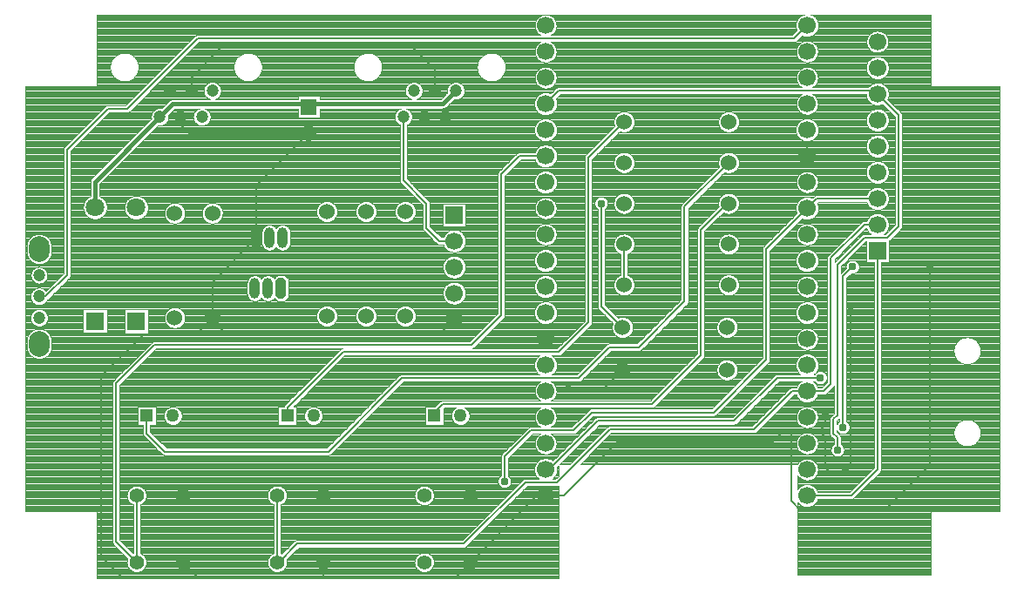
<source format=gbr>
G04 DipTrace 3.3.1.3*
G04 Bottom.gbr*
%MOMM*%
G04 #@! TF.FileFunction,Copper,L2,Bot*
G04 #@! TF.Part,Single*
%AMOUTLINE0*
4,1,8,
0.5,0.75,
0.25,1.0,
-0.25,1.0,
-0.5,0.75,
-0.5,-0.75,
-0.25,-1.0,
0.25,-1.0,
0.5,-0.75,
0.5,0.75,
0*%
%AMOUTLINE3*
4,1,8,
-0.5,-0.75,
-0.25,-1.0,
0.25,-1.0,
0.5,-0.75,
0.5,0.75,
0.25,1.0,
-0.25,1.0,
-0.5,0.75,
-0.5,-0.75,
0*%
G04 #@! TA.AperFunction,Conductor*
%ADD13C,0.2*%
%ADD14C,0.4*%
G04 #@! TA.AperFunction,CopperBalancing*
%ADD15C,0.1*%
G04 #@! TA.AperFunction,ComponentPad*
%ADD17C,1.27*%
%ADD18R,1.6X1.6*%
%ADD19C,1.6*%
%ADD20R,1.27X1.27*%
%ADD21R,1.8X1.8*%
%ADD22C,1.8*%
%ADD23R,1.7X1.7*%
%ADD24C,1.7*%
%ADD25C,1.2*%
%ADD30O,1.0X2.0*%
%ADD31C,1.524*%
%ADD32C,1.524*%
%ADD33O,2.0X2.5*%
%ADD34C,1.4*%
G04 #@! TA.AperFunction,ViaPad*
%ADD42C,0.7874*%
G04 #@! TA.AperFunction,ComponentPad*
%ADD94OUTLINE0*%
%ADD97OUTLINE3*%
%FSLAX35Y35*%
G04*
G71*
G90*
G75*
G01*
G04 Bottom*
%LPD*%
X9350460Y4254583D2*
D13*
Y2127333D1*
X9096467Y1873340D1*
X8667837D1*
X2379337Y5556337D2*
D14*
X2506340Y5683340D1*
X3825963D1*
Y5651590D1*
X5254713Y5810337D2*
X5127717Y5683340D1*
X3857713D1*
X3825963Y5651590D1*
X1749583Y4676963D2*
Y4926583D1*
X2379337Y5556337D1*
X6667590Y4714963D2*
D13*
Y3714833D1*
X6873963Y3508460D1*
X4744713Y5556337D2*
Y4939213D1*
X4968963Y4714963D1*
Y4476837D1*
X5095963Y4349837D1*
X5238840D1*
X6889837Y4318087D2*
Y3921213D1*
X2889340Y3603713D2*
Y3952963D1*
X3317963Y4381587D1*
Y4889590D1*
X3825963Y5397590D1*
X2889340Y3603713D2*
Y3577397D1*
X3010033Y3456703D1*
X5107707D1*
X5238840Y3587837D1*
X6127837Y1873340D2*
X6046163D1*
X5397540Y1224717D1*
X2603563D2*
Y1222490D1*
X2737300Y1088753D1*
X2746463Y1079590D1*
X3968863D1*
X5252413D1*
X5397540Y1224717D1*
X3968863D2*
Y1079590D1*
X2889340Y3603713D2*
X2730590Y3444963D1*
X2222587D1*
X1809840Y3032217D1*
Y1285963D1*
X2016213Y1079590D1*
X2737300D1*
Y1088753D1*
X2583337Y5556337D2*
Y5481343D1*
X2667090Y5397590D1*
X3825963D1*
X2685337Y5810337D2*
Y5939713D1*
X2968713Y6223090D1*
X4841963D1*
X5050713Y6014340D1*
Y5810337D1*
X8843600Y2645707D2*
Y2557100D1*
X8794837Y2508337D1*
X8510440D1*
X8445587D1*
X8334463Y2397213D1*
X6826340D1*
X6302467Y1873340D1*
X6127837D1*
X6350090Y2905213D2*
X6683463D1*
X6873963Y3095713D1*
X8794837Y2508337D2*
X8789282Y2502782D1*
X8846423Y2445640D1*
Y2146400D1*
X8886323Y2106500D1*
X9037937D1*
X9040673D1*
X9093877Y2159703D1*
Y3665090D1*
X8510440Y2508337D2*
Y1824360D1*
X8609813Y1724987D1*
X9415193D1*
X9858463Y2168257D1*
Y4095837D1*
X2153563Y1224717D2*
X1952403Y1425877D1*
Y2964947D1*
X2328060Y3340603D1*
X5408470D1*
X5696477Y3628610D1*
Y4997973D1*
X5873843Y5175340D1*
X6127837D1*
X2153563Y1224717D2*
Y1874717D1*
X9350460Y4508583D2*
X9223457D1*
X8899360Y4184487D1*
Y2962107D1*
X8826593Y2889340D1*
X8667837D1*
X3518863Y1224717D2*
X3531830D1*
X3712557Y1405443D1*
X5333377D1*
X5930590Y2002657D1*
X6238140D1*
X6750880Y2515397D1*
X8151023D1*
X8524967Y2889340D1*
X8667837D1*
X3518863Y1224717D2*
Y1874717D1*
X4947540Y1224717D2*
Y1230950D1*
X5726477Y2012547D2*
X5730963Y2017033D1*
Y2254337D1*
X5984963Y2508337D1*
X6397713D1*
X6572340Y2682963D1*
X7756930D1*
X8267670Y3193703D1*
Y4267173D1*
X8667837Y4667340D1*
X9350460Y4762583D2*
X8763080D1*
X8667837Y4667340D1*
X9350460Y5778583D2*
Y5810340D1*
X6254837D1*
X6127837Y5683340D1*
X8962893Y2317933D2*
Y2311267D1*
X8960740Y2309113D1*
Y2437847D1*
X8923277Y2475310D1*
Y2616223D1*
X8960740Y2653687D1*
Y4118863D1*
X9223463Y4381587D1*
X9445710D1*
X9556837Y4492713D1*
Y5572207D1*
X9350460Y5778583D1*
X9015450Y2537880D2*
Y4006690D1*
X9107910Y4099150D1*
X8794837Y3019907D2*
X8378787D1*
X7958583Y2599703D1*
X6635773D1*
X6163410Y2127340D1*
X6127837D1*
X3616863Y2649713D2*
Y2727860D1*
X4159340Y3270337D1*
X6254837D1*
X6540587Y3556087D1*
Y5159467D1*
X6889837Y5508717D1*
X2251563Y2649713D2*
Y2479363D1*
X2428963Y2301963D1*
X4016467D1*
X4730840Y3016337D1*
X6445340D1*
X6746963Y3317960D1*
X7032710D1*
X7477213Y3762463D1*
Y4683213D1*
X7905837Y5111837D1*
X5045540Y2649713D2*
Y2680163D1*
X5127713Y2762337D1*
X7159713D1*
X7635963Y3238587D1*
Y4460960D1*
X7889963Y4714960D1*
X7905837D1*
X1206590Y3810083D2*
X1270083D1*
X1476463Y4016463D1*
Y5238840D1*
X1873340Y5635717D1*
X2063840D1*
X2746463Y6318340D1*
X8540837D1*
X8667837Y6445340D1*
D42*
X5726477Y2012547D3*
X6667590Y4714963D3*
X8843600Y2645707D3*
X8962893Y2317933D3*
X9858463Y4095837D3*
X6350090Y2905213D3*
X8794837Y3019907D3*
X9037937Y2106500D3*
X9015450Y2537880D3*
X9107910Y4099150D3*
X9093877Y3665090D3*
X1768219Y6541797D2*
D15*
X6083114D1*
X6172555D2*
X8613133D1*
X8722536D2*
X9868348D1*
X1768219Y6532130D2*
X6066161D1*
X6189528D2*
X8598602D1*
X8737067D2*
X9868348D1*
X1768219Y6522463D2*
X6054266D1*
X6201403D2*
X8587840D1*
X8747829D2*
X9868348D1*
X1768219Y6512797D2*
X6045204D1*
X6210465D2*
X8579442D1*
X8756227D2*
X9868348D1*
X1768219Y6503130D2*
X6038094D1*
X6217575D2*
X8572762D1*
X8762907D2*
X9868348D1*
X1768219Y6493463D2*
X6032508D1*
X6223180D2*
X8567469D1*
X8768200D2*
X9868348D1*
X1768219Y6483797D2*
X6028172D1*
X6227516D2*
X8563348D1*
X8772321D2*
X9868348D1*
X1768219Y6474130D2*
X6024930D1*
X6230739D2*
X8560262D1*
X8775426D2*
X9868348D1*
X1768219Y6464463D2*
X6022684D1*
X6233004D2*
X8558114D1*
X8777575D2*
X9868348D1*
X1768219Y6454797D2*
X6021356D1*
X6234313D2*
X8556844D1*
X8778825D2*
X9868348D1*
X1768219Y6445130D2*
X6020946D1*
X6234743D2*
X8556434D1*
X8779235D2*
X9868348D1*
X1768219Y6435463D2*
X6021395D1*
X6234274D2*
X8556883D1*
X8778786D2*
X9868348D1*
X1768219Y6425797D2*
X6022762D1*
X6232926D2*
X8558172D1*
X8777497D2*
X9868348D1*
X1768219Y6416130D2*
X6025047D1*
X6230622D2*
X8560379D1*
X8775309D2*
X9868348D1*
X1768219Y6406463D2*
X6028329D1*
X6227340D2*
X8563504D1*
X8772165D2*
X9868348D1*
X1768219Y6396797D2*
X6032723D1*
X6222946D2*
X8567684D1*
X8767985D2*
X9868348D1*
X1768219Y6387130D2*
X6038368D1*
X6217301D2*
X8558563D1*
X8762653D2*
X9316219D1*
X9384704D2*
X9868348D1*
X1768219Y6377463D2*
X6045555D1*
X6210133D2*
X8548895D1*
X8755915D2*
X9295086D1*
X9405817D2*
X9868348D1*
X1768219Y6367797D2*
X6054715D1*
X6200954D2*
X8539227D1*
X8747418D2*
X9281493D1*
X9419430D2*
X9868348D1*
X1768219Y6358130D2*
X6066766D1*
X6188922D2*
X8529559D1*
X8736540D2*
X9271376D1*
X9429528D2*
X9868348D1*
X1768219Y6348463D2*
X2726864D1*
X8721774D2*
X9263524D1*
X9437399D2*
X9868348D1*
X1768219Y6338797D2*
X2715848D1*
X8612360D2*
X8637918D1*
X8697770D2*
X9257333D1*
X9443590D2*
X9868348D1*
X1768219Y6329130D2*
X2706200D1*
X8602692D2*
X9252489D1*
X9448434D2*
X9868348D1*
X1768219Y6319463D2*
X2696532D1*
X8593024D2*
X9248797D1*
X9452126D2*
X9868348D1*
X1768219Y6309797D2*
X2686864D1*
X8583356D2*
X9246141D1*
X9454782D2*
X9868348D1*
X1768219Y6300130D2*
X2677196D1*
X8573688D2*
X9244422D1*
X9456481D2*
X9868348D1*
X1768219Y6290463D2*
X2667528D1*
X8563649D2*
X8629559D1*
X8706110D2*
X9243622D1*
X9457282D2*
X9868348D1*
X1768219Y6280797D2*
X2657860D1*
X2759977D2*
X6070165D1*
X6185504D2*
X8610165D1*
X8725504D2*
X9243719D1*
X9457204D2*
X9868348D1*
X1768219Y6271130D2*
X2648192D1*
X2750309D2*
X6057215D1*
X6198473D2*
X8597215D1*
X8738473D2*
X9244696D1*
X9456227D2*
X9868348D1*
X1768219Y6261463D2*
X2638524D1*
X2740641D2*
X6047489D1*
X6208200D2*
X8587489D1*
X8748200D2*
X9246590D1*
X9454333D2*
X9868348D1*
X1768219Y6251797D2*
X2628856D1*
X2730993D2*
X6039891D1*
X6215778D2*
X8579891D1*
X8755778D2*
X9249442D1*
X9451481D2*
X9868348D1*
X1768219Y6242130D2*
X2619188D1*
X2721325D2*
X6033915D1*
X6221754D2*
X8573915D1*
X8761754D2*
X9253348D1*
X9447575D2*
X9868348D1*
X1768219Y6232463D2*
X2609520D1*
X2711657D2*
X6029247D1*
X6226422D2*
X8569247D1*
X8766422D2*
X9258426D1*
X9442477D2*
X9868348D1*
X1768219Y6222797D2*
X2599852D1*
X2701989D2*
X6025711D1*
X6229958D2*
X8565711D1*
X8769958D2*
X9264930D1*
X9435993D2*
X9868348D1*
X1768219Y6213130D2*
X2590184D1*
X2692321D2*
X6023211D1*
X6232477D2*
X8563211D1*
X8772477D2*
X9273172D1*
X9427751D2*
X9868348D1*
X1768219Y6203463D2*
X2580516D1*
X2682653D2*
X6021629D1*
X6234040D2*
X8561629D1*
X8774040D2*
X9283836D1*
X9417086D2*
X9868348D1*
X1768219Y6193797D2*
X2570848D1*
X2672985D2*
X6020965D1*
X6234704D2*
X8560965D1*
X8774704D2*
X9298407D1*
X9402497D2*
X9868348D1*
X1768219Y6184130D2*
X2561200D1*
X2663317D2*
X6021180D1*
X6234489D2*
X8561180D1*
X8774489D2*
X9322665D1*
X9378258D2*
X9868348D1*
X1768219Y6174463D2*
X1999208D1*
X2069469D2*
X2551532D1*
X2653649D2*
X3199208D1*
X3269469D2*
X4364579D1*
X4434840D2*
X5564579D1*
X5634840D2*
X6022293D1*
X6233376D2*
X8562293D1*
X8773376D2*
X9868348D1*
X1768219Y6164797D2*
X1972801D1*
X2095876D2*
X2541864D1*
X2643981D2*
X3172801D1*
X3295876D2*
X4338172D1*
X4461247D2*
X5538172D1*
X5661247D2*
X6024325D1*
X6231364D2*
X8564325D1*
X8771364D2*
X9868348D1*
X1768219Y6155130D2*
X1956024D1*
X2112653D2*
X2532196D1*
X2634313D2*
X3156024D1*
X3312653D2*
X4321395D1*
X4478024D2*
X5521395D1*
X5678024D2*
X6027313D1*
X6228356D2*
X8567313D1*
X8768356D2*
X9868348D1*
X1768219Y6145463D2*
X1943329D1*
X2125348D2*
X2522528D1*
X2624645D2*
X3143329D1*
X3325348D2*
X4308700D1*
X4490739D2*
X5508700D1*
X5690739D2*
X6031395D1*
X6224293D2*
X8571395D1*
X8764293D2*
X9868348D1*
X1768219Y6135797D2*
X1933133D1*
X2135543D2*
X2512860D1*
X2614977D2*
X3133133D1*
X3335543D2*
X4298504D1*
X4500915D2*
X5498504D1*
X5700915D2*
X6036668D1*
X6219001D2*
X8576668D1*
X8759001D2*
X9310282D1*
X9390641D2*
X9868348D1*
X1768219Y6126130D2*
X1924735D1*
X2143942D2*
X2503192D1*
X2605309D2*
X3124735D1*
X3343942D2*
X4290106D1*
X4509313D2*
X5490106D1*
X5709313D2*
X6043387D1*
X6212282D2*
X8583387D1*
X8752282D2*
X9290829D1*
X9410094D2*
X9868348D1*
X1768219Y6116463D2*
X1917762D1*
X2150915D2*
X2493524D1*
X2595641D2*
X3117762D1*
X3350915D2*
X4283133D1*
X4516305D2*
X5483133D1*
X5716305D2*
X6051942D1*
X6203727D2*
X8591942D1*
X8743727D2*
X9277684D1*
X9423239D2*
X9868348D1*
X1768219Y6106797D2*
X1911942D1*
X2156735D2*
X2483856D1*
X2585993D2*
X3111942D1*
X3356735D2*
X4277313D1*
X4522106D2*
X5477313D1*
X5722106D2*
X6063055D1*
X6192614D2*
X8603055D1*
X8732614D2*
X9267723D1*
X9433200D2*
X9868348D1*
X1768219Y6097130D2*
X1907118D1*
X2161540D2*
X2474188D1*
X2576325D2*
X3107118D1*
X3361540D2*
X4272508D1*
X4526930D2*
X5472508D1*
X5726930D2*
X6078465D1*
X6177204D2*
X8618465D1*
X8717204D2*
X9259891D1*
X9441032D2*
X9868348D1*
X1768219Y6087463D2*
X1903211D1*
X2165465D2*
X2464520D1*
X2566657D2*
X3103211D1*
X3365465D2*
X4268583D1*
X4530836D2*
X5468583D1*
X5730836D2*
X6106239D1*
X6149430D2*
X8646239D1*
X8689430D2*
X9253661D1*
X9447262D2*
X9868348D1*
X1768219Y6077797D2*
X1900106D1*
X2168571D2*
X2454852D1*
X2556989D2*
X3100106D1*
X3368571D2*
X4265477D1*
X4533942D2*
X5465477D1*
X5733942D2*
X9248739D1*
X9452184D2*
X9868348D1*
X1768219Y6068130D2*
X1897762D1*
X2170915D2*
X2445184D1*
X2547321D2*
X3097762D1*
X3370915D2*
X4263133D1*
X4536286D2*
X5463133D1*
X5736286D2*
X9244930D1*
X9455973D2*
X9868348D1*
X1768219Y6058463D2*
X1896122D1*
X2172536D2*
X2435516D1*
X2537653D2*
X3096122D1*
X3372536D2*
X4261512D1*
X4537926D2*
X5461512D1*
X5737926D2*
X9242137D1*
X9458786D2*
X9868348D1*
X1768219Y6048797D2*
X1895204D1*
X2173473D2*
X2425848D1*
X2527985D2*
X3095204D1*
X3373473D2*
X4260575D1*
X4538864D2*
X5460575D1*
X5738864D2*
X9240262D1*
X9460661D2*
X9868348D1*
X1768219Y6039130D2*
X1894950D1*
X2173727D2*
X2416200D1*
X2518317D2*
X3094950D1*
X3373727D2*
X4260321D1*
X4539118D2*
X5460321D1*
X5739118D2*
X6097626D1*
X6158063D2*
X8637626D1*
X8698063D2*
X9239247D1*
X9461657D2*
X9868348D1*
X1768219Y6029463D2*
X1895360D1*
X2173317D2*
X2406532D1*
X2508649D2*
X3095360D1*
X3373317D2*
X4260751D1*
X4538688D2*
X5460751D1*
X5738688D2*
X6074598D1*
X6181071D2*
X8614598D1*
X8721071D2*
X9239110D1*
X9461813D2*
X9868348D1*
X1768219Y6019797D2*
X1896473D1*
X2172204D2*
X2396864D1*
X2498981D2*
X3096473D1*
X3372204D2*
X4261844D1*
X4537575D2*
X5461844D1*
X5737575D2*
X6060379D1*
X6195290D2*
X8600379D1*
X8735290D2*
X9239793D1*
X9461110D2*
X9868348D1*
X1768219Y6010130D2*
X1898270D1*
X2170407D2*
X2387196D1*
X2489313D2*
X3098270D1*
X3370407D2*
X4263641D1*
X4535778D2*
X5463641D1*
X5735778D2*
X6049911D1*
X6205758D2*
X8589911D1*
X8745758D2*
X9241376D1*
X9459547D2*
X9868348D1*
X1768219Y6000463D2*
X1900809D1*
X2167868D2*
X2377528D1*
X2479645D2*
X3100809D1*
X3367868D2*
X4266180D1*
X4533239D2*
X5466180D1*
X5733239D2*
X6041805D1*
X6213864D2*
X8581805D1*
X8753864D2*
X9243836D1*
X9457086D2*
X9868348D1*
X1768219Y5990797D2*
X1904110D1*
X2164567D2*
X2367860D1*
X2469977D2*
X3104110D1*
X3364567D2*
X4269481D1*
X4529938D2*
X5469481D1*
X5729938D2*
X6035418D1*
X6220251D2*
X8575418D1*
X8760251D2*
X9247274D1*
X9453649D2*
X9868348D1*
X1768219Y5981130D2*
X1908231D1*
X2160426D2*
X2358192D1*
X2460309D2*
X3108231D1*
X3360426D2*
X4273622D1*
X4525817D2*
X5473622D1*
X5725817D2*
X6030418D1*
X6225251D2*
X8570418D1*
X8765251D2*
X9251786D1*
X9449137D2*
X9868348D1*
X1768219Y5971463D2*
X1913290D1*
X2155387D2*
X2348524D1*
X2450641D2*
X3113290D1*
X3355387D2*
X4278661D1*
X4520758D2*
X5478661D1*
X5720758D2*
X6026590D1*
X6229098D2*
X8566590D1*
X8769098D2*
X9257528D1*
X9443395D2*
X9868348D1*
X1768219Y5961797D2*
X1919383D1*
X2149293D2*
X2338856D1*
X2440993D2*
X3119383D1*
X3349293D2*
X4284754D1*
X4514665D2*
X5484754D1*
X5714665D2*
X6023797D1*
X6231872D2*
X8563797D1*
X8771872D2*
X9264735D1*
X9436188D2*
X9868348D1*
X1768219Y5952130D2*
X1926688D1*
X2141989D2*
X2329188D1*
X2431325D2*
X3126688D1*
X3341989D2*
X4292059D1*
X4507360D2*
X5492059D1*
X5707360D2*
X6021981D1*
X6233708D2*
X8561981D1*
X8773708D2*
X9273856D1*
X9427067D2*
X9868348D1*
X1768219Y5942463D2*
X1935477D1*
X2133200D2*
X2319520D1*
X2421657D2*
X3135477D1*
X3333200D2*
X4300868D1*
X4498571D2*
X5500868D1*
X5698571D2*
X6021063D1*
X6234606D2*
X8561063D1*
X8774606D2*
X9285692D1*
X9415231D2*
X9868348D1*
X1768219Y5932797D2*
X1946219D1*
X2122458D2*
X2309852D1*
X2411989D2*
X3146219D1*
X3322458D2*
X4311590D1*
X4487829D2*
X5511590D1*
X5687829D2*
X6021043D1*
X6234645D2*
X8561043D1*
X8774645D2*
X9302235D1*
X9398688D2*
X9868348D1*
X1768219Y5923130D2*
X1959735D1*
X2108942D2*
X2300184D1*
X2402321D2*
X3159735D1*
X3308942D2*
X4325106D1*
X4474313D2*
X5525106D1*
X5674313D2*
X6021903D1*
X6233786D2*
X8561903D1*
X8773786D2*
X9335028D1*
X9365895D2*
X9868348D1*
X1768219Y5913463D2*
X1978036D1*
X2090641D2*
X2290516D1*
X2392653D2*
X3178036D1*
X3290641D2*
X4343426D1*
X4456012D2*
X5543426D1*
X5656012D2*
X6023661D1*
X6232008D2*
X8563661D1*
X8772008D2*
X9868348D1*
X1768219Y5903797D2*
X2010731D1*
X2057946D2*
X2280848D1*
X2382985D2*
X3210731D1*
X3257946D2*
X4376102D1*
X4423336D2*
X5576102D1*
X5623336D2*
X6026395D1*
X6229293D2*
X8566395D1*
X8769293D2*
X9868348D1*
X1768219Y5894130D2*
X2271200D1*
X2373317D2*
X2871844D1*
X2906833D2*
X4829227D1*
X4864196D2*
X5237235D1*
X5272204D2*
X6030145D1*
X6225524D2*
X8570145D1*
X8765524D2*
X9868348D1*
X1768219Y5884463D2*
X2261532D1*
X2363649D2*
X2845926D1*
X2932751D2*
X4803309D1*
X4890114D2*
X5211297D1*
X5298122D2*
X6035086D1*
X6220583D2*
X8575086D1*
X8760583D2*
X9318192D1*
X9382731D2*
X9868348D1*
X1768219Y5874797D2*
X2251864D1*
X2353981D2*
X2832313D1*
X2946364D2*
X4789696D1*
X4903727D2*
X5197704D1*
X5311735D2*
X6041376D1*
X6214293D2*
X8581376D1*
X8754293D2*
X9295321D1*
X9405602D2*
X9868348D1*
X1768219Y5865130D2*
X2242196D1*
X2344313D2*
X2822840D1*
X2955836D2*
X4780204D1*
X4913219D2*
X5188211D1*
X5321227D2*
X6049383D1*
X6206305D2*
X8589383D1*
X8746305D2*
X9280926D1*
X9419997D2*
X9868348D1*
X1767536Y5855463D2*
X2232528D1*
X2334645D2*
X2815829D1*
X2962848D2*
X4773211D1*
X4920211D2*
X5181219D1*
X5328219D2*
X6059676D1*
X6195993D2*
X8599676D1*
X8735993D2*
X9270223D1*
X9430700D2*
X9869012D1*
X1069723Y5845797D2*
X2222860D1*
X2324977D2*
X2810653D1*
X2968024D2*
X4768016D1*
X4925407D2*
X5176024D1*
X5333395D2*
X6073602D1*
X6182086D2*
X8613602D1*
X8722086D2*
X9261883D1*
X9439040D2*
X10535086D1*
X1069723Y5836130D2*
X2213192D1*
X2315309D2*
X2806922D1*
X2971754D2*
X4764305D1*
X4929118D2*
X5172293D1*
X5337126D2*
X6095672D1*
X6159997D2*
X6229579D1*
X9445680D2*
X10535086D1*
X1069723Y5826463D2*
X2203524D1*
X2305641D2*
X2804481D1*
X2974196D2*
X4761844D1*
X4931579D2*
X5169852D1*
X5339586D2*
X6219891D1*
X9450934D2*
X10535086D1*
X1069723Y5816797D2*
X2193856D1*
X2295993D2*
X2803172D1*
X2975485D2*
X4760555D1*
X4932868D2*
X5168563D1*
X5340876D2*
X6210223D1*
X9455036D2*
X10535086D1*
X1069723Y5807130D2*
X2184188D1*
X2286325D2*
X2802997D1*
X2975680D2*
X4760379D1*
X4933043D2*
X5168368D1*
X5341051D2*
X6200555D1*
X9458102D2*
X10535086D1*
X1069723Y5797463D2*
X2174520D1*
X2276657D2*
X2803915D1*
X2974762D2*
X4761297D1*
X4932145D2*
X5169286D1*
X5340133D2*
X6190887D1*
X9460231D2*
X10535086D1*
X1069723Y5787797D2*
X2164852D1*
X2266989D2*
X2805965D1*
X2972711D2*
X4763348D1*
X4930094D2*
X5166961D1*
X5338083D2*
X6091102D1*
X6164567D2*
X6181239D1*
X9461481D2*
X10535086D1*
X1069723Y5778130D2*
X2155184D1*
X2257321D2*
X2809247D1*
X2969430D2*
X4766610D1*
X4926813D2*
X5157293D1*
X5334801D2*
X6070243D1*
X9461852D2*
X10535086D1*
X1069723Y5768463D2*
X2145516D1*
X2247653D2*
X2813915D1*
X2964762D2*
X4771278D1*
X4922145D2*
X5147626D1*
X5330153D2*
X6056532D1*
X6264020D2*
X8603836D1*
X8731833D2*
X9239520D1*
X9461403D2*
X10535086D1*
X1069723Y5758797D2*
X2135848D1*
X2237985D2*
X2820243D1*
X2958434D2*
X4777626D1*
X4915817D2*
X5137977D1*
X5323805D2*
X6046258D1*
X6254352D2*
X8592528D1*
X8743141D2*
X9240848D1*
X9460075D2*
X10535086D1*
X1069723Y5749130D2*
X2126200D1*
X2228317D2*
X2828778D1*
X2949899D2*
X3719559D1*
X3932360D2*
X4786161D1*
X4907262D2*
X5128309D1*
X5315270D2*
X6038172D1*
X6244684D2*
X8583856D1*
X8751813D2*
X9243055D1*
X9457868D2*
X10535086D1*
X1069723Y5739463D2*
X2116532D1*
X2218649D2*
X2840692D1*
X2937985D2*
X3719559D1*
X3932360D2*
X4798075D1*
X4895368D2*
X5118641D1*
X5303356D2*
X6031766D1*
X6235016D2*
X8577040D1*
X8758649D2*
X9246219D1*
X9454704D2*
X10535086D1*
X1069723Y5729797D2*
X2106864D1*
X2208981D2*
X2859930D1*
X2918727D2*
X3719559D1*
X3932360D2*
X4817313D1*
X4876110D2*
X5108973D1*
X5284118D2*
X6026688D1*
X6228981D2*
X8571668D1*
X8764001D2*
X9250418D1*
X9450504D2*
X10535086D1*
X1069723Y5720130D2*
X2097196D1*
X2199313D2*
X2478739D1*
X5229704D2*
X6022743D1*
X6232926D2*
X8567528D1*
X8768141D2*
X9255809D1*
X9459977D2*
X10535086D1*
X1069723Y5710463D2*
X2087528D1*
X2189645D2*
X2468251D1*
X5220055D2*
X6019813D1*
X6235856D2*
X8564461D1*
X8771208D2*
X9262586D1*
X9469645D2*
X10535086D1*
X1069723Y5700797D2*
X2077860D1*
X2179977D2*
X2458583D1*
X5210387D2*
X6017821D1*
X6237848D2*
X8562391D1*
X8773297D2*
X9271122D1*
X9479313D2*
X10535086D1*
X1069723Y5691130D2*
X2068192D1*
X2170309D2*
X2448934D1*
X5200719D2*
X6016708D1*
X6238961D2*
X8561219D1*
X8774450D2*
X9282079D1*
X9488981D2*
X10535086D1*
X1069723Y5681463D2*
X2058524D1*
X2160641D2*
X2439266D1*
X5191051D2*
X6016454D1*
X6239215D2*
X8560946D1*
X8774723D2*
X9296961D1*
X9498649D2*
X10535086D1*
X1069723Y5671797D2*
X2048856D1*
X2150993D2*
X2429598D1*
X5181383D2*
X6017040D1*
X6238629D2*
X8561571D1*
X8774098D2*
X9321454D1*
X9379469D2*
X9406180D1*
X9508317D2*
X10535086D1*
X1069723Y5662130D2*
X1848778D1*
X2141325D2*
X2419930D1*
X5171715D2*
X6018485D1*
X6237184D2*
X8563075D1*
X8772594D2*
X9415848D1*
X9517985D2*
X10535086D1*
X1069723Y5652463D2*
X1839032D1*
X2131657D2*
X2410262D1*
X5162047D2*
X6020848D1*
X6234840D2*
X8565536D1*
X8770133D2*
X9425516D1*
X9527653D2*
X10535086D1*
X1069723Y5642797D2*
X1829364D1*
X2121989D2*
X2400594D1*
X5149157D2*
X6024149D1*
X6231520D2*
X8569012D1*
X8766676D2*
X9435184D1*
X9537301D2*
X10535086D1*
X1069723Y5633130D2*
X1819696D1*
X2112321D2*
X2340965D1*
X2521344D2*
X2748973D1*
X2825700D2*
X3719559D1*
X3932360D2*
X4706356D1*
X4783083D2*
X6028524D1*
X6227165D2*
X8573602D1*
X8762086D2*
X9329325D1*
X9371598D2*
X9444852D1*
X9546969D2*
X10535086D1*
X1069723Y5623463D2*
X1810028D1*
X2102653D2*
X2325536D1*
X2511676D2*
X2733543D1*
X2841129D2*
X3719559D1*
X3932360D2*
X4690926D1*
X4798512D2*
X6034090D1*
X6221598D2*
X8579481D1*
X8756188D2*
X9300360D1*
X9400563D2*
X9454520D1*
X9556637D2*
X10535086D1*
X1069723Y5613797D2*
X1800360D1*
X2092985D2*
X2315165D1*
X2502008D2*
X2723153D1*
X2851520D2*
X3719559D1*
X3932360D2*
X4680536D1*
X4808883D2*
X6041102D1*
X6214586D2*
X8586961D1*
X8748708D2*
X9284422D1*
X9416501D2*
X9464188D1*
X9566305D2*
X10535086D1*
X1069723Y5604130D2*
X1790692D1*
X2080817D2*
X2307567D1*
X2492340D2*
X2715555D1*
X2859118D2*
X3719559D1*
X3932360D2*
X4672938D1*
X4816481D2*
X6049930D1*
X6205739D2*
X6853934D1*
X6925758D2*
X7869930D1*
X7941754D2*
X8596551D1*
X8739118D2*
X9272899D1*
X9428004D2*
X9473856D1*
X9575973D2*
X10535086D1*
X1069723Y5594463D2*
X1781024D1*
X1883141D2*
X2301922D1*
X2482672D2*
X2709911D1*
X2864762D2*
X3719559D1*
X3932360D2*
X4667293D1*
X4822126D2*
X6061336D1*
X6194333D2*
X6834344D1*
X6945329D2*
X7850340D1*
X7961344D2*
X8609247D1*
X8726422D2*
X9263993D1*
X9436930D2*
X9483524D1*
X9585368D2*
X10535086D1*
X1069723Y5584797D2*
X1771356D1*
X1873493D2*
X2297821D1*
X2473004D2*
X2705809D1*
X2868864D2*
X3719559D1*
X3932360D2*
X4663192D1*
X4826227D2*
X6077059D1*
X6178610D2*
X6821493D1*
X6958180D2*
X7837508D1*
X7974176D2*
X8628055D1*
X8707614D2*
X9256922D1*
X9444001D2*
X9493192D1*
X9590915D2*
X10535086D1*
X1069723Y5575130D2*
X1761688D1*
X1863825D2*
X2295028D1*
X2463649D2*
X2703036D1*
X2871637D2*
X3719559D1*
X3932360D2*
X4660399D1*
X4829020D2*
X6104950D1*
X6150719D2*
X6811942D1*
X6967731D2*
X7827958D1*
X7983727D2*
X9251317D1*
X9449606D2*
X9502840D1*
X9593122D2*
X10535086D1*
X1069723Y5565463D2*
X1752020D1*
X1854157D2*
X2293426D1*
X2465251D2*
X2701434D1*
X2873239D2*
X3719559D1*
X3932360D2*
X4658797D1*
X4830622D2*
X6804559D1*
X6975114D2*
X7820555D1*
X7991110D2*
X9246903D1*
X9454020D2*
X9512508D1*
X9593239D2*
X10535086D1*
X1069723Y5555797D2*
X1742352D1*
X1844489D2*
X2292938D1*
X2465739D2*
X2700946D1*
X2873727D2*
X3719559D1*
X3932360D2*
X4658309D1*
X4831110D2*
X6798797D1*
X6980876D2*
X7814793D1*
X7996872D2*
X9243563D1*
X9457360D2*
X9520438D1*
X9593239D2*
X10535086D1*
X1069723Y5546130D2*
X1732684D1*
X1834821D2*
X2293543D1*
X2465133D2*
X2701551D1*
X2873122D2*
X4658934D1*
X4830504D2*
X6794383D1*
X6985290D2*
X7810379D1*
X8001305D2*
X9241180D1*
X9459743D2*
X9520438D1*
X9593239D2*
X10535086D1*
X1069723Y5536463D2*
X1723016D1*
X1825153D2*
X2294266D1*
X2463395D2*
X2703290D1*
X2871383D2*
X4660653D1*
X4828766D2*
X6100145D1*
X6155543D2*
X6791102D1*
X6988571D2*
X7807098D1*
X8004567D2*
X8640145D1*
X8695543D2*
X9239696D1*
X9461227D2*
X9520438D1*
X9593239D2*
X10535086D1*
X1069723Y5526797D2*
X1713348D1*
X1815485D2*
X2284598D1*
X2460465D2*
X2706200D1*
X2868473D2*
X4663583D1*
X4825836D2*
X6074969D1*
X6180700D2*
X6788856D1*
X6990817D2*
X7804852D1*
X8006813D2*
X8614969D1*
X8720700D2*
X9239090D1*
X9461833D2*
X9520438D1*
X9593239D2*
X10535086D1*
X1069723Y5517130D2*
X1703700D1*
X1805817D2*
X2274930D1*
X2456208D2*
X2710477D1*
X2864196D2*
X4667840D1*
X4821579D2*
X6059891D1*
X6195778D2*
X6787586D1*
X6992086D2*
X7803583D1*
X8008083D2*
X8599891D1*
X8735778D2*
X9239305D1*
X9461618D2*
X9520438D1*
X9593239D2*
X10535086D1*
X1069723Y5507463D2*
X1694032D1*
X1796149D2*
X2265262D1*
X2450368D2*
X2716297D1*
X2858376D2*
X4673680D1*
X4815739D2*
X6048836D1*
X6206852D2*
X6787235D1*
X6992438D2*
X7803251D1*
X8008434D2*
X8588836D1*
X8746852D2*
X9240399D1*
X9460524D2*
X9520438D1*
X9593239D2*
X10535086D1*
X1069723Y5497797D2*
X1684364D1*
X1786481D2*
X2255594D1*
X2442516D2*
X2724149D1*
X2850524D2*
X4681532D1*
X4807887D2*
X6040223D1*
X6215446D2*
X6787821D1*
X6991852D2*
X7803817D1*
X8007848D2*
X8580223D1*
X8755446D2*
X9242352D1*
X9458571D2*
X9520438D1*
X9593239D2*
X10535086D1*
X1069723Y5488130D2*
X1674696D1*
X1776813D2*
X2245926D1*
X2431735D2*
X2734950D1*
X2839723D2*
X4692313D1*
X4797106D2*
X6033387D1*
X6222282D2*
X6789344D1*
X6990329D2*
X7805340D1*
X8006325D2*
X8573387D1*
X8762282D2*
X9245243D1*
X9455661D2*
X9520438D1*
X9593239D2*
X10535086D1*
X1069723Y5478463D2*
X1665028D1*
X1767145D2*
X2236258D1*
X2415387D2*
X2751278D1*
X2823395D2*
X4708309D1*
X4781110D2*
X6027977D1*
X6227711D2*
X6791844D1*
X6987829D2*
X7807840D1*
X8003825D2*
X8567977D1*
X8767711D2*
X9249149D1*
X9451774D2*
X9520438D1*
X9593239D2*
X10535086D1*
X1069723Y5468797D2*
X1655360D1*
X1757477D2*
X2226590D1*
X2357008D2*
X4708309D1*
X4781110D2*
X6023719D1*
X6231950D2*
X6795399D1*
X6984274D2*
X7811415D1*
X8000270D2*
X8563719D1*
X8771950D2*
X9254188D1*
X9446735D2*
X9520438D1*
X9593239D2*
X10535086D1*
X1069723Y5459130D2*
X1645692D1*
X1747809D2*
X2216922D1*
X2347340D2*
X4708309D1*
X4781110D2*
X6020536D1*
X6235133D2*
X6789188D1*
X6979508D2*
X7816161D1*
X7995524D2*
X8560536D1*
X8775133D2*
X9260555D1*
X9440368D2*
X9520438D1*
X9593239D2*
X10535086D1*
X1069723Y5449463D2*
X1636024D1*
X1738141D2*
X2207254D1*
X2337672D2*
X4708309D1*
X4781110D2*
X6018290D1*
X6237379D2*
X6779520D1*
X6973376D2*
X7822313D1*
X7989372D2*
X8558290D1*
X8777379D2*
X9268563D1*
X9432360D2*
X9520438D1*
X9593239D2*
X10535086D1*
X1069723Y5439797D2*
X1626356D1*
X1728493D2*
X2197586D1*
X2328004D2*
X4708309D1*
X4781110D2*
X6016942D1*
X6238747D2*
X6769852D1*
X6965485D2*
X7830184D1*
X7981481D2*
X8556942D1*
X8778747D2*
X9278758D1*
X9422165D2*
X9520438D1*
X9593239D2*
X10535086D1*
X1069723Y5430130D2*
X1616688D1*
X1718825D2*
X2187918D1*
X2318336D2*
X4708309D1*
X4781110D2*
X6016434D1*
X6239235D2*
X6760184D1*
X6955231D2*
X7840438D1*
X7971227D2*
X8556434D1*
X8779235D2*
X9292313D1*
X9408610D2*
X9520438D1*
X9593239D2*
X10535086D1*
X1069723Y5420463D2*
X1607020D1*
X1709157D2*
X2178251D1*
X2308668D2*
X4708309D1*
X4781110D2*
X6016786D1*
X6238883D2*
X6750516D1*
X6941168D2*
X7854501D1*
X7957184D2*
X8556786D1*
X8778883D2*
X9312762D1*
X9388161D2*
X9520438D1*
X9593239D2*
X10535086D1*
X1069723Y5410797D2*
X1597352D1*
X1699489D2*
X2168583D1*
X2299001D2*
X4708309D1*
X4781110D2*
X6017997D1*
X6237672D2*
X6740848D1*
X6842985D2*
X6861747D1*
X6917926D2*
X7877743D1*
X7933942D2*
X8557997D1*
X8777672D2*
X9520438D1*
X9593239D2*
X10535086D1*
X1069723Y5401130D2*
X1587684D1*
X1689821D2*
X2158915D1*
X2289333D2*
X4708309D1*
X4781110D2*
X6020106D1*
X6235563D2*
X6731180D1*
X6833317D2*
X8560106D1*
X8775563D2*
X9520438D1*
X9593239D2*
X10535086D1*
X1069723Y5391463D2*
X1578016D1*
X1680153D2*
X2149266D1*
X2279665D2*
X4708309D1*
X4781110D2*
X6023133D1*
X6232536D2*
X6721512D1*
X6823649D2*
X8563133D1*
X8772536D2*
X9520438D1*
X9593239D2*
X10535086D1*
X1069723Y5381797D2*
X1568348D1*
X1670485D2*
X2139598D1*
X2269997D2*
X4708309D1*
X4781110D2*
X6027196D1*
X6228473D2*
X6711844D1*
X6813981D2*
X8567196D1*
X8768473D2*
X9520438D1*
X9593239D2*
X10535086D1*
X1069723Y5372130D2*
X1558700D1*
X1660817D2*
X2129930D1*
X2260329D2*
X4708309D1*
X4781110D2*
X6032411D1*
X6223258D2*
X6702196D1*
X6804313D2*
X8572411D1*
X8763258D2*
X9306141D1*
X9394782D2*
X9520438D1*
X9593239D2*
X10535086D1*
X1069723Y5362463D2*
X1549032D1*
X1651149D2*
X2120262D1*
X2250661D2*
X4708309D1*
X4781110D2*
X6038993D1*
X6216676D2*
X6692528D1*
X6794645D2*
X8578993D1*
X8756676D2*
X9288251D1*
X9412672D2*
X9520438D1*
X9593239D2*
X10535086D1*
X1069723Y5352797D2*
X1539364D1*
X1641481D2*
X2110594D1*
X2241012D2*
X4708309D1*
X4781110D2*
X6047274D1*
X6208395D2*
X6682860D1*
X6784977D2*
X8587274D1*
X8748395D2*
X9275770D1*
X9425133D2*
X9520438D1*
X9593239D2*
X10535086D1*
X1069723Y5343130D2*
X1529696D1*
X1631813D2*
X2100926D1*
X2231344D2*
X4708309D1*
X4781110D2*
X6057879D1*
X6197809D2*
X6673192D1*
X6775309D2*
X8597879D1*
X8737809D2*
X9266239D1*
X9434684D2*
X9520438D1*
X9593239D2*
X10535086D1*
X1069723Y5333463D2*
X1520028D1*
X1622145D2*
X2091258D1*
X2221676D2*
X4708309D1*
X4781110D2*
X6072098D1*
X6183571D2*
X6663524D1*
X6765641D2*
X8612098D1*
X8723571D2*
X9258719D1*
X9442204D2*
X9520438D1*
X9593239D2*
X10535086D1*
X1069723Y5323797D2*
X1510360D1*
X1612477D2*
X2081590D1*
X2212008D2*
X4708309D1*
X4781110D2*
X6094461D1*
X6161227D2*
X6653856D1*
X6755973D2*
X8634461D1*
X8701227D2*
X9252723D1*
X9448180D2*
X9520438D1*
X9593239D2*
X10535086D1*
X1069723Y5314130D2*
X1500692D1*
X1602809D2*
X2071922D1*
X2202340D2*
X4708309D1*
X4781110D2*
X6644188D1*
X6746305D2*
X9248016D1*
X9452907D2*
X9520438D1*
X9593239D2*
X10535086D1*
X1069723Y5304463D2*
X1491024D1*
X1593141D2*
X2062254D1*
X2192672D2*
X4708309D1*
X4781110D2*
X6634520D1*
X6736637D2*
X9244383D1*
X9456540D2*
X9520438D1*
X9593239D2*
X10535086D1*
X1069723Y5294797D2*
X1481356D1*
X1583493D2*
X2052586D1*
X2183004D2*
X4708309D1*
X4781110D2*
X6624852D1*
X6726989D2*
X9241747D1*
X9459176D2*
X9520438D1*
X9593239D2*
X10535086D1*
X1069723Y5285130D2*
X1471688D1*
X1573825D2*
X2042918D1*
X2173336D2*
X4708309D1*
X4781110D2*
X6115243D1*
X6140426D2*
X6615184D1*
X6717321D2*
X9240028D1*
X9460895D2*
X9520438D1*
X9593239D2*
X10535086D1*
X1069723Y5275463D2*
X1462020D1*
X1564157D2*
X2033251D1*
X2163668D2*
X4708309D1*
X4781110D2*
X6080321D1*
X6175348D2*
X6605516D1*
X6707653D2*
X9239168D1*
X9461754D2*
X9520438D1*
X9593239D2*
X10535086D1*
X1069723Y5265797D2*
X1452352D1*
X1554489D2*
X2023583D1*
X2154001D2*
X4708309D1*
X4781110D2*
X6063543D1*
X6192126D2*
X6595848D1*
X6697985D2*
X9239168D1*
X9461754D2*
X9520438D1*
X9593239D2*
X10535086D1*
X1069723Y5256130D2*
X1444579D1*
X1544821D2*
X2013915D1*
X2144333D2*
X4708309D1*
X4781110D2*
X6051590D1*
X6204079D2*
X6586180D1*
X6688317D2*
X9240008D1*
X9460915D2*
X9520438D1*
X9593239D2*
X10535086D1*
X1069723Y5246463D2*
X1440887D1*
X1535153D2*
X2004266D1*
X2134665D2*
X4708309D1*
X4781110D2*
X6042391D1*
X6213278D2*
X6576512D1*
X6678649D2*
X9241727D1*
X9459196D2*
X9520438D1*
X9593239D2*
X10535086D1*
X1069723Y5236797D2*
X1440067D1*
X1525485D2*
X1994598D1*
X2124997D2*
X4708309D1*
X4781110D2*
X6035126D1*
X6220543D2*
X6566844D1*
X6668981D2*
X9244364D1*
X9456559D2*
X9520438D1*
X9593239D2*
X10535086D1*
X1069723Y5227130D2*
X1440067D1*
X1515817D2*
X1984930D1*
X2115329D2*
X4708309D1*
X4781110D2*
X6029344D1*
X6226344D2*
X6557196D1*
X6659313D2*
X9247977D1*
X9452946D2*
X9520438D1*
X9593239D2*
X10535086D1*
X1069723Y5217463D2*
X1440067D1*
X1512868D2*
X1975262D1*
X2105661D2*
X4708309D1*
X4781110D2*
X6024793D1*
X6230876D2*
X6547528D1*
X6649645D2*
X9252684D1*
X9448239D2*
X9520438D1*
X9593239D2*
X10535086D1*
X1069723Y5207797D2*
X1440067D1*
X1512868D2*
X1965594D1*
X2096012D2*
X4708309D1*
X4781110D2*
X5858719D1*
X6234352D2*
X6537860D1*
X6639977D2*
X6855458D1*
X6924215D2*
X7871454D1*
X7940211D2*
X9258661D1*
X9442262D2*
X9520438D1*
X9593239D2*
X10535086D1*
X1069723Y5198130D2*
X1440067D1*
X1512868D2*
X1955926D1*
X2086344D2*
X4708309D1*
X4781110D2*
X5845575D1*
X6236852D2*
X6528192D1*
X6630309D2*
X6835204D1*
X6944469D2*
X7851200D1*
X7960465D2*
X9266161D1*
X9434762D2*
X9520438D1*
X9593239D2*
X10535086D1*
X1069723Y5188463D2*
X1440067D1*
X1512868D2*
X1946258D1*
X2076676D2*
X4708309D1*
X4781110D2*
X5835907D1*
X6238454D2*
X6518524D1*
X6620641D2*
X6822118D1*
X6957555D2*
X7838114D1*
X7973551D2*
X9275672D1*
X9425251D2*
X9520438D1*
X9593239D2*
X10535086D1*
X1069723Y5178797D2*
X1440067D1*
X1512868D2*
X1936590D1*
X2067008D2*
X4708309D1*
X4781110D2*
X5826239D1*
X6239176D2*
X6509930D1*
X6610973D2*
X6812430D1*
X6967243D2*
X7828426D1*
X7983258D2*
X9288114D1*
X9412809D2*
X9520438D1*
X9593239D2*
X10535086D1*
X1069723Y5169130D2*
X1440067D1*
X1512868D2*
X1926922D1*
X2057340D2*
X4708309D1*
X4781110D2*
X5816571D1*
X6239059D2*
X6505536D1*
X6601305D2*
X6804930D1*
X6974743D2*
X7820926D1*
X7990739D2*
X9305926D1*
X9394997D2*
X9520438D1*
X9593239D2*
X10535086D1*
X1069723Y5159463D2*
X1440067D1*
X1512868D2*
X1917254D1*
X2047672D2*
X4708309D1*
X4781110D2*
X5806903D1*
X6238083D2*
X6504188D1*
X6591637D2*
X6799090D1*
X6980583D2*
X7815086D1*
X7996579D2*
X9520438D1*
X9593239D2*
X10535086D1*
X1069723Y5149797D2*
X1440067D1*
X1512868D2*
X1907586D1*
X2038004D2*
X4708309D1*
X4781110D2*
X5797235D1*
X6236247D2*
X6504188D1*
X6581989D2*
X6794598D1*
X6985075D2*
X7810594D1*
X8001071D2*
X9520438D1*
X9593239D2*
X10535086D1*
X1069723Y5140130D2*
X1440067D1*
X1512868D2*
X1897918D1*
X2028336D2*
X4708309D1*
X4781110D2*
X5787567D1*
X6233473D2*
X6504188D1*
X6576989D2*
X6791258D1*
X6988415D2*
X7807254D1*
X8004411D2*
X9520438D1*
X9593239D2*
X10535086D1*
X1069723Y5130463D2*
X1440067D1*
X1512868D2*
X1888251D1*
X2018668D2*
X4708309D1*
X4781110D2*
X5777899D1*
X5880036D2*
X6025965D1*
X6229704D2*
X6504188D1*
X6576989D2*
X6788954D1*
X6990719D2*
X7804950D1*
X8006715D2*
X9520438D1*
X9593239D2*
X10535086D1*
X1069723Y5120797D2*
X1440067D1*
X1512868D2*
X1878583D1*
X2009001D2*
X4708309D1*
X4781110D2*
X5768231D1*
X5870368D2*
X6030848D1*
X6224821D2*
X6504188D1*
X6576989D2*
X6787626D1*
X6992047D2*
X7803641D1*
X8008043D2*
X9313016D1*
X9387907D2*
X9520438D1*
X9593239D2*
X10535086D1*
X1069723Y5111130D2*
X1440067D1*
X1512868D2*
X1868915D1*
X1999333D2*
X4708309D1*
X4781110D2*
X5758563D1*
X5860700D2*
X6037040D1*
X6218649D2*
X6504188D1*
X6576989D2*
X6787235D1*
X6992438D2*
X7803231D1*
X8008434D2*
X9292450D1*
X9408454D2*
X9520438D1*
X9593239D2*
X10535086D1*
X1069723Y5101463D2*
X1440067D1*
X1512868D2*
X1859266D1*
X1989665D2*
X4708309D1*
X4781110D2*
X5748895D1*
X5851032D2*
X6044793D1*
X6210876D2*
X6504188D1*
X6576989D2*
X6787762D1*
X6991911D2*
X7803758D1*
X8007907D2*
X9278876D1*
X9422047D2*
X9520438D1*
X9593239D2*
X10535086D1*
X1069723Y5091797D2*
X1440067D1*
X1512868D2*
X1849598D1*
X1979997D2*
X4708309D1*
X4781110D2*
X5739227D1*
X5841364D2*
X6054657D1*
X6201012D2*
X6504188D1*
X6576989D2*
X6789227D1*
X6990446D2*
X7805223D1*
X8006442D2*
X9268641D1*
X9432282D2*
X9520438D1*
X9593239D2*
X10535086D1*
X1069723Y5082130D2*
X1440067D1*
X1512868D2*
X1839930D1*
X1970329D2*
X4708309D1*
X4781110D2*
X5729579D1*
X5831696D2*
X6067684D1*
X6188004D2*
X6504188D1*
X6576989D2*
X6791668D1*
X6988004D2*
X7807684D1*
X8004001D2*
X9260633D1*
X9440290D2*
X9520438D1*
X9593239D2*
X10535086D1*
X1069723Y5072463D2*
X1440067D1*
X1512868D2*
X1830262D1*
X1960661D2*
X4708309D1*
X4781110D2*
X5719911D1*
X5822028D2*
X6086786D1*
X6168903D2*
X6504188D1*
X6576989D2*
X6795184D1*
X6984489D2*
X7811180D1*
X8000504D2*
X9254247D1*
X9446676D2*
X9520438D1*
X9593239D2*
X10535086D1*
X1069723Y5062797D2*
X1440067D1*
X1512868D2*
X1820594D1*
X1951012D2*
X4708309D1*
X4781110D2*
X5710243D1*
X5812360D2*
X6504188D1*
X6576989D2*
X6799852D1*
X6979821D2*
X7805731D1*
X7995817D2*
X9249208D1*
X9451715D2*
X9520438D1*
X9593239D2*
X10535086D1*
X1069723Y5053130D2*
X1440067D1*
X1512868D2*
X1810926D1*
X1941344D2*
X4708309D1*
X4781110D2*
X5700575D1*
X5802692D2*
X6504188D1*
X6576989D2*
X6805907D1*
X6973766D2*
X7796063D1*
X7989762D2*
X9245282D1*
X9455641D2*
X9520438D1*
X9593239D2*
X10535086D1*
X1069723Y5043463D2*
X1440067D1*
X1512868D2*
X1801258D1*
X1931676D2*
X4708309D1*
X4781110D2*
X5690907D1*
X5793024D2*
X6504188D1*
X6576989D2*
X6813680D1*
X6965993D2*
X7786395D1*
X7981989D2*
X9242391D1*
X9458532D2*
X9520438D1*
X9593239D2*
X10535086D1*
X1069723Y5033797D2*
X1440067D1*
X1512868D2*
X1791590D1*
X1922008D2*
X4708309D1*
X4781110D2*
X5681239D1*
X5783356D2*
X6504188D1*
X6576989D2*
X6823778D1*
X6955895D2*
X7776727D1*
X7971891D2*
X9240418D1*
X9460504D2*
X9520438D1*
X9593239D2*
X10535086D1*
X1069723Y5024130D2*
X1440067D1*
X1512868D2*
X1781922D1*
X1912340D2*
X4708309D1*
X4781110D2*
X5671571D1*
X5773688D2*
X6086551D1*
X6169118D2*
X6504188D1*
X6576989D2*
X6837547D1*
X6942126D2*
X7767059D1*
X7958122D2*
X8641356D1*
X8694313D2*
X9239325D1*
X9461598D2*
X9520438D1*
X9593239D2*
X10535086D1*
X1069723Y5014463D2*
X1440067D1*
X1512868D2*
X1772254D1*
X1902672D2*
X4708309D1*
X4781110D2*
X5664149D1*
X5764040D2*
X6067547D1*
X6188141D2*
X6504188D1*
X6576989D2*
X6859833D1*
X6919840D2*
X7757391D1*
X7859528D2*
X7875829D1*
X7935836D2*
X8616415D1*
X8719254D2*
X9239071D1*
X9461833D2*
X9520438D1*
X9593239D2*
X10535086D1*
X1069723Y5004797D2*
X1440067D1*
X1512868D2*
X1762586D1*
X1893004D2*
X4708309D1*
X4781110D2*
X5660731D1*
X5754372D2*
X6054559D1*
X6201110D2*
X6504188D1*
X6576989D2*
X7747743D1*
X7849860D2*
X8601649D1*
X8734020D2*
X9239696D1*
X9461227D2*
X9520438D1*
X9593239D2*
X10535086D1*
X1069723Y4995130D2*
X1440067D1*
X1512868D2*
X1752918D1*
X1883336D2*
X4708309D1*
X4781110D2*
X5660067D1*
X5744704D2*
X6044715D1*
X6210954D2*
X6504188D1*
X6576989D2*
X7738075D1*
X7840192D2*
X8590868D1*
X8744801D2*
X9241161D1*
X9459762D2*
X9520438D1*
X9593239D2*
X10535086D1*
X1069723Y4985463D2*
X1440067D1*
X1512868D2*
X1743251D1*
X1873668D2*
X4708309D1*
X4781110D2*
X5660067D1*
X5735036D2*
X6036961D1*
X6218708D2*
X6504188D1*
X6576989D2*
X7728407D1*
X7830524D2*
X8582567D1*
X8753122D2*
X9243543D1*
X9457379D2*
X9520438D1*
X9593239D2*
X10535086D1*
X1069723Y4975797D2*
X1440067D1*
X1512868D2*
X1733583D1*
X1864001D2*
X4708309D1*
X4781110D2*
X5660067D1*
X5732868D2*
X6030809D1*
X6224879D2*
X6504188D1*
X6576989D2*
X7718739D1*
X7820856D2*
X8576004D1*
X8759665D2*
X9246864D1*
X9454059D2*
X9520438D1*
X9593239D2*
X10535086D1*
X1069723Y4966130D2*
X1440067D1*
X1512868D2*
X1723915D1*
X1854333D2*
X4708309D1*
X4781110D2*
X5660067D1*
X5732868D2*
X6025926D1*
X6229743D2*
X6504188D1*
X6576989D2*
X7709071D1*
X7811188D2*
X8570868D1*
X8764801D2*
X9251258D1*
X9449665D2*
X9520438D1*
X9593239D2*
X10535086D1*
X1069723Y4956463D2*
X1440067D1*
X1512868D2*
X1714403D1*
X1844665D2*
X4708309D1*
X4781110D2*
X5660067D1*
X5732868D2*
X6022176D1*
X6233493D2*
X6504188D1*
X6576989D2*
X7699403D1*
X7801520D2*
X8566922D1*
X8768747D2*
X9256864D1*
X9444059D2*
X9520438D1*
X9593239D2*
X10535086D1*
X1069723Y4946797D2*
X1440067D1*
X1512868D2*
X1707938D1*
X1834997D2*
X4708309D1*
X4788200D2*
X5660067D1*
X5732868D2*
X6019403D1*
X6236266D2*
X6504188D1*
X6576989D2*
X7689735D1*
X7791852D2*
X8564051D1*
X8771637D2*
X9263915D1*
X9437008D2*
X9520438D1*
X9593239D2*
X10535086D1*
X1069723Y4937130D2*
X1440067D1*
X1512868D2*
X1704422D1*
X1825329D2*
X4708368D1*
X4797868D2*
X5660067D1*
X5732868D2*
X6017567D1*
X6238102D2*
X6504188D1*
X6576989D2*
X7680067D1*
X7782184D2*
X8562118D1*
X8773551D2*
X9272801D1*
X9428102D2*
X9520438D1*
X9593239D2*
X10535086D1*
X1069723Y4927463D2*
X1440067D1*
X1512868D2*
X1703192D1*
X1815661D2*
X4710321D1*
X4807536D2*
X5660067D1*
X5732868D2*
X6016610D1*
X6239059D2*
X6504188D1*
X6576989D2*
X7670399D1*
X7772536D2*
X8561122D1*
X8774567D2*
X9284305D1*
X9416618D2*
X9520438D1*
X9593239D2*
X10535086D1*
X1069723Y4917797D2*
X1440067D1*
X1512868D2*
X1703192D1*
X1806012D2*
X4715536D1*
X4817184D2*
X5660067D1*
X5732868D2*
X6016493D1*
X6239176D2*
X6504188D1*
X6576989D2*
X7660731D1*
X7762868D2*
X8561004D1*
X8774684D2*
X9300165D1*
X9400739D2*
X9520438D1*
X9593239D2*
X10535086D1*
X1069723Y4908130D2*
X1440067D1*
X1512868D2*
X1703192D1*
X1796344D2*
X4724735D1*
X4826852D2*
X5660067D1*
X5732868D2*
X6017235D1*
X6238434D2*
X6504188D1*
X6576989D2*
X7651063D1*
X7753200D2*
X8561766D1*
X8773903D2*
X9328817D1*
X9372106D2*
X9520438D1*
X9593239D2*
X10535086D1*
X1069723Y4898463D2*
X1440067D1*
X1512868D2*
X1703192D1*
X1795993D2*
X4734403D1*
X4836520D2*
X5660067D1*
X5732868D2*
X6018836D1*
X6236833D2*
X6504188D1*
X6576989D2*
X7641395D1*
X7743532D2*
X8563446D1*
X8772243D2*
X9520438D1*
X9593239D2*
X10535086D1*
X1069723Y4888797D2*
X1440067D1*
X1512868D2*
X1703192D1*
X1795993D2*
X4744071D1*
X4846188D2*
X5660067D1*
X5732868D2*
X6021336D1*
X6234333D2*
X6504188D1*
X6576989D2*
X7631727D1*
X7733864D2*
X8566063D1*
X8769606D2*
X9520438D1*
X9593239D2*
X10535086D1*
X1069723Y4879130D2*
X1440067D1*
X1512868D2*
X1703192D1*
X1795993D2*
X4753739D1*
X4855856D2*
X5660067D1*
X5732868D2*
X6024833D1*
X6230856D2*
X6504188D1*
X6576989D2*
X7622059D1*
X7724196D2*
X8569715D1*
X8765954D2*
X9520438D1*
X9593239D2*
X10535086D1*
X1069723Y4869463D2*
X1440067D1*
X1512868D2*
X1703192D1*
X1795993D2*
X4763407D1*
X4865524D2*
X5660067D1*
X5732868D2*
X6029383D1*
X6226286D2*
X6504188D1*
X6576989D2*
X7612391D1*
X7714528D2*
X8574520D1*
X8761168D2*
X9321805D1*
X9379118D2*
X9520438D1*
X9593239D2*
X10535086D1*
X1069723Y4859797D2*
X1440067D1*
X1512868D2*
X1703192D1*
X1795993D2*
X4773075D1*
X4875192D2*
X5660067D1*
X5732868D2*
X6035184D1*
X6220485D2*
X6504188D1*
X6576989D2*
X7602743D1*
X7704860D2*
X8580653D1*
X8755016D2*
X9297137D1*
X9403786D2*
X9520438D1*
X9593239D2*
X10535086D1*
X1069723Y4850130D2*
X1440067D1*
X1512868D2*
X1703192D1*
X1795993D2*
X4782743D1*
X4884860D2*
X5660067D1*
X5732868D2*
X6042469D1*
X6213200D2*
X6504188D1*
X6576989D2*
X7593075D1*
X7695192D2*
X8588446D1*
X8747223D2*
X9282196D1*
X9418727D2*
X9520438D1*
X9593239D2*
X10535086D1*
X1069723Y4840463D2*
X1440067D1*
X1512868D2*
X1703192D1*
X1795993D2*
X4792391D1*
X4894528D2*
X5660067D1*
X5732868D2*
X6051688D1*
X6203981D2*
X6504188D1*
X6576989D2*
X7583407D1*
X7685524D2*
X8598465D1*
X8737204D2*
X9271219D1*
X9429704D2*
X9520438D1*
X9593239D2*
X10535086D1*
X1069723Y4830797D2*
X1440067D1*
X1512868D2*
X1703192D1*
X1795993D2*
X4802059D1*
X4904196D2*
X5660067D1*
X5732868D2*
X6063661D1*
X6192008D2*
X6504188D1*
X6576989D2*
X7573739D1*
X7675856D2*
X8611903D1*
X8723766D2*
X9262665D1*
X9438258D2*
X9520438D1*
X9593239D2*
X10535086D1*
X1069723Y4821130D2*
X1440067D1*
X1512868D2*
X1703192D1*
X1795993D2*
X4811727D1*
X4913864D2*
X5660067D1*
X5732868D2*
X6080516D1*
X6175172D2*
X6504188D1*
X6576989D2*
X7564071D1*
X7666188D2*
X8632586D1*
X8703083D2*
X9255868D1*
X9445055D2*
X9520438D1*
X9593239D2*
X10535086D1*
X1069723Y4811463D2*
X1440067D1*
X1512868D2*
X1703192D1*
X1795993D2*
X4821395D1*
X4923532D2*
X5660067D1*
X5732868D2*
X6116102D1*
X6139567D2*
X6504188D1*
X6576989D2*
X6857059D1*
X6922614D2*
X7554403D1*
X7656520D2*
X7873055D1*
X7938610D2*
X9250477D1*
X9450446D2*
X9520438D1*
X9593239D2*
X10535086D1*
X1069723Y4801797D2*
X1440067D1*
X1512868D2*
X1703192D1*
X1795993D2*
X4831063D1*
X4933200D2*
X5660067D1*
X5732868D2*
X6504188D1*
X6576989D2*
X6836102D1*
X6943590D2*
X7544735D1*
X7646852D2*
X7852098D1*
X7959586D2*
X9246258D1*
X9454665D2*
X9520438D1*
X9593239D2*
X10535086D1*
X1069723Y4792130D2*
X1440067D1*
X1512868D2*
X1703192D1*
X1795993D2*
X4840731D1*
X4942868D2*
X5660067D1*
X5732868D2*
X6504188D1*
X6576989D2*
X6822743D1*
X6956930D2*
X7535067D1*
X7637184D2*
X7838758D1*
X7972926D2*
X8742586D1*
X9457829D2*
X9520438D1*
X9593239D2*
X10535086D1*
X1069723Y4782463D2*
X1440067D1*
X1512868D2*
X1701825D1*
X1797340D2*
X2110145D1*
X2188610D2*
X4850399D1*
X4952536D2*
X5660067D1*
X5732868D2*
X6504188D1*
X6576989D2*
X6812899D1*
X6966774D2*
X7525399D1*
X7627536D2*
X7828895D1*
X7982770D2*
X8731903D1*
X9460055D2*
X9520438D1*
X9593239D2*
X10535086D1*
X1069723Y4772797D2*
X1440067D1*
X1512868D2*
X1684286D1*
X1814879D2*
X2089442D1*
X2209313D2*
X4860067D1*
X4962184D2*
X5660067D1*
X5732868D2*
X6117157D1*
X6138512D2*
X6504188D1*
X6576989D2*
X6637430D1*
X6697751D2*
X6805301D1*
X6974372D2*
X7515731D1*
X7617868D2*
X7821297D1*
X7990368D2*
X8634168D1*
X8701501D2*
X8722235D1*
X9461383D2*
X9520438D1*
X9593239D2*
X10535086D1*
X1069723Y4763130D2*
X1440067D1*
X1512868D2*
X1671825D1*
X1827340D2*
X2075594D1*
X2223161D2*
X4869735D1*
X4971852D2*
X5660067D1*
X5732868D2*
X6081688D1*
X6174001D2*
X6504188D1*
X6576989D2*
X6623290D1*
X6711891D2*
X6799383D1*
X6980290D2*
X7506063D1*
X7608200D2*
X7815379D1*
X7996286D2*
X8611942D1*
X9461852D2*
X9520438D1*
X9593239D2*
X10535086D1*
X1069723Y4753463D2*
X1440067D1*
X1512868D2*
X1662176D1*
X1836989D2*
X2065086D1*
X2233668D2*
X4879403D1*
X4981520D2*
X5660067D1*
X5732868D2*
X6065204D1*
X6190465D2*
X6504188D1*
X6576989D2*
X6614501D1*
X6720680D2*
X6794813D1*
X6984860D2*
X7496395D1*
X7598532D2*
X7810809D1*
X8000856D2*
X8597762D1*
X9461481D2*
X9520438D1*
X9593239D2*
X10535086D1*
X1069723Y4743797D2*
X1440067D1*
X1512868D2*
X1654501D1*
X1844665D2*
X2056786D1*
X2241950D2*
X4889071D1*
X4991188D2*
X5660067D1*
X5732868D2*
X6053563D1*
X6202106D2*
X6504188D1*
X6576989D2*
X6608583D1*
X6726579D2*
X6791415D1*
X6988258D2*
X7486727D1*
X7588864D2*
X7807411D1*
X8004254D2*
X8587196D1*
X9460251D2*
X9520438D1*
X9593239D2*
X10535086D1*
X1069723Y4734130D2*
X1440067D1*
X1512868D2*
X1648329D1*
X1850836D2*
X2050145D1*
X2248610D2*
X3974852D1*
X4026325D2*
X4355848D1*
X4407321D2*
X4736864D1*
X4788317D2*
X4898739D1*
X4999723D2*
X5660067D1*
X5732868D2*
X6044657D1*
X6211012D2*
X6504188D1*
X6576989D2*
X6604715D1*
X6730465D2*
X6789071D1*
X6990602D2*
X7477059D1*
X7579196D2*
X7805067D1*
X8006618D2*
X8578934D1*
X9458122D2*
X9520438D1*
X9593239D2*
X10535086D1*
X1069723Y4724463D2*
X1440067D1*
X1512868D2*
X1643407D1*
X1855758D2*
X2044793D1*
X2253961D2*
X3950360D1*
X4050817D2*
X4331356D1*
X4431813D2*
X4712352D1*
X4812829D2*
X4908407D1*
X5004059D2*
X5660067D1*
X5732868D2*
X6037665D1*
X6218004D2*
X6504188D1*
X6576989D2*
X6602528D1*
X6732653D2*
X6787684D1*
X6991989D2*
X7467391D1*
X7569528D2*
X7803680D1*
X8007985D2*
X8572372D1*
X8776032D2*
X9245848D1*
X9455075D2*
X9520438D1*
X9593239D2*
X10535086D1*
X1069723Y4714797D2*
X1440067D1*
X1512868D2*
X1639559D1*
X1859606D2*
X2040594D1*
X2258161D2*
X2487411D1*
X2561012D2*
X2852547D1*
X2926149D2*
X3935965D1*
X4065211D2*
X4316961D1*
X4446208D2*
X4697958D1*
X4827223D2*
X4918075D1*
X5005368D2*
X5660067D1*
X5732868D2*
X6032157D1*
X6223512D2*
X6504188D1*
X6576989D2*
X6601825D1*
X6733356D2*
X6787235D1*
X6992438D2*
X7457743D1*
X7559860D2*
X7803231D1*
X8008434D2*
X8567157D1*
X8768512D2*
X9249930D1*
X9450973D2*
X9520438D1*
X9593239D2*
X10535086D1*
X1069723Y4705130D2*
X1440067D1*
X1512868D2*
X1636668D1*
X1862497D2*
X2037372D1*
X2261383D2*
X2468192D1*
X2580231D2*
X2833329D1*
X2945348D2*
X3925516D1*
X4075661D2*
X4306512D1*
X4456657D2*
X4687528D1*
X4837653D2*
X4927743D1*
X5005368D2*
X5127450D1*
X5350231D2*
X5660067D1*
X5732868D2*
X6027918D1*
X6227770D2*
X6504188D1*
X6576989D2*
X6602567D1*
X6732614D2*
X6787704D1*
X6991969D2*
X7448407D1*
X7550192D2*
X7803719D1*
X8007965D2*
X8563114D1*
X8772575D2*
X9255184D1*
X9445739D2*
X9520438D1*
X9593239D2*
X10535086D1*
X1069723Y4695463D2*
X1440067D1*
X1512868D2*
X1634676D1*
X1864489D2*
X2035067D1*
X2263688D2*
X2455497D1*
X2592926D2*
X2820633D1*
X2958043D2*
X3917508D1*
X4083668D2*
X4298504D1*
X4464665D2*
X4679501D1*
X4845680D2*
X4932567D1*
X5005368D2*
X5127450D1*
X5350231D2*
X5660067D1*
X5732868D2*
X6024735D1*
X6230934D2*
X6504188D1*
X6576989D2*
X6604833D1*
X6730348D2*
X6789129D1*
X6990543D2*
X7442997D1*
X7540524D2*
X7805126D1*
X8006540D2*
X8560086D1*
X8775602D2*
X9261805D1*
X9439118D2*
X9520438D1*
X9593239D2*
X10535086D1*
X1069723Y4685797D2*
X1440067D1*
X1512868D2*
X1633524D1*
X1865641D2*
X2033622D1*
X2265133D2*
X2446043D1*
X2602379D2*
X2811161D1*
X2967516D2*
X3911258D1*
X4089918D2*
X4292254D1*
X4470915D2*
X4673270D1*
X4851911D2*
X4932567D1*
X5005368D2*
X5127450D1*
X5350231D2*
X5660067D1*
X5732868D2*
X6022567D1*
X6233122D2*
X6504188D1*
X6576989D2*
X6608758D1*
X6726422D2*
X6791512D1*
X6988161D2*
X7440907D1*
X7530856D2*
X7807508D1*
X8004157D2*
X8557997D1*
X8777692D2*
X9270145D1*
X9430778D2*
X9520438D1*
X9593239D2*
X10535086D1*
X1069723Y4676130D2*
X1440067D1*
X1512868D2*
X1633192D1*
X1865973D2*
X2032997D1*
X2265758D2*
X2438719D1*
X2609704D2*
X2803836D1*
X2974840D2*
X3906434D1*
X4094743D2*
X4287430D1*
X4475758D2*
X4668426D1*
X4856754D2*
X4932567D1*
X5005368D2*
X5127450D1*
X5350231D2*
X5660067D1*
X5732868D2*
X6021297D1*
X6234372D2*
X6504188D1*
X6576989D2*
X6614754D1*
X6720426D2*
X6794950D1*
X6984723D2*
X7440809D1*
X7521188D2*
X7800067D1*
X8000719D2*
X8556786D1*
X8778883D2*
X9280809D1*
X9420114D2*
X9520438D1*
X9593239D2*
X10535086D1*
X1069723Y4666463D2*
X1440067D1*
X1512868D2*
X1633661D1*
X1865504D2*
X2033192D1*
X2265563D2*
X2433016D1*
X2615426D2*
X2798133D1*
X2980543D2*
X3902801D1*
X4098376D2*
X4283797D1*
X4479391D2*
X4664793D1*
X4860387D2*
X4932567D1*
X5005368D2*
X5127450D1*
X5350231D2*
X5660067D1*
X5732868D2*
X6020946D1*
X6234743D2*
X6504188D1*
X6576989D2*
X6623661D1*
X6711520D2*
X6799559D1*
X6980114D2*
X7440809D1*
X7513610D2*
X7790399D1*
X7996110D2*
X8556434D1*
X8779235D2*
X9295145D1*
X9405758D2*
X9520438D1*
X9593239D2*
X10535086D1*
X1069723Y4656797D2*
X1440067D1*
X1512868D2*
X1634950D1*
X1864215D2*
X2034208D1*
X2264547D2*
X2428622D1*
X2619801D2*
X2793758D1*
X2984938D2*
X3900223D1*
X4100954D2*
X4281219D1*
X4481950D2*
X4662235D1*
X4862946D2*
X4932567D1*
X5005368D2*
X5127450D1*
X5350231D2*
X5660067D1*
X5732868D2*
X6021454D1*
X6234215D2*
X6504188D1*
X6576989D2*
X6631180D1*
X6703981D2*
X6805536D1*
X6974137D2*
X7440809D1*
X7513610D2*
X7780731D1*
X7990133D2*
X8556942D1*
X8778727D2*
X9317879D1*
X9383043D2*
X9520438D1*
X9593239D2*
X10535086D1*
X1069723Y4647130D2*
X1440067D1*
X1512868D2*
X1637098D1*
X1862067D2*
X2036043D1*
X2262711D2*
X2425379D1*
X2623043D2*
X2790516D1*
X2988180D2*
X3898641D1*
X4102536D2*
X4279657D1*
X4483532D2*
X4660653D1*
X4864528D2*
X4932567D1*
X5005368D2*
X5127450D1*
X5350231D2*
X5660067D1*
X5732868D2*
X6022879D1*
X6232790D2*
X6504188D1*
X6576989D2*
X6631180D1*
X6703981D2*
X6813192D1*
X6966481D2*
X7440809D1*
X7513610D2*
X7771063D1*
X7982477D2*
X8558309D1*
X8777379D2*
X9520438D1*
X9593239D2*
X10535086D1*
X1069723Y4637463D2*
X1440067D1*
X1512868D2*
X1640145D1*
X1859020D2*
X2038778D1*
X2259977D2*
X2423172D1*
X2625251D2*
X2788309D1*
X2990387D2*
X3898016D1*
X4103180D2*
X4279012D1*
X4484176D2*
X4660008D1*
X4865172D2*
X4932567D1*
X5005368D2*
X5127450D1*
X5350231D2*
X5660067D1*
X5732868D2*
X6025243D1*
X6230426D2*
X6504188D1*
X6576989D2*
X6631180D1*
X6703981D2*
X6823133D1*
X6956540D2*
X7440809D1*
X7513610D2*
X7761395D1*
X7972536D2*
X8560555D1*
X8775114D2*
X9520438D1*
X9593239D2*
X10535086D1*
X1069723Y4627797D2*
X1440067D1*
X1512868D2*
X1644188D1*
X1854977D2*
X2042450D1*
X2256305D2*
X2421942D1*
X2626501D2*
X2787059D1*
X2991618D2*
X3898290D1*
X4102887D2*
X4279286D1*
X4483883D2*
X4660282D1*
X4864899D2*
X4932567D1*
X5005368D2*
X5127450D1*
X5350231D2*
X5660067D1*
X5732868D2*
X6028602D1*
X6227086D2*
X6504188D1*
X6576989D2*
X6631180D1*
X6703981D2*
X6836629D1*
X6943043D2*
X7440809D1*
X7513610D2*
X7751747D1*
X7959040D2*
X8563758D1*
X8771911D2*
X9520438D1*
X9593239D2*
X10535086D1*
X1069723Y4618130D2*
X1440067D1*
X1512868D2*
X1649305D1*
X1849860D2*
X2047176D1*
X2251579D2*
X2421629D1*
X2626793D2*
X2786747D1*
X2991930D2*
X3899501D1*
X4101676D2*
X4280497D1*
X4482672D2*
X4661493D1*
X4863688D2*
X4932567D1*
X5005368D2*
X5127450D1*
X5350231D2*
X5660067D1*
X5732868D2*
X6033055D1*
X6222614D2*
X6504188D1*
X6576989D2*
X6631180D1*
X6703981D2*
X6858075D1*
X6921598D2*
X7440809D1*
X7513610D2*
X7742079D1*
X7844196D2*
X7874071D1*
X7937594D2*
X8567567D1*
X8767653D2*
X9335751D1*
X9365153D2*
X9520438D1*
X9593239D2*
X10535086D1*
X1069723Y4608463D2*
X1440067D1*
X1512868D2*
X1655711D1*
X1843454D2*
X2053114D1*
X2245641D2*
X2422235D1*
X2626188D2*
X2787372D1*
X2991325D2*
X3901668D1*
X4099508D2*
X4282684D1*
X4480504D2*
X4663680D1*
X4861501D2*
X4932567D1*
X5005368D2*
X5127450D1*
X5350231D2*
X5660067D1*
X5732868D2*
X6038817D1*
X6216852D2*
X6504188D1*
X6576989D2*
X6631180D1*
X6703981D2*
X7440809D1*
X7513610D2*
X7732411D1*
X7834528D2*
X8557899D1*
X8762223D2*
X9302430D1*
X9398493D2*
X9520438D1*
X9593239D2*
X10535086D1*
X1069723Y4598797D2*
X1440067D1*
X1512868D2*
X1663680D1*
X1835485D2*
X2060497D1*
X2238258D2*
X2423797D1*
X2624645D2*
X2788915D1*
X2989762D2*
X3904891D1*
X4096286D2*
X4285887D1*
X4477301D2*
X4666883D1*
X4858297D2*
X4932567D1*
X5005368D2*
X5127450D1*
X5350231D2*
X5660067D1*
X5732868D2*
X6046102D1*
X6209567D2*
X6504188D1*
X6576989D2*
X6631180D1*
X6703981D2*
X7440809D1*
X7513610D2*
X7722743D1*
X7824860D2*
X8548231D1*
X8755387D2*
X9285829D1*
X9415094D2*
X9520438D1*
X9593239D2*
X10535086D1*
X1069723Y4589130D2*
X1440067D1*
X1512868D2*
X1673739D1*
X1825426D2*
X2069735D1*
X2229020D2*
X2426317D1*
X2622106D2*
X2791454D1*
X2987223D2*
X3909227D1*
X4091950D2*
X4290243D1*
X4472946D2*
X4671239D1*
X4853942D2*
X4932567D1*
X5005368D2*
X5127450D1*
X5350231D2*
X5660067D1*
X5732868D2*
X6055438D1*
X6200231D2*
X6504188D1*
X6576989D2*
X6631180D1*
X6703981D2*
X7440809D1*
X7513610D2*
X7713075D1*
X7815192D2*
X8538563D1*
X8746754D2*
X9273954D1*
X9426969D2*
X9520438D1*
X9593239D2*
X10535086D1*
X1069723Y4579463D2*
X1440067D1*
X1512868D2*
X1686844D1*
X1812321D2*
X2081610D1*
X2217145D2*
X2429930D1*
X2618493D2*
X2795047D1*
X2983629D2*
X3914891D1*
X4086286D2*
X4295907D1*
X4467282D2*
X4676903D1*
X4848278D2*
X4932567D1*
X5005368D2*
X5127450D1*
X5350231D2*
X5660067D1*
X5732868D2*
X6067743D1*
X6187926D2*
X6504188D1*
X6576989D2*
X6631180D1*
X6703981D2*
X7440809D1*
X7513610D2*
X7703407D1*
X7805524D2*
X8528895D1*
X8735661D2*
X9264813D1*
X9436110D2*
X9520438D1*
X9593239D2*
X10535086D1*
X1069723Y4569797D2*
X1440067D1*
X1512868D2*
X1705770D1*
X1793395D2*
X2097918D1*
X2200836D2*
X2434715D1*
X2613708D2*
X2799852D1*
X2978825D2*
X3922176D1*
X4079020D2*
X4303172D1*
X4460016D2*
X4684168D1*
X4841012D2*
X4932567D1*
X5005368D2*
X5127450D1*
X5350231D2*
X5660067D1*
X5732868D2*
X6085614D1*
X6170075D2*
X6504188D1*
X6576989D2*
X6631180D1*
X6703981D2*
X7440809D1*
X7513610D2*
X7693739D1*
X7795856D2*
X8519227D1*
X8720543D2*
X9257586D1*
X9443336D2*
X9520438D1*
X9593239D2*
X10535086D1*
X1069723Y4560130D2*
X1440067D1*
X1512868D2*
X2127274D1*
X2171481D2*
X2440926D1*
X2607516D2*
X2806043D1*
X2972633D2*
X3931551D1*
X4069626D2*
X4312547D1*
X4450622D2*
X4693563D1*
X4831618D2*
X4932567D1*
X5005368D2*
X5127450D1*
X5350231D2*
X5660067D1*
X5732868D2*
X6504188D1*
X6576989D2*
X6631180D1*
X6703981D2*
X7440809D1*
X7513610D2*
X7684071D1*
X7786188D2*
X8509559D1*
X8611696D2*
X8640497D1*
X8695192D2*
X9251825D1*
X9449079D2*
X9520438D1*
X9593239D2*
X10535086D1*
X1069723Y4550463D2*
X1440067D1*
X1512868D2*
X2448876D1*
X2599567D2*
X2813993D1*
X2964684D2*
X3944129D1*
X4057047D2*
X4325126D1*
X4438063D2*
X4706122D1*
X4819059D2*
X4932567D1*
X5005368D2*
X5127450D1*
X5350231D2*
X5660067D1*
X5732868D2*
X6504188D1*
X6576989D2*
X6631180D1*
X6703981D2*
X7440809D1*
X7513610D2*
X7674403D1*
X7776540D2*
X8499891D1*
X8602028D2*
X9247313D1*
X9453610D2*
X9520438D1*
X9593239D2*
X10535086D1*
X1069723Y4540797D2*
X1440067D1*
X1512868D2*
X2459227D1*
X2589196D2*
X2824344D1*
X2954333D2*
X3963016D1*
X4038161D2*
X4344012D1*
X4419157D2*
X4725028D1*
X4800153D2*
X4932567D1*
X5005368D2*
X5127450D1*
X5350231D2*
X5660067D1*
X5732868D2*
X6504188D1*
X6576989D2*
X6631180D1*
X6703981D2*
X7440809D1*
X7513610D2*
X7664735D1*
X7766872D2*
X8490223D1*
X8592360D2*
X9207782D1*
X9457047D2*
X9520438D1*
X9593239D2*
X10535086D1*
X1069723Y4531130D2*
X1440067D1*
X1512868D2*
X2473465D1*
X2574977D2*
X2838583D1*
X2940094D2*
X4932567D1*
X5005368D2*
X5127450D1*
X5350231D2*
X5660067D1*
X5732868D2*
X6504188D1*
X6576989D2*
X6631180D1*
X6703981D2*
X7440809D1*
X7513610D2*
X7655067D1*
X7757204D2*
X8480555D1*
X8582692D2*
X9194930D1*
X9459528D2*
X9520438D1*
X9593239D2*
X10535086D1*
X1069723Y4521463D2*
X1440067D1*
X1512868D2*
X2497333D1*
X2551090D2*
X2862469D1*
X2916208D2*
X4932567D1*
X5005368D2*
X5127450D1*
X5350231D2*
X5660067D1*
X5732868D2*
X6504188D1*
X6576989D2*
X6631180D1*
X6703981D2*
X7440809D1*
X7513610D2*
X7645399D1*
X7747536D2*
X8470887D1*
X8573024D2*
X9185282D1*
X9461110D2*
X9520438D1*
X9593239D2*
X10535086D1*
X1069723Y4511797D2*
X1440067D1*
X1512868D2*
X4932567D1*
X5005368D2*
X5127450D1*
X5350231D2*
X5660067D1*
X5732868D2*
X6087840D1*
X6167829D2*
X6504188D1*
X6576989D2*
X6631180D1*
X6703981D2*
X7440809D1*
X7513610D2*
X7635731D1*
X7737868D2*
X8461239D1*
X8563356D2*
X8627840D1*
X8707829D2*
X9175614D1*
X9461813D2*
X9520438D1*
X9593239D2*
X10535086D1*
X1069723Y4502130D2*
X1440067D1*
X1512868D2*
X3417333D1*
X3472594D2*
X3544344D1*
X3599586D2*
X4932567D1*
X5005368D2*
X5127450D1*
X5350231D2*
X5660067D1*
X5732868D2*
X6069129D1*
X6186559D2*
X6504188D1*
X6576989D2*
X6631180D1*
X6703981D2*
X7440809D1*
X7513610D2*
X7626063D1*
X7728200D2*
X8451571D1*
X8553688D2*
X8609129D1*
X8726559D2*
X9165946D1*
X9461676D2*
X9515184D1*
X9593239D2*
X10535086D1*
X1069723Y4492463D2*
X1440067D1*
X1512868D2*
X3399481D1*
X3490446D2*
X3526473D1*
X3617458D2*
X4932567D1*
X5005368D2*
X5660067D1*
X5732868D2*
X6056454D1*
X6199215D2*
X6504188D1*
X6576989D2*
X6631180D1*
X6703981D2*
X7440809D1*
X7513610D2*
X7616395D1*
X7718532D2*
X8441903D1*
X8544020D2*
X8596454D1*
X8739215D2*
X9156278D1*
X9460680D2*
X9505516D1*
X9593239D2*
X10535086D1*
X1069723Y4482797D2*
X1440067D1*
X1512868D2*
X3388622D1*
X3501305D2*
X3515614D1*
X3628297D2*
X4932567D1*
X5014059D2*
X5660067D1*
X5732868D2*
X6046903D1*
X6208786D2*
X6504188D1*
X6576989D2*
X6631180D1*
X6703981D2*
X7440809D1*
X7513610D2*
X7607098D1*
X7708864D2*
X8432235D1*
X8534352D2*
X8586903D1*
X8748786D2*
X9146610D1*
X9458805D2*
X9495848D1*
X9591813D2*
X10535086D1*
X1069723Y4473130D2*
X1440067D1*
X1512868D2*
X3381043D1*
X3635895D2*
X4932762D1*
X5023727D2*
X5660067D1*
X5732868D2*
X6039422D1*
X6216247D2*
X6504188D1*
X6576989D2*
X6631180D1*
X6703981D2*
X7440809D1*
X7513610D2*
X7601727D1*
X7699196D2*
X8422567D1*
X8524684D2*
X8579422D1*
X8756247D2*
X9136942D1*
X9239059D2*
X9244911D1*
X9456012D2*
X9486180D1*
X9587321D2*
X10535086D1*
X1069723Y4463463D2*
X1440067D1*
X1512868D2*
X3375633D1*
X3641286D2*
X4935184D1*
X5033395D2*
X5660067D1*
X5732868D2*
X6033543D1*
X6222126D2*
X6504188D1*
X6576989D2*
X6631180D1*
X6703981D2*
X7440809D1*
X7513610D2*
X7599657D1*
X7689528D2*
X8412899D1*
X8515016D2*
X8573543D1*
X8762126D2*
X9127274D1*
X9229391D2*
X9248700D1*
X9452223D2*
X9476532D1*
X9578649D2*
X10535086D1*
X1069723Y4453797D2*
X1440067D1*
X1512868D2*
X3371903D1*
X3645016D2*
X4941083D1*
X5043063D2*
X5200692D1*
X5276989D2*
X5660067D1*
X5732868D2*
X6028973D1*
X6226696D2*
X6504188D1*
X6576989D2*
X6631180D1*
X6703981D2*
X7440809D1*
X7513610D2*
X7599559D1*
X7679860D2*
X8403231D1*
X8505348D2*
X8568973D1*
X8766696D2*
X9117606D1*
X9219743D2*
X9253622D1*
X9447301D2*
X9466864D1*
X9568981D2*
X10535086D1*
X1069723Y4444130D2*
X1440067D1*
X1512868D2*
X3369618D1*
X3647321D2*
X4950614D1*
X5052731D2*
X5180418D1*
X5297262D2*
X5660067D1*
X5732868D2*
X6025516D1*
X6230153D2*
X6504188D1*
X6576989D2*
X6631180D1*
X6703981D2*
X7440809D1*
X7513610D2*
X7599559D1*
X7672360D2*
X8393563D1*
X8495700D2*
X8565516D1*
X8770153D2*
X9107938D1*
X9210075D2*
X9259833D1*
X9441090D2*
X9457196D1*
X9559313D2*
X10535086D1*
X1069723Y4434463D2*
X1440067D1*
X1512868D2*
X3368622D1*
X3648317D2*
X4960282D1*
X5062399D2*
X5166942D1*
X5310739D2*
X5660067D1*
X5732868D2*
X6023055D1*
X6232614D2*
X6504188D1*
X6576989D2*
X6631180D1*
X6703981D2*
X7440809D1*
X7513610D2*
X7599559D1*
X7672360D2*
X8383895D1*
X8486032D2*
X8563055D1*
X8772614D2*
X9098270D1*
X9200407D2*
X9267645D1*
X9433278D2*
X9447528D1*
X9549645D2*
X10535086D1*
X1069723Y4424797D2*
X1440067D1*
X1512868D2*
X3368563D1*
X3648356D2*
X4969950D1*
X5072067D2*
X5156786D1*
X5320895D2*
X5660067D1*
X5732868D2*
X6021551D1*
X6234118D2*
X6504188D1*
X6576989D2*
X6631180D1*
X6703981D2*
X7440809D1*
X7513610D2*
X7599559D1*
X7672360D2*
X8374227D1*
X8476364D2*
X8561551D1*
X8774118D2*
X9088602D1*
X9190739D2*
X9277567D1*
X9423356D2*
X9437860D1*
X9539977D2*
X10535086D1*
X1069723Y4415130D2*
X1188231D1*
X1224958D2*
X1440067D1*
X1512868D2*
X3368563D1*
X3648356D2*
X4979598D1*
X5081735D2*
X5148817D1*
X5328864D2*
X5660067D1*
X5732868D2*
X6020946D1*
X6234723D2*
X6504188D1*
X6576989D2*
X6631180D1*
X6703981D2*
X6858758D1*
X6920915D2*
X7440809D1*
X7513610D2*
X7599559D1*
X7672360D2*
X7874754D1*
X7936930D2*
X8364559D1*
X8466696D2*
X8560946D1*
X8774723D2*
X9078934D1*
X9181071D2*
X9211141D1*
X9530309D2*
X10535086D1*
X1069723Y4405463D2*
X1155379D1*
X1257809D2*
X1440067D1*
X1512868D2*
X3368563D1*
X3648356D2*
X4989266D1*
X5091403D2*
X5142469D1*
X5335192D2*
X5660067D1*
X5732868D2*
X6021239D1*
X6234450D2*
X6504188D1*
X6576989D2*
X6631180D1*
X6703981D2*
X6837001D1*
X6942672D2*
X7440809D1*
X7513610D2*
X7599559D1*
X7672360D2*
X7852997D1*
X7958688D2*
X8354891D1*
X8457028D2*
X8561239D1*
X8774450D2*
X9069266D1*
X9171403D2*
X9196278D1*
X9520641D2*
X10535086D1*
X1069723Y4395797D2*
X1138114D1*
X1275075D2*
X1440067D1*
X1512868D2*
X3368563D1*
X3648356D2*
X4998934D1*
X5101071D2*
X5137469D1*
X5340211D2*
X5660067D1*
X5732868D2*
X6022391D1*
X6233278D2*
X6504188D1*
X6576989D2*
X6631180D1*
X6703981D2*
X6823387D1*
X6956286D2*
X7440809D1*
X7513610D2*
X7599559D1*
X7672360D2*
X7839383D1*
X7972282D2*
X8345223D1*
X8447360D2*
X8562391D1*
X8773278D2*
X9059598D1*
X9161735D2*
X9186610D1*
X9510993D2*
X10535086D1*
X1069723Y4386130D2*
X1125594D1*
X1287594D2*
X1440067D1*
X1512868D2*
X3368563D1*
X3648356D2*
X5008602D1*
X5110739D2*
X5133583D1*
X5344098D2*
X5660067D1*
X5732868D2*
X6024501D1*
X6231188D2*
X6504188D1*
X6576989D2*
X6631180D1*
X6703981D2*
X6813387D1*
X6966286D2*
X7440809D1*
X7513610D2*
X7599559D1*
X7672360D2*
X7829383D1*
X7982282D2*
X8335555D1*
X8437692D2*
X8564501D1*
X8771188D2*
X9049930D1*
X9152067D2*
X9176942D1*
X9501325D2*
X10535086D1*
X1069723Y4376463D2*
X1115809D1*
X1297360D2*
X1440067D1*
X1512868D2*
X3368563D1*
X3648356D2*
X5018270D1*
X5346989D2*
X5660067D1*
X5732868D2*
X6027567D1*
X6228102D2*
X6504188D1*
X6576989D2*
X6631180D1*
X6703981D2*
X6805672D1*
X6974001D2*
X7440809D1*
X7513610D2*
X7599559D1*
X7672360D2*
X7821688D1*
X7989997D2*
X8325887D1*
X8428024D2*
X8567567D1*
X8768102D2*
X9040282D1*
X9142399D2*
X9167274D1*
X9491657D2*
X10535086D1*
X1069723Y4366797D2*
X1107958D1*
X1305211D2*
X1440067D1*
X1512868D2*
X3368563D1*
X3648356D2*
X5027938D1*
X5348922D2*
X5660067D1*
X5732868D2*
X6031708D1*
X6223961D2*
X6504188D1*
X6576989D2*
X6631180D1*
X6703981D2*
X6799676D1*
X6979997D2*
X7440809D1*
X7513610D2*
X7599559D1*
X7672360D2*
X7815672D1*
X7995993D2*
X8316239D1*
X8418356D2*
X8571708D1*
X8763961D2*
X9030614D1*
X9132731D2*
X9157606D1*
X9481989D2*
X10535086D1*
X1069723Y4357130D2*
X1101590D1*
X1311598D2*
X1440067D1*
X1512868D2*
X3368563D1*
X3648356D2*
X5037606D1*
X5349997D2*
X5660067D1*
X5732868D2*
X6037079D1*
X6218590D2*
X6504188D1*
X6576989D2*
X6631180D1*
X6703981D2*
X6795047D1*
X6984645D2*
X7440809D1*
X7513610D2*
X7599559D1*
X7672360D2*
X7811043D1*
X8000641D2*
X8306571D1*
X8408688D2*
X8577079D1*
X8758590D2*
X9020946D1*
X9123063D2*
X9147938D1*
X9472321D2*
X10535086D1*
X1069723Y4347463D2*
X1096434D1*
X1316754D2*
X1440067D1*
X1512868D2*
X3368563D1*
X3648356D2*
X5047274D1*
X5350211D2*
X5660067D1*
X5732868D2*
X6043915D1*
X6211754D2*
X6504188D1*
X6576989D2*
X6631180D1*
X6703981D2*
X6791571D1*
X6988102D2*
X7440809D1*
X7513610D2*
X7599559D1*
X7672360D2*
X7807567D1*
X8004098D2*
X8296903D1*
X8399020D2*
X8583915D1*
X8751754D2*
X9011278D1*
X9113395D2*
X9138270D1*
X9461852D2*
X10535086D1*
X1069723Y4337797D2*
X1092333D1*
X1320836D2*
X1440067D1*
X1512868D2*
X3368563D1*
X3648356D2*
X5056942D1*
X5349586D2*
X5660067D1*
X5732868D2*
X6052626D1*
X6203043D2*
X6504188D1*
X6576989D2*
X6631180D1*
X6703981D2*
X6789168D1*
X6990504D2*
X7440809D1*
X7513610D2*
X7599559D1*
X7672360D2*
X7805165D1*
X8006501D2*
X8287235D1*
X8389352D2*
X8592626D1*
X8743043D2*
X9001610D1*
X9103727D2*
X9128602D1*
X9230739D2*
X9239051D1*
X9461852D2*
X10535086D1*
X1069723Y4328130D2*
X1089188D1*
X1324001D2*
X1440067D1*
X1512868D2*
X3368641D1*
X3648278D2*
X5066610D1*
X5348083D2*
X5660067D1*
X5732868D2*
X6063954D1*
X6191715D2*
X6504188D1*
X6576989D2*
X6631180D1*
X6703981D2*
X6787743D1*
X6991930D2*
X7440809D1*
X7513610D2*
X7599559D1*
X7672360D2*
X7803739D1*
X8007946D2*
X8277567D1*
X8379684D2*
X8603954D1*
X8731715D2*
X8991942D1*
X9094059D2*
X9118934D1*
X9221071D2*
X9239051D1*
X9461852D2*
X10535086D1*
X1069723Y4318463D2*
X1086903D1*
X1326286D2*
X1440067D1*
X1512868D2*
X3369715D1*
X3647204D2*
X5078563D1*
X5345680D2*
X5660067D1*
X5732868D2*
X6079793D1*
X6175876D2*
X6504188D1*
X6576989D2*
X6631180D1*
X6703981D2*
X6787235D1*
X6992438D2*
X7440809D1*
X7513610D2*
X7599559D1*
X7672360D2*
X7803231D1*
X8008434D2*
X8267899D1*
X8370016D2*
X8619793D1*
X8715876D2*
X8982274D1*
X9084391D2*
X9109286D1*
X9211403D2*
X9239051D1*
X9461852D2*
X10535086D1*
X1069723Y4308797D2*
X1085418D1*
X1327751D2*
X1440067D1*
X1512868D2*
X3372098D1*
X3644840D2*
X5135360D1*
X5342321D2*
X5660067D1*
X5732868D2*
X6109950D1*
X6145739D2*
X6504188D1*
X6576989D2*
X6631180D1*
X6703981D2*
X6787665D1*
X6992008D2*
X7440809D1*
X7513610D2*
X7599559D1*
X7672360D2*
X7803661D1*
X8008004D2*
X8258231D1*
X8360348D2*
X8649950D1*
X8685739D2*
X8972606D1*
X9074743D2*
X9099618D1*
X9201735D2*
X9239051D1*
X9461852D2*
X10535086D1*
X1069723Y4299130D2*
X1084754D1*
X1328434D2*
X1440067D1*
X1512868D2*
X3375907D1*
X3641012D2*
X5139774D1*
X5337907D2*
X5660067D1*
X5732868D2*
X6504188D1*
X6576989D2*
X6631180D1*
X6703981D2*
X6789012D1*
X6990661D2*
X7440809D1*
X7513610D2*
X7599559D1*
X7672360D2*
X7805028D1*
X8006657D2*
X8248563D1*
X8350700D2*
X8962938D1*
X9065075D2*
X9089950D1*
X9192067D2*
X9239051D1*
X9461852D2*
X10535086D1*
X1069723Y4289463D2*
X1084696D1*
X1328493D2*
X1440067D1*
X1512868D2*
X3381434D1*
X3635504D2*
X5145418D1*
X5332262D2*
X5660067D1*
X5732868D2*
X6504188D1*
X6576989D2*
X6631180D1*
X6703981D2*
X6791356D1*
X6988317D2*
X7440809D1*
X7513610D2*
X7599559D1*
X7672360D2*
X7807352D1*
X8004313D2*
X8239168D1*
X8341032D2*
X8953270D1*
X9055407D2*
X9080282D1*
X9182399D2*
X9239051D1*
X9461852D2*
X10535086D1*
X1069723Y4279797D2*
X1084696D1*
X1328493D2*
X1440067D1*
X1512868D2*
X3389168D1*
X3500758D2*
X3516161D1*
X3627770D2*
X5152508D1*
X5325172D2*
X5660067D1*
X5732868D2*
X6504188D1*
X6576989D2*
X6631180D1*
X6703981D2*
X6794735D1*
X6984938D2*
X7440809D1*
X7513610D2*
X7599559D1*
X7672360D2*
X7810731D1*
X8000954D2*
X8233602D1*
X8331364D2*
X8943602D1*
X9045739D2*
X9070614D1*
X9172731D2*
X9239051D1*
X9461852D2*
X10535086D1*
X1069723Y4270130D2*
X1084696D1*
X1328493D2*
X1440067D1*
X1512868D2*
X3400282D1*
X3489645D2*
X3527274D1*
X3616637D2*
X5161454D1*
X5316227D2*
X5660067D1*
X5732868D2*
X6504188D1*
X6576989D2*
X6631180D1*
X6703981D2*
X6799266D1*
X6980407D2*
X7440809D1*
X7513610D2*
X7599559D1*
X7672360D2*
X7815262D1*
X7996403D2*
X8231395D1*
X8321696D2*
X8933934D1*
X9036071D2*
X9060946D1*
X9163063D2*
X9239051D1*
X9461852D2*
X10535086D1*
X1069723Y4260463D2*
X1084696D1*
X1328493D2*
X1440067D1*
X1512868D2*
X3418934D1*
X3470993D2*
X3545926D1*
X3598004D2*
X5173036D1*
X5304645D2*
X5660067D1*
X5732868D2*
X6082547D1*
X6173141D2*
X6504188D1*
X6576989D2*
X6631180D1*
X6703981D2*
X6805165D1*
X6974508D2*
X7440809D1*
X7513610D2*
X7599559D1*
X7672360D2*
X7821161D1*
X7990524D2*
X8231278D1*
X8312028D2*
X8622547D1*
X8713141D2*
X8924266D1*
X9026403D2*
X9051278D1*
X9153395D2*
X9239051D1*
X9461852D2*
X10535086D1*
X1069723Y4250797D2*
X1084696D1*
X1328493D2*
X1440067D1*
X1512868D2*
X5189071D1*
X5288610D2*
X5660067D1*
X5732868D2*
X6065008D1*
X6190680D2*
X6504188D1*
X6576989D2*
X6631180D1*
X6703981D2*
X6812723D1*
X6966950D2*
X7440809D1*
X7513610D2*
X7599559D1*
X7672360D2*
X7828719D1*
X7982965D2*
X8231278D1*
X8304079D2*
X8605008D1*
X8730680D2*
X8914598D1*
X9016735D2*
X9041610D1*
X9143747D2*
X9239051D1*
X9461852D2*
X10535086D1*
X1069723Y4241130D2*
X1084774D1*
X1328415D2*
X1440067D1*
X1512868D2*
X5218583D1*
X5259098D2*
X5660067D1*
X5732868D2*
X6052684D1*
X6202985D2*
X6504188D1*
X6576989D2*
X6631180D1*
X6703981D2*
X6822508D1*
X6957165D2*
X7440809D1*
X7513610D2*
X7599559D1*
X7672360D2*
X7838504D1*
X7973180D2*
X8231278D1*
X8304079D2*
X8592684D1*
X8742985D2*
X8904930D1*
X9007067D2*
X9031942D1*
X9134079D2*
X9239051D1*
X9461852D2*
X10535086D1*
X1069723Y4231463D2*
X1085497D1*
X1327672D2*
X1440067D1*
X1512868D2*
X5660067D1*
X5732868D2*
X6043251D1*
X6212418D2*
X6504188D1*
X6576989D2*
X6631180D1*
X6703981D2*
X6835751D1*
X6943922D2*
X7440809D1*
X7513610D2*
X7599559D1*
X7672360D2*
X7851747D1*
X7959938D2*
X8231278D1*
X8304079D2*
X8583251D1*
X8752418D2*
X8895282D1*
X8997399D2*
X9022274D1*
X9124411D2*
X9239051D1*
X9461852D2*
X10535086D1*
X1069723Y4221797D2*
X1087040D1*
X1326149D2*
X1440067D1*
X1512868D2*
X5660067D1*
X5732868D2*
X6035809D1*
X6219879D2*
X6504188D1*
X6576989D2*
X6631180D1*
X6703981D2*
X6853446D1*
X6926247D2*
X7440809D1*
X7513610D2*
X7599559D1*
X7672360D2*
X7872430D1*
X7939254D2*
X8231278D1*
X8304079D2*
X8575809D1*
X8759879D2*
X8885614D1*
X8987731D2*
X9012606D1*
X9114743D2*
X9239051D1*
X9461852D2*
X10535086D1*
X1069723Y4212130D2*
X1089383D1*
X1323805D2*
X1440067D1*
X1512868D2*
X5660067D1*
X5732868D2*
X6029872D1*
X6225797D2*
X6504188D1*
X6576989D2*
X6631180D1*
X6703981D2*
X6853446D1*
X6926247D2*
X7440809D1*
X7513610D2*
X7599559D1*
X7672360D2*
X8231278D1*
X8304079D2*
X8569872D1*
X8765797D2*
X8875946D1*
X8978063D2*
X9002938D1*
X9105075D2*
X9239051D1*
X9461852D2*
X10535086D1*
X1069723Y4202463D2*
X1092606D1*
X1320583D2*
X1440067D1*
X1512868D2*
X5209227D1*
X5268454D2*
X5660067D1*
X5732868D2*
X6025204D1*
X6230465D2*
X6504188D1*
X6576989D2*
X6631180D1*
X6703981D2*
X6853446D1*
X6926247D2*
X7440809D1*
X7513610D2*
X7599559D1*
X7672360D2*
X8231278D1*
X8304079D2*
X8565204D1*
X8770465D2*
X8867860D1*
X8968395D2*
X8993270D1*
X9095407D2*
X9239051D1*
X9461852D2*
X10535086D1*
X1069723Y4192797D2*
X1096766D1*
X1316403D2*
X1440067D1*
X1512868D2*
X5185047D1*
X5292633D2*
X5660067D1*
X5732868D2*
X6021629D1*
X6234040D2*
X6504188D1*
X6576989D2*
X6631180D1*
X6703981D2*
X6853446D1*
X6926247D2*
X7440809D1*
X7513610D2*
X7599559D1*
X7672360D2*
X8231278D1*
X8304079D2*
X8561629D1*
X8774040D2*
X8863954D1*
X8958727D2*
X8983602D1*
X9085739D2*
X9239051D1*
X9461852D2*
X10535086D1*
X1069723Y4183130D2*
X1102001D1*
X1311168D2*
X1440067D1*
X1512868D2*
X5170262D1*
X5307418D2*
X5660067D1*
X5732868D2*
X6019032D1*
X6236637D2*
X6504188D1*
X6576989D2*
X6631180D1*
X6703981D2*
X6853446D1*
X6926247D2*
X7440809D1*
X7513610D2*
X7599559D1*
X7672360D2*
X8231278D1*
X8304079D2*
X8559032D1*
X8776637D2*
X8862958D1*
X8949059D2*
X8973934D1*
X9076071D2*
X9239051D1*
X9461852D2*
X10535086D1*
X1069723Y4173463D2*
X1108485D1*
X1304704D2*
X1440067D1*
X1512868D2*
X5159344D1*
X5318336D2*
X5660067D1*
X5732868D2*
X6017352D1*
X6238336D2*
X6504188D1*
X6576989D2*
X6631180D1*
X6703981D2*
X6853446D1*
X6926247D2*
X7440809D1*
X7513610D2*
X7599559D1*
X7672360D2*
X8231278D1*
X8304079D2*
X8557352D1*
X8778336D2*
X8862958D1*
X8939391D2*
X8964286D1*
X9066403D2*
X9239051D1*
X9461852D2*
X10535086D1*
X1069723Y4163797D2*
X1116454D1*
X1296715D2*
X1440067D1*
X1512868D2*
X5150829D1*
X5326852D2*
X5660067D1*
X5732868D2*
X6016532D1*
X6239137D2*
X6504188D1*
X6576989D2*
X6631180D1*
X6703981D2*
X6853446D1*
X6926247D2*
X7440809D1*
X7513610D2*
X7599559D1*
X7672360D2*
X8231278D1*
X8304079D2*
X8556532D1*
X8779137D2*
X8862958D1*
X8935758D2*
X8954618D1*
X9056735D2*
X9102918D1*
X9112896D2*
X9239051D1*
X9461852D2*
X10535086D1*
X1069723Y4154130D2*
X1126395D1*
X1286774D2*
X1440067D1*
X1512868D2*
X5144090D1*
X5333590D2*
X5660067D1*
X5732868D2*
X6016551D1*
X6239118D2*
X6504188D1*
X6576989D2*
X6631180D1*
X6703981D2*
X6853446D1*
X6926247D2*
X7440809D1*
X7513610D2*
X7599559D1*
X7672360D2*
X8231278D1*
X8304079D2*
X8556551D1*
X8779118D2*
X8862958D1*
X8935758D2*
X8944950D1*
X9047067D2*
X9072665D1*
X9143141D2*
X9239051D1*
X9461852D2*
X10535086D1*
X1069723Y4144463D2*
X1139168D1*
X1274020D2*
X1440067D1*
X1512868D2*
X5138719D1*
X5338961D2*
X5660067D1*
X5732868D2*
X6017450D1*
X6238239D2*
X6504188D1*
X6576989D2*
X6631180D1*
X6703981D2*
X6853446D1*
X6926247D2*
X7440809D1*
X7513610D2*
X7599559D1*
X7672360D2*
X8231278D1*
X8304079D2*
X8557450D1*
X8778239D2*
X8862958D1*
X9037399D2*
X9060633D1*
X9155192D2*
X9239051D1*
X9461852D2*
X10535086D1*
X1069723Y4134797D2*
X1156961D1*
X1256227D2*
X1440067D1*
X1512868D2*
X5134540D1*
X5343141D2*
X5660067D1*
X5732868D2*
X6019208D1*
X6236481D2*
X6504188D1*
X6576989D2*
X6631180D1*
X6703981D2*
X6853446D1*
X6926247D2*
X7440809D1*
X7513610D2*
X7599559D1*
X7672360D2*
X8231278D1*
X8304079D2*
X8559208D1*
X8776481D2*
X8862958D1*
X9027731D2*
X9052840D1*
X9162985D2*
X9314051D1*
X9386852D2*
X10535086D1*
X1069723Y4125130D2*
X1194110D1*
X1219079D2*
X1440067D1*
X1512868D2*
X5131395D1*
X5346286D2*
X5660067D1*
X5732868D2*
X6021864D1*
X6233805D2*
X6504188D1*
X6576989D2*
X6631180D1*
X6703981D2*
X6853446D1*
X6926247D2*
X7440809D1*
X7513610D2*
X7599559D1*
X7672360D2*
X8231278D1*
X8304079D2*
X8561864D1*
X8773805D2*
X8862958D1*
X9018063D2*
X9047586D1*
X9168239D2*
X9314051D1*
X9386852D2*
X10535086D1*
X1069723Y4115463D2*
X1440067D1*
X1512868D2*
X5129208D1*
X5348473D2*
X5660067D1*
X5732868D2*
X6025536D1*
X6230153D2*
X6504188D1*
X6576989D2*
X6631180D1*
X6703981D2*
X6853446D1*
X6926247D2*
X7440809D1*
X7513610D2*
X7599559D1*
X7672360D2*
X8231278D1*
X8304079D2*
X8565536D1*
X8770153D2*
X8862958D1*
X9008395D2*
X9044227D1*
X9171598D2*
X9314051D1*
X9386852D2*
X10535086D1*
X1069723Y4105797D2*
X1440067D1*
X1512868D2*
X5127899D1*
X5349782D2*
X5660067D1*
X5732868D2*
X6030282D1*
X6225387D2*
X6504188D1*
X6576989D2*
X6631180D1*
X6703981D2*
X6853446D1*
X6926247D2*
X7440809D1*
X7513610D2*
X7599559D1*
X7672360D2*
X8231278D1*
X8304079D2*
X8570282D1*
X8765387D2*
X8862958D1*
X8998747D2*
X9042489D1*
X9173336D2*
X9314051D1*
X9386852D2*
X10535086D1*
X1069723Y4096130D2*
X1191532D1*
X1221637D2*
X1440067D1*
X1512868D2*
X5127450D1*
X5350231D2*
X5660067D1*
X5732868D2*
X6036317D1*
X6219352D2*
X6504188D1*
X6576989D2*
X6631180D1*
X6703981D2*
X6853446D1*
X6926247D2*
X7440809D1*
X7513610D2*
X7599559D1*
X7672360D2*
X8231278D1*
X8304079D2*
X8576317D1*
X8759352D2*
X8862958D1*
X8997145D2*
X9042215D1*
X9173610D2*
X9314051D1*
X9386852D2*
X10535086D1*
X1069723Y4086463D2*
X1165047D1*
X1248141D2*
X1440067D1*
X1512868D2*
X5127840D1*
X5349840D2*
X5660067D1*
X5732868D2*
X6043915D1*
X6211774D2*
X6504188D1*
X6576989D2*
X6631180D1*
X6703981D2*
X6853446D1*
X6926247D2*
X7440809D1*
X7513610D2*
X7599559D1*
X7672360D2*
X8231278D1*
X8304079D2*
X8583915D1*
X8751774D2*
X8862958D1*
X8997145D2*
X9043387D1*
X9172418D2*
X9314051D1*
X9386852D2*
X10535086D1*
X1069723Y4076797D2*
X1151708D1*
X1261481D2*
X1440067D1*
X1512868D2*
X5129090D1*
X5348590D2*
X5660067D1*
X5732868D2*
X6053524D1*
X6202145D2*
X6504188D1*
X6576989D2*
X6631180D1*
X6703981D2*
X6853446D1*
X6926247D2*
X7440809D1*
X7513610D2*
X7599559D1*
X7672360D2*
X8231278D1*
X8304079D2*
X8593524D1*
X8742145D2*
X8862958D1*
X8997145D2*
X9034501D1*
X9169704D2*
X9314051D1*
X9386852D2*
X10535086D1*
X1069723Y4067130D2*
X1142528D1*
X1270661D2*
X1440067D1*
X1512868D2*
X5131239D1*
X5346442D2*
X5660067D1*
X5732868D2*
X6066122D1*
X6189547D2*
X6504188D1*
X6576989D2*
X6631180D1*
X6703981D2*
X6853446D1*
X6926247D2*
X7440809D1*
X7513610D2*
X7599559D1*
X7672360D2*
X8231278D1*
X8304079D2*
X8606122D1*
X8729547D2*
X8862958D1*
X8997145D2*
X9024833D1*
X9165211D2*
X9314051D1*
X9386852D2*
X10535086D1*
X1069723Y4057463D2*
X1135848D1*
X1277321D2*
X1440067D1*
X1512868D2*
X5134325D1*
X5343356D2*
X5660067D1*
X5732868D2*
X6084305D1*
X6171364D2*
X6504188D1*
X6576989D2*
X6631180D1*
X6703981D2*
X6853446D1*
X6926247D2*
X7440809D1*
X7513610D2*
X7599559D1*
X7672360D2*
X8231278D1*
X8304079D2*
X8624305D1*
X8711364D2*
X8862958D1*
X8997145D2*
X9015165D1*
X9158473D2*
X9314051D1*
X9386852D2*
X10535086D1*
X1069723Y4047797D2*
X1131004D1*
X1282184D2*
X1440067D1*
X1512868D2*
X5138446D1*
X5339235D2*
X5660067D1*
X5732868D2*
X6504188D1*
X6576989D2*
X6631180D1*
X6703981D2*
X6853446D1*
X6926247D2*
X7440809D1*
X7513610D2*
X7599559D1*
X7672360D2*
X8231278D1*
X8304079D2*
X8862958D1*
X8997145D2*
X9005497D1*
X9148376D2*
X9314051D1*
X9386852D2*
X10535086D1*
X1069723Y4038130D2*
X1127645D1*
X1285543D2*
X1440067D1*
X1512868D2*
X5143719D1*
X5333961D2*
X5660067D1*
X5732868D2*
X6504188D1*
X6576989D2*
X6631180D1*
X6703981D2*
X6853446D1*
X6926247D2*
X7440809D1*
X7513610D2*
X7599559D1*
X7672360D2*
X8231278D1*
X8304079D2*
X8862958D1*
X9130622D2*
X9314051D1*
X9386852D2*
X10535086D1*
X1069723Y4028463D2*
X1125594D1*
X1287594D2*
X1437391D1*
X1512868D2*
X5150379D1*
X5327301D2*
X5660067D1*
X5732868D2*
X6504188D1*
X6576989D2*
X6631180D1*
X6703981D2*
X6853446D1*
X6926247D2*
X7440809D1*
X7513610D2*
X7599559D1*
X7672360D2*
X8231278D1*
X8304079D2*
X8862958D1*
X9088278D2*
X9314051D1*
X9386852D2*
X10535086D1*
X1069723Y4018797D2*
X1124715D1*
X1288454D2*
X1427743D1*
X1512868D2*
X5158758D1*
X5318922D2*
X5660067D1*
X5732868D2*
X6504188D1*
X6576989D2*
X6631180D1*
X6703981D2*
X6853446D1*
X6926247D2*
X7440809D1*
X7513610D2*
X7599559D1*
X7672360D2*
X7876551D1*
X7935114D2*
X8231278D1*
X8304079D2*
X8862958D1*
X9078629D2*
X9314051D1*
X9386852D2*
X10535086D1*
X1069723Y4009130D2*
X1125028D1*
X1288161D2*
X1418075D1*
X1512086D2*
X3272254D1*
X3331930D2*
X3399247D1*
X3458922D2*
X3514012D1*
X3598161D2*
X5169501D1*
X5308180D2*
X5660067D1*
X5732868D2*
X6089208D1*
X6166461D2*
X6504188D1*
X6576989D2*
X6631180D1*
X6703981D2*
X6837918D1*
X6941754D2*
X7440809D1*
X7513610D2*
X7599559D1*
X7672360D2*
X7853915D1*
X7957770D2*
X8231278D1*
X8304079D2*
X8645809D1*
X8689879D2*
X8862958D1*
X9068961D2*
X9314051D1*
X9386852D2*
X10535086D1*
X1069723Y3999463D2*
X1126493D1*
X1286676D2*
X1408407D1*
X1508512D2*
X3255418D1*
X3348747D2*
X3382430D1*
X3475758D2*
X3504168D1*
X3608004D2*
X5183993D1*
X5293688D2*
X5660067D1*
X5732868D2*
X6069149D1*
X6186540D2*
X6504188D1*
X6576989D2*
X6631180D1*
X6703981D2*
X6824032D1*
X6955641D2*
X7440809D1*
X7513610D2*
X7599559D1*
X7672360D2*
X7840028D1*
X7971637D2*
X8231278D1*
X8304079D2*
X8618309D1*
X8717379D2*
X8862958D1*
X9059293D2*
X9314051D1*
X9386852D2*
X10535086D1*
X1069723Y3989797D2*
X1129208D1*
X1283961D2*
X1398739D1*
X1500856D2*
X3244950D1*
X3359235D2*
X3371942D1*
X3486227D2*
X3494501D1*
X3617672D2*
X5207118D1*
X5270563D2*
X5660067D1*
X5732868D2*
X6055731D1*
X6199938D2*
X6504188D1*
X6576989D2*
X6631180D1*
X6703981D2*
X6813876D1*
X6965797D2*
X7440809D1*
X7513610D2*
X7599559D1*
X7672360D2*
X7829872D1*
X7981793D2*
X8231278D1*
X8304079D2*
X8602938D1*
X8732731D2*
X8862958D1*
X9051852D2*
X9314051D1*
X9386852D2*
X10535086D1*
X1069723Y3980130D2*
X1133309D1*
X1279879D2*
X1389071D1*
X1491188D2*
X3237606D1*
X3627086D2*
X5660067D1*
X5732868D2*
X6045633D1*
X6210036D2*
X6504188D1*
X6576989D2*
X6631180D1*
X6703981D2*
X6806063D1*
X6973610D2*
X7440809D1*
X7513610D2*
X7599559D1*
X7672360D2*
X7822059D1*
X7989606D2*
X8231278D1*
X8304079D2*
X8591864D1*
X8743805D2*
X8862958D1*
X9051852D2*
X9314051D1*
X9386852D2*
X10535086D1*
X1069723Y3970463D2*
X1139032D1*
X1274137D2*
X1379403D1*
X1481520D2*
X3232352D1*
X3631774D2*
X5660067D1*
X5732868D2*
X6037684D1*
X6217985D2*
X6504188D1*
X6576989D2*
X6631180D1*
X6703981D2*
X6799969D1*
X6979704D2*
X7440809D1*
X7513610D2*
X7599559D1*
X7672360D2*
X7815965D1*
X7995700D2*
X8231278D1*
X8304079D2*
X8583329D1*
X8752340D2*
X8862958D1*
X9051852D2*
X9314051D1*
X9386852D2*
X10535086D1*
X1069723Y3960797D2*
X1146883D1*
X1266305D2*
X1369735D1*
X1471852D2*
X3228778D1*
X3632497D2*
X5660067D1*
X5732868D2*
X6031376D1*
X6224293D2*
X6504188D1*
X6576989D2*
X6631180D1*
X6703981D2*
X6795262D1*
X6984411D2*
X7440809D1*
X7513610D2*
X7599559D1*
X7672360D2*
X7811258D1*
X8000407D2*
X8231278D1*
X8304079D2*
X8576610D1*
X8759059D2*
X8862958D1*
X9051852D2*
X9314051D1*
X9386852D2*
X10535086D1*
X1069723Y3951130D2*
X1157879D1*
X1255309D2*
X1360067D1*
X1462184D2*
X3226590D1*
X3632497D2*
X5222254D1*
X5255426D2*
X5660067D1*
X5732868D2*
X6026376D1*
X6229293D2*
X6504188D1*
X6576989D2*
X6631180D1*
X6703981D2*
X6791747D1*
X6987926D2*
X7440809D1*
X7513610D2*
X7599559D1*
X7672360D2*
X7807743D1*
X8003942D2*
X8231278D1*
X8304079D2*
X8571356D1*
X8764333D2*
X8862958D1*
X9051852D2*
X9314051D1*
X9386852D2*
X10535086D1*
X1069723Y3941463D2*
X1175262D1*
X1237926D2*
X1350399D1*
X1452536D2*
X3225711D1*
X3632497D2*
X5190282D1*
X5287399D2*
X5660067D1*
X5732868D2*
X6022508D1*
X6233161D2*
X6504188D1*
X6576989D2*
X6631180D1*
X6703981D2*
X6789266D1*
X6990407D2*
X7440809D1*
X7513610D2*
X7599559D1*
X7672360D2*
X7805282D1*
X8006403D2*
X8231278D1*
X8304079D2*
X8567293D1*
X8768395D2*
X8862958D1*
X9051852D2*
X9314051D1*
X9386852D2*
X10535086D1*
X1069723Y3931797D2*
X1340731D1*
X1442868D2*
X3225692D1*
X3632497D2*
X5173836D1*
X5303844D2*
X5660067D1*
X5732868D2*
X6019657D1*
X6236012D2*
X6504188D1*
X6576989D2*
X6631180D1*
X6703981D2*
X6787782D1*
X6991891D2*
X7440809D1*
X7513610D2*
X7599559D1*
X7672360D2*
X7803797D1*
X8007887D2*
X8231278D1*
X8304079D2*
X8564286D1*
X8771383D2*
X8862958D1*
X9051852D2*
X9314051D1*
X9386852D2*
X10535086D1*
X1069723Y3922130D2*
X1331063D1*
X1433200D2*
X3225692D1*
X3632497D2*
X5162079D1*
X5315602D2*
X5660067D1*
X5732868D2*
X6017723D1*
X6237946D2*
X6504188D1*
X6576989D2*
X6631180D1*
X6703981D2*
X6787235D1*
X6992438D2*
X7440809D1*
X7513610D2*
X7599559D1*
X7672360D2*
X7803251D1*
X8008434D2*
X8231278D1*
X8304079D2*
X8562274D1*
X8773395D2*
X8862958D1*
X9051852D2*
X9314051D1*
X9386852D2*
X10535086D1*
X1069723Y3912463D2*
X1321395D1*
X1423532D2*
X3225692D1*
X3632497D2*
X5152997D1*
X5324684D2*
X5660067D1*
X5732868D2*
X6016668D1*
X6239001D2*
X6504188D1*
X6576989D2*
X6631180D1*
X6703981D2*
X6787606D1*
X6992067D2*
X7440809D1*
X7513610D2*
X7599559D1*
X7672360D2*
X7803622D1*
X8008063D2*
X8231278D1*
X8304079D2*
X8561180D1*
X8774489D2*
X8862958D1*
X9051852D2*
X9314051D1*
X9386852D2*
X10535086D1*
X1069723Y3902797D2*
X1311727D1*
X1413864D2*
X3225692D1*
X3632497D2*
X5145790D1*
X5331891D2*
X5660067D1*
X5732868D2*
X6016473D1*
X6239215D2*
X6504188D1*
X6576989D2*
X6631180D1*
X6703981D2*
X6788915D1*
X6990758D2*
X7440809D1*
X7513610D2*
X7599559D1*
X7672360D2*
X7804911D1*
X8006754D2*
X8231278D1*
X8304079D2*
X8560965D1*
X8774704D2*
X8862958D1*
X9051852D2*
X9314051D1*
X9386852D2*
X10535086D1*
X1069723Y3893130D2*
X1185672D1*
X1227497D2*
X1302059D1*
X1404196D2*
X3225692D1*
X3632497D2*
X5140086D1*
X5337594D2*
X5660067D1*
X5732868D2*
X6017118D1*
X6238551D2*
X6504188D1*
X6576989D2*
X6631180D1*
X6703981D2*
X6791200D1*
X6988473D2*
X7440809D1*
X7513610D2*
X7599559D1*
X7672360D2*
X7807196D1*
X8004469D2*
X8231278D1*
X8304079D2*
X8561649D1*
X8774040D2*
X8862958D1*
X9051852D2*
X9314051D1*
X9386852D2*
X10535086D1*
X1069723Y3883463D2*
X1161903D1*
X1251286D2*
X1292391D1*
X1394528D2*
X3225692D1*
X3632497D2*
X5135594D1*
X5342086D2*
X5660067D1*
X5732868D2*
X6018622D1*
X6237047D2*
X6504188D1*
X6576989D2*
X6631180D1*
X6703981D2*
X6794501D1*
X6985172D2*
X7440809D1*
X7513610D2*
X7599559D1*
X7672360D2*
X7810516D1*
X8001168D2*
X8231278D1*
X8304079D2*
X8563211D1*
X8772458D2*
X8862958D1*
X9051852D2*
X9314051D1*
X9386852D2*
X10535086D1*
X1069723Y3873797D2*
X1148719D1*
X1264450D2*
X1282743D1*
X1384860D2*
X3225692D1*
X3632497D2*
X5132176D1*
X5345504D2*
X5660067D1*
X5732868D2*
X6021043D1*
X6234626D2*
X6504188D1*
X6576989D2*
X6631180D1*
X6703981D2*
X6798973D1*
X6980700D2*
X7440809D1*
X7513610D2*
X7599559D1*
X7672360D2*
X7814989D1*
X7996696D2*
X8231278D1*
X8304079D2*
X8565751D1*
X8769938D2*
X8862958D1*
X9051852D2*
X9314051D1*
X9386852D2*
X10535086D1*
X1069723Y3864130D2*
X1139461D1*
X1375192D2*
X3225692D1*
X3632497D2*
X5129715D1*
X5347965D2*
X5660067D1*
X5732868D2*
X6024422D1*
X6231266D2*
X6504188D1*
X6576989D2*
X6631180D1*
X6703981D2*
X6804793D1*
X6974879D2*
X7440809D1*
X7513610D2*
X7599559D1*
X7672360D2*
X7820790D1*
X7990876D2*
X8231278D1*
X8304079D2*
X8569286D1*
X8766383D2*
X8862958D1*
X9051852D2*
X9314051D1*
X9386852D2*
X10535086D1*
X1069723Y3854463D2*
X1132626D1*
X1365524D2*
X3225692D1*
X3632497D2*
X5128172D1*
X5349508D2*
X5660067D1*
X5732868D2*
X6028856D1*
X6226813D2*
X6504188D1*
X6576989D2*
X6631180D1*
X6703981D2*
X6812235D1*
X6967438D2*
X7440809D1*
X7513610D2*
X7599559D1*
X7672360D2*
X7828231D1*
X7983434D2*
X8231278D1*
X8304079D2*
X8573954D1*
X8761715D2*
X8862958D1*
X9051852D2*
X9314051D1*
X9386852D2*
X10535086D1*
X1069723Y3844797D2*
X1127567D1*
X1355856D2*
X3225692D1*
X3632497D2*
X5127489D1*
X5350192D2*
X5660067D1*
X5732868D2*
X6034520D1*
X6221149D2*
X6504188D1*
X6576989D2*
X6631180D1*
X6703981D2*
X6821883D1*
X6957790D2*
X7440809D1*
X7513610D2*
X7599559D1*
X7672360D2*
X7837879D1*
X7973786D2*
X8231278D1*
X8304079D2*
X8579950D1*
X8755719D2*
X8862958D1*
X9051852D2*
X9314051D1*
X9386852D2*
X10535086D1*
X1069723Y3835130D2*
X1123954D1*
X1346188D2*
X3225809D1*
X3632497D2*
X5127645D1*
X5350036D2*
X5660067D1*
X5732868D2*
X6041629D1*
X6214040D2*
X6504188D1*
X6576989D2*
X6631180D1*
X6703981D2*
X6834872D1*
X6944801D2*
X7440809D1*
X7513610D2*
X7599559D1*
X7672360D2*
X7850868D1*
X7960797D2*
X8231278D1*
X8304079D2*
X8587547D1*
X8748122D2*
X8862958D1*
X9051852D2*
X9314051D1*
X9386852D2*
X10535086D1*
X1069723Y3825463D2*
X1121590D1*
X1336520D2*
X3227001D1*
X3632497D2*
X5128661D1*
X5349020D2*
X5660067D1*
X5732868D2*
X6050633D1*
X6205055D2*
X6504188D1*
X6576989D2*
X6631180D1*
X6703981D2*
X6854852D1*
X6924821D2*
X7440809D1*
X7513610D2*
X7599559D1*
X7672360D2*
X7870868D1*
X7940817D2*
X8231278D1*
X8304079D2*
X8597313D1*
X8738376D2*
X8862958D1*
X9051852D2*
X9314051D1*
X9386852D2*
X10535086D1*
X1069723Y3815797D2*
X1120379D1*
X1326852D2*
X3229501D1*
X3632497D2*
X5130555D1*
X5347126D2*
X5660067D1*
X5732868D2*
X6062254D1*
X6193415D2*
X6504188D1*
X6576989D2*
X6631180D1*
X6703981D2*
X7440809D1*
X7513610D2*
X7599559D1*
X7672360D2*
X8231278D1*
X8304079D2*
X8610301D1*
X8725368D2*
X8862958D1*
X9051852D2*
X9314051D1*
X9386852D2*
X10535086D1*
X1069723Y3806130D2*
X1120282D1*
X1317184D2*
X3233465D1*
X3631090D2*
X5133368D1*
X5344313D2*
X5660067D1*
X5732868D2*
X6078407D1*
X6177262D2*
X6504188D1*
X6576989D2*
X6631180D1*
X6703981D2*
X7440809D1*
X7513610D2*
X7599559D1*
X7672360D2*
X8231278D1*
X8304079D2*
X8629793D1*
X8705876D2*
X8862958D1*
X9051852D2*
X9314051D1*
X9386852D2*
X10535086D1*
X1069723Y3796463D2*
X1121278D1*
X1307536D2*
X3239149D1*
X3625016D2*
X5137196D1*
X5340485D2*
X5660067D1*
X5732868D2*
X6108563D1*
X6147106D2*
X6504188D1*
X6576989D2*
X6631180D1*
X6703981D2*
X7440809D1*
X7513610D2*
X7599559D1*
X7672360D2*
X8231278D1*
X8304079D2*
X8862958D1*
X9051852D2*
X9314051D1*
X9386852D2*
X10535086D1*
X1069723Y3786797D2*
X1123426D1*
X1297868D2*
X3247137D1*
X3357047D2*
X3374129D1*
X3484040D2*
X3496844D1*
X3615348D2*
X5142137D1*
X5335543D2*
X5660067D1*
X5732868D2*
X6504188D1*
X6576989D2*
X6631180D1*
X6703981D2*
X7440809D1*
X7513610D2*
X7599559D1*
X7672360D2*
X8231278D1*
X8304079D2*
X8862958D1*
X9051852D2*
X9314051D1*
X9386852D2*
X10535086D1*
X1069723Y3777130D2*
X1126805D1*
X1286383D2*
X3258661D1*
X3345504D2*
X3385672D1*
X3472516D2*
X3506493D1*
X3605680D2*
X5148387D1*
X5329293D2*
X5660067D1*
X5732868D2*
X6504188D1*
X6576989D2*
X6631180D1*
X6703981D2*
X7440809D1*
X7513610D2*
X7599559D1*
X7672360D2*
X8231278D1*
X8304079D2*
X8862958D1*
X9051852D2*
X9314051D1*
X9386852D2*
X10535086D1*
X1069723Y3767463D2*
X1131590D1*
X1281598D2*
X3278700D1*
X3325485D2*
X3405711D1*
X3452477D2*
X3517391D1*
X3594782D2*
X5156258D1*
X5321422D2*
X5660067D1*
X5732868D2*
X6504188D1*
X6576989D2*
X6631180D1*
X6703981D2*
X7431141D1*
X7513610D2*
X7599559D1*
X7672360D2*
X8231278D1*
X8304079D2*
X8862958D1*
X9051852D2*
X9314051D1*
X9386852D2*
X10535086D1*
X1069723Y3757797D2*
X1138075D1*
X1275114D2*
X5166239D1*
X5311442D2*
X5660067D1*
X5732868D2*
X6097586D1*
X6158083D2*
X6504188D1*
X6576989D2*
X6631180D1*
X6703981D2*
X7421493D1*
X7513297D2*
X7599559D1*
X7672360D2*
X8231278D1*
X8304079D2*
X8637586D1*
X8698083D2*
X8862958D1*
X9051852D2*
X9314051D1*
X9386852D2*
X10535086D1*
X1069723Y3748130D2*
X1146805D1*
X1266364D2*
X5179461D1*
X5298219D2*
X5660067D1*
X5732868D2*
X6073739D1*
X6181930D2*
X6504188D1*
X6576989D2*
X6631180D1*
X6703981D2*
X7411825D1*
X7510583D2*
X7599559D1*
X7672360D2*
X8231278D1*
X8304079D2*
X8613739D1*
X8721930D2*
X8862958D1*
X9051852D2*
X9314051D1*
X9386852D2*
X10535086D1*
X1069723Y3738463D2*
X1159071D1*
X1254098D2*
X5199090D1*
X5278590D2*
X5660067D1*
X5732868D2*
X6059032D1*
X6196637D2*
X6504188D1*
X6576989D2*
X6631180D1*
X6703981D2*
X7402157D1*
X7504235D2*
X7599559D1*
X7672360D2*
X8231278D1*
X8304079D2*
X8599032D1*
X8736637D2*
X8862958D1*
X9051852D2*
X9314051D1*
X9386852D2*
X10535086D1*
X1069723Y3728797D2*
X1179403D1*
X1233766D2*
X5660067D1*
X5732868D2*
X6048172D1*
X6207497D2*
X6504188D1*
X6576989D2*
X6631180D1*
X6704684D2*
X7392489D1*
X7494606D2*
X7599559D1*
X7672360D2*
X8231278D1*
X8304079D2*
X8588172D1*
X8747497D2*
X8862958D1*
X9051852D2*
X9314051D1*
X9386852D2*
X10535086D1*
X1069723Y3719130D2*
X3979247D1*
X4021930D2*
X4360243D1*
X4402926D2*
X4741258D1*
X4783922D2*
X5660067D1*
X5732868D2*
X6039696D1*
X6215973D2*
X6504188D1*
X6576989D2*
X6631180D1*
X6714352D2*
X7382821D1*
X7484938D2*
X7599559D1*
X7672360D2*
X8231278D1*
X8304079D2*
X8579696D1*
X8755973D2*
X8862958D1*
X9051852D2*
X9314051D1*
X9386852D2*
X10535086D1*
X1069723Y3709463D2*
X3952215D1*
X4048961D2*
X4333211D1*
X4429977D2*
X4714208D1*
X4810973D2*
X5660067D1*
X5732868D2*
X6032977D1*
X6222692D2*
X6504188D1*
X6576989D2*
X6631590D1*
X6724020D2*
X7373153D1*
X7475270D2*
X7599559D1*
X7672360D2*
X8231278D1*
X8304079D2*
X8572977D1*
X8762692D2*
X8862958D1*
X9051852D2*
X9314051D1*
X9386852D2*
X10535086D1*
X1069723Y3699797D2*
X2490184D1*
X2558239D2*
X3937235D1*
X4063942D2*
X4318231D1*
X4444958D2*
X4699227D1*
X4825954D2*
X5660067D1*
X5732868D2*
X6027645D1*
X6228043D2*
X6504188D1*
X6576989D2*
X6634540D1*
X6733688D2*
X7363485D1*
X7465602D2*
X7599559D1*
X7672360D2*
X8231278D1*
X8304079D2*
X8567645D1*
X8768043D2*
X8862958D1*
X9051852D2*
X9314051D1*
X9386852D2*
X10535086D1*
X1069723Y3690130D2*
X2469793D1*
X2578649D2*
X3926473D1*
X4074704D2*
X4307469D1*
X4455700D2*
X4688465D1*
X4836715D2*
X5660067D1*
X5732868D2*
X6023485D1*
X6232204D2*
X6504188D1*
X6576989D2*
X6641239D1*
X6743356D2*
X7353817D1*
X7455934D2*
X7599559D1*
X7672360D2*
X8231278D1*
X8304079D2*
X8563485D1*
X8772204D2*
X8862958D1*
X9051852D2*
X9314051D1*
X9386852D2*
X10535086D1*
X1069723Y3680463D2*
X1168094D1*
X1245075D2*
X1633192D1*
X1865993D2*
X2032977D1*
X2265778D2*
X2456649D1*
X2591793D2*
X3918251D1*
X4082926D2*
X4299247D1*
X4463942D2*
X4680243D1*
X4844938D2*
X5660067D1*
X5732868D2*
X6020340D1*
X6235329D2*
X6504188D1*
X6576989D2*
X6650887D1*
X6753024D2*
X7344149D1*
X7446286D2*
X7599559D1*
X7672360D2*
X8231278D1*
X8304079D2*
X8560340D1*
X8775329D2*
X8862958D1*
X9051852D2*
X9314051D1*
X9386852D2*
X10535086D1*
X1069723Y3670797D2*
X1152723D1*
X1260465D2*
X1633192D1*
X1865993D2*
X2032977D1*
X2265778D2*
X2446903D1*
X2601520D2*
X3911844D1*
X4089333D2*
X4292840D1*
X4470348D2*
X4673836D1*
X4851344D2*
X5660067D1*
X5732868D2*
X6018172D1*
X6237516D2*
X6504188D1*
X6576989D2*
X6660555D1*
X6762692D2*
X7334481D1*
X7436618D2*
X7599559D1*
X7672360D2*
X8231278D1*
X8304079D2*
X8558172D1*
X8777516D2*
X8862958D1*
X9051852D2*
X9314051D1*
X9386852D2*
X10535086D1*
X1069723Y3661130D2*
X1142352D1*
X1270817D2*
X1633192D1*
X1865993D2*
X2032977D1*
X2265778D2*
X2439383D1*
X2609040D2*
X3906864D1*
X4094313D2*
X4287879D1*
X4475309D2*
X4668876D1*
X4856305D2*
X5660067D1*
X5732868D2*
X6016864D1*
X6238805D2*
X6504188D1*
X6576989D2*
X6670223D1*
X6772360D2*
X7324813D1*
X7426950D2*
X7599559D1*
X7672360D2*
X8231278D1*
X8304079D2*
X8556864D1*
X8778805D2*
X8862958D1*
X9051852D2*
X9314051D1*
X9386852D2*
X10535086D1*
X1069723Y3651463D2*
X1134774D1*
X1278415D2*
X1633192D1*
X1865993D2*
X2032977D1*
X2265778D2*
X2433524D1*
X2614899D2*
X3903114D1*
X4098063D2*
X4284129D1*
X4479059D2*
X4665126D1*
X4860055D2*
X5660067D1*
X5732868D2*
X6016434D1*
X6239235D2*
X6504188D1*
X6576989D2*
X6679891D1*
X6782028D2*
X7315145D1*
X7417282D2*
X7599559D1*
X7672360D2*
X8231278D1*
X8304079D2*
X8556434D1*
X8779235D2*
X8862958D1*
X9051852D2*
X9314051D1*
X9386852D2*
X10535086D1*
X1069723Y3641797D2*
X1129149D1*
X1284040D2*
X1633192D1*
X1865993D2*
X2032977D1*
X2265778D2*
X2429012D1*
X2619411D2*
X3900438D1*
X4100739D2*
X4281454D1*
X4481735D2*
X4662450D1*
X4862731D2*
X5658602D1*
X5732868D2*
X6016844D1*
X6238825D2*
X6504188D1*
X6576989D2*
X6689559D1*
X6791696D2*
X7305477D1*
X7407614D2*
X7599559D1*
X7672360D2*
X8231278D1*
X8304079D2*
X8556844D1*
X8778825D2*
X8862958D1*
X9051852D2*
X9314051D1*
X9386852D2*
X10535086D1*
X1069723Y3632130D2*
X1125047D1*
X1288122D2*
X1633192D1*
X1865993D2*
X2032977D1*
X2265778D2*
X2425672D1*
X2622751D2*
X3898758D1*
X4102418D2*
X4279774D1*
X4483415D2*
X4660770D1*
X4864411D2*
X5648934D1*
X5732868D2*
X6018114D1*
X6237555D2*
X6504188D1*
X6576989D2*
X6699227D1*
X6801364D2*
X7295809D1*
X7397946D2*
X7599559D1*
X7672360D2*
X8231278D1*
X8304079D2*
X8558114D1*
X8777555D2*
X8862958D1*
X9051852D2*
X9314051D1*
X9386852D2*
X10535086D1*
X1069723Y3622463D2*
X1122274D1*
X1290915D2*
X1633192D1*
X1865993D2*
X2032977D1*
X2265778D2*
X2423368D1*
X2625075D2*
X3898036D1*
X4103141D2*
X4279032D1*
X4484157D2*
X4660028D1*
X4865153D2*
X5639266D1*
X5732340D2*
X6020282D1*
X6235387D2*
X6504188D1*
X6576989D2*
X6708895D1*
X6811032D2*
X7286141D1*
X7388278D2*
X7599559D1*
X7672360D2*
X8231278D1*
X8304079D2*
X8560282D1*
X8775387D2*
X8862958D1*
X9051852D2*
X9314051D1*
X9386852D2*
X10535086D1*
X1069723Y3612797D2*
X1120672D1*
X1292516D2*
X1633192D1*
X1865993D2*
X2032977D1*
X2265778D2*
X2422020D1*
X2626403D2*
X3898211D1*
X4102965D2*
X4279208D1*
X4483961D2*
X4660223D1*
X4864958D2*
X5629598D1*
X5729157D2*
X6023387D1*
X6232282D2*
X6504188D1*
X6576989D2*
X6718563D1*
X6820680D2*
X7276493D1*
X7378610D2*
X7599559D1*
X7672360D2*
X8231278D1*
X8304079D2*
X8563387D1*
X8772282D2*
X8862958D1*
X9051852D2*
X9314051D1*
X9386852D2*
X10535086D1*
X1069723Y3603130D2*
X1120184D1*
X1292985D2*
X1633192D1*
X1865993D2*
X2032977D1*
X2265778D2*
X2421610D1*
X2626813D2*
X3899325D1*
X4101852D2*
X4280340D1*
X4482848D2*
X4661336D1*
X4863844D2*
X5619930D1*
X5722067D2*
X6027528D1*
X6228161D2*
X6504188D1*
X6576989D2*
X6728231D1*
X6830348D2*
X6836085D1*
X6911852D2*
X7266825D1*
X7368942D2*
X7599559D1*
X7672360D2*
X7852079D1*
X7927848D2*
X8231278D1*
X8304079D2*
X8567528D1*
X8768161D2*
X8862958D1*
X9051852D2*
X9314051D1*
X9386852D2*
X10535086D1*
X1069723Y3593463D2*
X1120809D1*
X1292379D2*
X1633192D1*
X1865993D2*
X2032977D1*
X2265778D2*
X2422137D1*
X2626286D2*
X3901415D1*
X4099782D2*
X4282411D1*
X4480778D2*
X4663407D1*
X4861774D2*
X5610262D1*
X5712399D2*
X6032821D1*
X6222848D2*
X6504188D1*
X6576989D2*
X6737899D1*
X6930622D2*
X7257157D1*
X7359274D2*
X7599559D1*
X7672360D2*
X7833309D1*
X7946618D2*
X8231278D1*
X8304079D2*
X8572821D1*
X8762848D2*
X8862958D1*
X9051852D2*
X9314051D1*
X9386852D2*
X10535086D1*
X1069723Y3583797D2*
X1122547D1*
X1290622D2*
X1633192D1*
X1865993D2*
X2032977D1*
X2265778D2*
X2423583D1*
X2624840D2*
X3904501D1*
X4096676D2*
X4285497D1*
X4477672D2*
X4666512D1*
X4858668D2*
X5600594D1*
X5702731D2*
X6039501D1*
X6216168D2*
X6504188D1*
X6576989D2*
X6747567D1*
X6943141D2*
X7247489D1*
X7349606D2*
X7599559D1*
X7672360D2*
X7820790D1*
X7959137D2*
X8231278D1*
X8304079D2*
X8579501D1*
X8756168D2*
X8862958D1*
X9051852D2*
X9314051D1*
X9386852D2*
X10535086D1*
X1069723Y3574130D2*
X1125477D1*
X1287692D2*
X1633192D1*
X1865993D2*
X2032977D1*
X2265778D2*
X2426024D1*
X2622418D2*
X3908719D1*
X4092458D2*
X4289735D1*
X4473454D2*
X4670731D1*
X4854450D2*
X5590926D1*
X5693063D2*
X6047918D1*
X6207751D2*
X6504188D1*
X6576989D2*
X6757235D1*
X6952497D2*
X7237821D1*
X7339938D2*
X7599559D1*
X7672360D2*
X7811434D1*
X7968493D2*
X8231278D1*
X8304079D2*
X8587918D1*
X8747751D2*
X8862958D1*
X9051852D2*
X9314051D1*
X9386852D2*
X10535086D1*
X1069723Y3564463D2*
X1129754D1*
X1283434D2*
X1633192D1*
X1865993D2*
X2032977D1*
X2265778D2*
X2429501D1*
X2618922D2*
X3914247D1*
X4086930D2*
X4295243D1*
X4467946D2*
X4676239D1*
X4848942D2*
X5581258D1*
X5683395D2*
X6058719D1*
X6196950D2*
X6497899D1*
X6576989D2*
X6766903D1*
X6959743D2*
X7228153D1*
X7330270D2*
X7599559D1*
X7672360D2*
X7804188D1*
X7975739D2*
X8231278D1*
X8304079D2*
X8598719D1*
X8736950D2*
X8862958D1*
X9051852D2*
X9314051D1*
X9386852D2*
X10535086D1*
X1069723Y3554797D2*
X1135594D1*
X1277575D2*
X1633192D1*
X1865993D2*
X2032977D1*
X2265778D2*
X2434168D1*
X2614254D2*
X3921336D1*
X4079860D2*
X4302333D1*
X4460856D2*
X4683329D1*
X4841852D2*
X5571590D1*
X5673727D2*
X6073290D1*
X6182379D2*
X6488231D1*
X6576969D2*
X6776571D1*
X6965387D2*
X7218485D1*
X7320602D2*
X7599559D1*
X7672360D2*
X7798543D1*
X7981383D2*
X8231278D1*
X8304079D2*
X8613290D1*
X8722379D2*
X8862958D1*
X9051852D2*
X9314051D1*
X9386852D2*
X10535086D1*
X1069723Y3545130D2*
X1143465D1*
X1269704D2*
X1633192D1*
X1865993D2*
X2032977D1*
X2265778D2*
X2440204D1*
X2608219D2*
X3930458D1*
X4070719D2*
X4311454D1*
X4451715D2*
X4692469D1*
X4832711D2*
X5561942D1*
X5664059D2*
X6096708D1*
X6158961D2*
X6478563D1*
X6575251D2*
X6778211D1*
X6969723D2*
X7208817D1*
X7310934D2*
X7599559D1*
X7672360D2*
X7794208D1*
X7985719D2*
X8231278D1*
X8304079D2*
X8636708D1*
X8698961D2*
X8862958D1*
X9051852D2*
X9314051D1*
X9386852D2*
X10535086D1*
X1069723Y3535463D2*
X1154286D1*
X1258903D2*
X1633192D1*
X1865993D2*
X2032977D1*
X2265778D2*
X2447958D1*
X2600485D2*
X3942626D1*
X4058571D2*
X4323622D1*
X4439567D2*
X4704618D1*
X4820563D2*
X5552274D1*
X5654391D2*
X6468895D1*
X6570368D2*
X6775008D1*
X6972907D2*
X7199149D1*
X7301286D2*
X7599559D1*
X7672360D2*
X7791024D1*
X7988903D2*
X8231278D1*
X8304079D2*
X8862958D1*
X9051852D2*
X9314051D1*
X9386852D2*
X10535086D1*
X1069723Y3525797D2*
X1170672D1*
X1242497D2*
X1633192D1*
X1865993D2*
X2032977D1*
X2265778D2*
X2458016D1*
X2590426D2*
X3960536D1*
X4040661D2*
X4341532D1*
X4421657D2*
X4722528D1*
X4802653D2*
X5542606D1*
X5644723D2*
X6459227D1*
X6561364D2*
X6772860D1*
X6975075D2*
X7189481D1*
X7291618D2*
X7599559D1*
X7672360D2*
X7788856D1*
X7991071D2*
X8231278D1*
X8304079D2*
X8862958D1*
X9051852D2*
X9314051D1*
X9386852D2*
X10535086D1*
X1069723Y3516130D2*
X1633192D1*
X1865993D2*
X2032977D1*
X2265778D2*
X2471727D1*
X2576715D2*
X5532938D1*
X5635055D2*
X6449559D1*
X6551696D2*
X6771649D1*
X6976266D2*
X7179813D1*
X7281950D2*
X7599559D1*
X7672360D2*
X7787645D1*
X7992282D2*
X8231278D1*
X8304079D2*
X8862958D1*
X9051852D2*
X9314051D1*
X9386852D2*
X10535086D1*
X1069723Y3506463D2*
X1633192D1*
X1865993D2*
X2032977D1*
X2265778D2*
X2493797D1*
X2554626D2*
X5523270D1*
X5625387D2*
X6439891D1*
X6542028D2*
X6771376D1*
X6976540D2*
X7170145D1*
X7272282D2*
X7599559D1*
X7672360D2*
X7787391D1*
X7992536D2*
X8231278D1*
X8304079D2*
X8862958D1*
X9051852D2*
X9314051D1*
X9386852D2*
X10535086D1*
X1069723Y3496797D2*
X1633192D1*
X1865993D2*
X2032977D1*
X2265778D2*
X5513602D1*
X5615719D2*
X6430243D1*
X6532360D2*
X6772040D1*
X6975895D2*
X7160477D1*
X7262614D2*
X7599559D1*
X7672360D2*
X7788036D1*
X7991891D2*
X8231278D1*
X8304079D2*
X8630458D1*
X8705211D2*
X8862958D1*
X9051852D2*
X9314051D1*
X9386852D2*
X10535086D1*
X1069723Y3487130D2*
X1161102D1*
X1252067D2*
X1633192D1*
X1865993D2*
X2032977D1*
X2265778D2*
X5503934D1*
X5606051D2*
X6420575D1*
X6522692D2*
X6773622D1*
X6974293D2*
X7150809D1*
X7252946D2*
X7599559D1*
X7672360D2*
X7789637D1*
X7990290D2*
X8231278D1*
X8304079D2*
X8610692D1*
X8724977D2*
X8862958D1*
X9051852D2*
X9314051D1*
X9386852D2*
X10535086D1*
X1069723Y3477463D2*
X1141883D1*
X1271305D2*
X1633192D1*
X1865993D2*
X2032977D1*
X2265778D2*
X5494266D1*
X5596403D2*
X6410907D1*
X6513024D2*
X6776200D1*
X6971715D2*
X7141141D1*
X7243278D2*
X7599559D1*
X7672360D2*
X7792215D1*
X7987711D2*
X8231278D1*
X8304079D2*
X8597586D1*
X8738083D2*
X8862958D1*
X9051852D2*
X9314051D1*
X9386852D2*
X10535086D1*
X1069723Y3467797D2*
X1128446D1*
X1284743D2*
X1633192D1*
X1865993D2*
X2032977D1*
X2265778D2*
X5484598D1*
X5586735D2*
X6401239D1*
X6503356D2*
X6779852D1*
X6968063D2*
X7131493D1*
X7233610D2*
X7599559D1*
X7672360D2*
X7795848D1*
X7984079D2*
X8231278D1*
X8304079D2*
X8587782D1*
X8747907D2*
X8862958D1*
X9051852D2*
X9314051D1*
X9386852D2*
X10535086D1*
X1069723Y3458130D2*
X1118075D1*
X1295094D2*
X1633192D1*
X1865993D2*
X2032977D1*
X2265778D2*
X5474930D1*
X5577067D2*
X6391571D1*
X6493688D2*
X6784696D1*
X6963219D2*
X7121825D1*
X7223942D2*
X7599559D1*
X7672360D2*
X7800711D1*
X7979215D2*
X8231278D1*
X8304079D2*
X8580126D1*
X8755543D2*
X8862958D1*
X9051852D2*
X9314051D1*
X9386852D2*
X10535086D1*
X1069723Y3448463D2*
X1109793D1*
X1303395D2*
X5465262D1*
X5567399D2*
X6381903D1*
X6484020D2*
X6790965D1*
X6956950D2*
X7112157D1*
X7214274D2*
X7599559D1*
X7672360D2*
X7806961D1*
X7972965D2*
X8231278D1*
X8304079D2*
X8574090D1*
X8761579D2*
X8862958D1*
X9051852D2*
X9314051D1*
X9386852D2*
X10535086D1*
X1069723Y3438797D2*
X1103075D1*
X1310114D2*
X5455594D1*
X5557731D2*
X6372235D1*
X6474352D2*
X6799012D1*
X6948922D2*
X7102489D1*
X7204606D2*
X7599559D1*
X7672360D2*
X7815008D1*
X7964918D2*
X8231278D1*
X8304079D2*
X8569383D1*
X8766286D2*
X8862958D1*
X9051852D2*
X9314051D1*
X9386852D2*
X10535086D1*
X1069723Y3429130D2*
X1097626D1*
X1315543D2*
X5445926D1*
X5548063D2*
X6362567D1*
X6464684D2*
X6809481D1*
X6938434D2*
X7092821D1*
X7194938D2*
X7599559D1*
X7672360D2*
X7825477D1*
X7954450D2*
X8231278D1*
X8304079D2*
X8565829D1*
X8769860D2*
X8862958D1*
X9051852D2*
X9314051D1*
X9386852D2*
X10535086D1*
X1069723Y3419463D2*
X1093270D1*
X1319899D2*
X5436258D1*
X5538395D2*
X6352899D1*
X6455036D2*
X6823954D1*
X6923981D2*
X7083153D1*
X7185270D2*
X7599559D1*
X7672360D2*
X7839950D1*
X7939977D2*
X8231278D1*
X8304079D2*
X8563270D1*
X8772399D2*
X8862958D1*
X9051852D2*
X9314051D1*
X9386852D2*
X10535086D1*
X1069723Y3409797D2*
X1089891D1*
X1323278D2*
X5426590D1*
X5528727D2*
X6343231D1*
X6445368D2*
X6848719D1*
X6899215D2*
X7073485D1*
X7175602D2*
X7599559D1*
X7672360D2*
X7864715D1*
X7915211D2*
X8231278D1*
X8304079D2*
X8561668D1*
X8774001D2*
X8862958D1*
X9051852D2*
X9314051D1*
X9386852D2*
X10195028D1*
X10250504D2*
X10535086D1*
X1069723Y3400130D2*
X1087391D1*
X1325778D2*
X5416942D1*
X5519059D2*
X6333563D1*
X6435700D2*
X7063817D1*
X7165934D2*
X7599559D1*
X7672360D2*
X8231278D1*
X8304079D2*
X8560965D1*
X8774704D2*
X8862958D1*
X9051852D2*
X9314051D1*
X9386852D2*
X10166200D1*
X10279333D2*
X10535086D1*
X1069723Y3390463D2*
X1085711D1*
X1327458D2*
X5407274D1*
X5509391D2*
X6323895D1*
X6426032D2*
X7054149D1*
X7156286D2*
X7599559D1*
X7672360D2*
X8231278D1*
X8304079D2*
X8561161D1*
X8774508D2*
X8862958D1*
X9051852D2*
X9314051D1*
X9386852D2*
X10149149D1*
X10296383D2*
X10535086D1*
X1069723Y3380797D2*
X1084852D1*
X1328336D2*
X5397606D1*
X5499723D2*
X6314227D1*
X6416364D2*
X7044481D1*
X7146618D2*
X7599559D1*
X7672360D2*
X8231278D1*
X8304079D2*
X8562235D1*
X8773434D2*
X8862958D1*
X9051852D2*
X9314051D1*
X9386852D2*
X10136493D1*
X10309040D2*
X10535086D1*
X1069723Y3371130D2*
X1084696D1*
X1328493D2*
X2309129D1*
X5490055D2*
X6304559D1*
X6406696D2*
X7034813D1*
X7136950D2*
X7599559D1*
X7672360D2*
X8231278D1*
X8304079D2*
X8564227D1*
X8771442D2*
X8862958D1*
X9051852D2*
X9314051D1*
X9386852D2*
X10126454D1*
X10319079D2*
X10535086D1*
X1069723Y3361463D2*
X1084696D1*
X1328493D2*
X2297860D1*
X5480387D2*
X6294891D1*
X6397028D2*
X7025145D1*
X7127282D2*
X7599559D1*
X7672360D2*
X8231278D1*
X8304079D2*
X8567196D1*
X8768473D2*
X8862958D1*
X9051852D2*
X9314051D1*
X9386852D2*
X10118270D1*
X10327243D2*
X10535086D1*
X1069723Y3351797D2*
X1084696D1*
X1328493D2*
X2288192D1*
X5470719D2*
X6285243D1*
X6387360D2*
X6735555D1*
X7117614D2*
X7599559D1*
X7672360D2*
X8231278D1*
X8304079D2*
X8571239D1*
X8764450D2*
X8862958D1*
X9051852D2*
X9314051D1*
X9386852D2*
X10111551D1*
X10333981D2*
X10535086D1*
X1069723Y3342130D2*
X1084696D1*
X1328493D2*
X2278524D1*
X5461051D2*
X6275575D1*
X6377692D2*
X6720067D1*
X7107946D2*
X7599559D1*
X7672360D2*
X8231278D1*
X8304079D2*
X8576473D1*
X8759215D2*
X8862958D1*
X9051852D2*
X9314051D1*
X9386852D2*
X10106004D1*
X10339528D2*
X10535086D1*
X1069723Y3332463D2*
X1084696D1*
X1328493D2*
X2268856D1*
X5451403D2*
X6265907D1*
X6368024D2*
X6710399D1*
X7098278D2*
X7599559D1*
X7672360D2*
X8231278D1*
X8304079D2*
X8583133D1*
X8752536D2*
X8862958D1*
X9051852D2*
X9314051D1*
X9386852D2*
X10101493D1*
X10344040D2*
X10535086D1*
X1069723Y3322797D2*
X1084696D1*
X1328473D2*
X2259188D1*
X5441735D2*
X6256239D1*
X6358356D2*
X6700731D1*
X7088610D2*
X7599559D1*
X7672360D2*
X8231278D1*
X8304079D2*
X8591610D1*
X8744059D2*
X8862958D1*
X9051852D2*
X9314051D1*
X9386852D2*
X10097899D1*
X10347633D2*
X10535086D1*
X1069723Y3313130D2*
X1085243D1*
X1327926D2*
X2249520D1*
X5431793D2*
X6246571D1*
X6348688D2*
X6691063D1*
X7078942D2*
X7599559D1*
X7672360D2*
X8231278D1*
X8304079D2*
X8602626D1*
X8733043D2*
X8862958D1*
X9051852D2*
X9314051D1*
X9386852D2*
X10095145D1*
X10350387D2*
X10535086D1*
X1069723Y3303463D2*
X1086571D1*
X1326618D2*
X2239852D1*
X2341989D2*
X4145868D1*
X6339020D2*
X6681395D1*
X7069274D2*
X7599559D1*
X7672360D2*
X8231278D1*
X8304079D2*
X8617821D1*
X8717848D2*
X8862958D1*
X9051852D2*
X9314051D1*
X9386852D2*
X10093172D1*
X10352360D2*
X10535086D1*
X1069723Y3293797D2*
X1088700D1*
X1324469D2*
X2230184D1*
X2332321D2*
X4131727D1*
X6329352D2*
X6671727D1*
X7059606D2*
X7599559D1*
X7672360D2*
X8231278D1*
X8304079D2*
X8644618D1*
X8691051D2*
X8862958D1*
X9051852D2*
X9314051D1*
X9386852D2*
X10091942D1*
X10353590D2*
X10535086D1*
X1069723Y3284130D2*
X1091708D1*
X1321481D2*
X2220516D1*
X2322653D2*
X4122079D1*
X6319684D2*
X6662079D1*
X7044137D2*
X7599559D1*
X7672360D2*
X8231278D1*
X8304079D2*
X8862958D1*
X9051852D2*
X9314051D1*
X9386852D2*
X10091434D1*
X10354079D2*
X10535086D1*
X1069723Y3274463D2*
X1095633D1*
X1317555D2*
X2210848D1*
X2312985D2*
X4112411D1*
X6310036D2*
X6652411D1*
X6754528D2*
X7599559D1*
X7672360D2*
X8231278D1*
X8304079D2*
X8862958D1*
X9051852D2*
X9314051D1*
X9386852D2*
X10091668D1*
X10353864D2*
X10535086D1*
X1069723Y3264797D2*
X1100575D1*
X1312594D2*
X2201200D1*
X2303317D2*
X4102743D1*
X6300368D2*
X6642743D1*
X6744860D2*
X7599559D1*
X7672360D2*
X8231278D1*
X8304079D2*
X8862958D1*
X9051852D2*
X9314051D1*
X9386852D2*
X10092606D1*
X10352926D2*
X10535086D1*
X1069723Y3255130D2*
X1106727D1*
X1306461D2*
X2191532D1*
X2293649D2*
X4093075D1*
X6290700D2*
X6633075D1*
X6735192D2*
X7599559D1*
X7672360D2*
X8231278D1*
X8304079D2*
X8862958D1*
X9051852D2*
X9314051D1*
X9386852D2*
X10094286D1*
X10351247D2*
X10535086D1*
X1069723Y3245463D2*
X1114286D1*
X1298903D2*
X2181864D1*
X2283981D2*
X4083407D1*
X6281032D2*
X6623407D1*
X6725524D2*
X7591786D1*
X7672360D2*
X8231278D1*
X8304079D2*
X8624891D1*
X8710778D2*
X8862958D1*
X9051852D2*
X9314051D1*
X9386852D2*
X10096727D1*
X10348805D2*
X10535086D1*
X1069723Y3235797D2*
X1123661D1*
X1289508D2*
X2172196D1*
X2274313D2*
X4073739D1*
X6263590D2*
X6613739D1*
X6715856D2*
X7582118D1*
X7672262D2*
X8231278D1*
X8304079D2*
X8606512D1*
X8729176D2*
X8862958D1*
X9051852D2*
X9314051D1*
X9386852D2*
X10099989D1*
X10345543D2*
X10535086D1*
X1069723Y3226130D2*
X1135594D1*
X1277575D2*
X2162528D1*
X2264645D2*
X4064071D1*
X4166188D2*
X6053797D1*
X6201872D2*
X6604071D1*
X6706188D2*
X7572450D1*
X7670094D2*
X8231278D1*
X8304079D2*
X8593797D1*
X8741872D2*
X8862958D1*
X9051852D2*
X9314051D1*
X9386852D2*
X10104129D1*
X10341403D2*
X10535086D1*
X1069723Y3216463D2*
X1151747D1*
X1261442D2*
X2152860D1*
X2254977D2*
X4054403D1*
X4156540D2*
X6044129D1*
X6211540D2*
X6594403D1*
X6696540D2*
X7562782D1*
X7664606D2*
X8231278D1*
X8304079D2*
X8584129D1*
X8751540D2*
X8862958D1*
X9051852D2*
X9314051D1*
X9386852D2*
X10109247D1*
X10336286D2*
X10535086D1*
X1069723Y3206797D2*
X1178876D1*
X1234293D2*
X2143192D1*
X2245309D2*
X4044735D1*
X4146872D2*
X6036493D1*
X6219176D2*
X6584735D1*
X6686872D2*
X7553114D1*
X7655231D2*
X8229696D1*
X8304079D2*
X8576493D1*
X8759176D2*
X8862958D1*
X9051852D2*
X9314051D1*
X9386852D2*
X10115477D1*
X10330036D2*
X10535086D1*
X1069723Y3197130D2*
X2133524D1*
X2235641D2*
X4035067D1*
X4137204D2*
X6030418D1*
X6225251D2*
X6575067D1*
X6677204D2*
X7543446D1*
X7645563D2*
X7882860D1*
X7897067D2*
X8220028D1*
X8304079D2*
X8570418D1*
X8765251D2*
X8862958D1*
X9051852D2*
X9314051D1*
X9386852D2*
X10123055D1*
X10322477D2*
X10535086D1*
X1069723Y3187463D2*
X2123856D1*
X2225993D2*
X4025399D1*
X4127536D2*
X6025633D1*
X6230036D2*
X6565399D1*
X6667536D2*
X7533778D1*
X7635895D2*
X7845321D1*
X7934606D2*
X8210360D1*
X8303512D2*
X8565633D1*
X8770036D2*
X8862958D1*
X9051852D2*
X9314051D1*
X9386852D2*
X10132293D1*
X10313239D2*
X10535086D1*
X1069723Y3177797D2*
X2114188D1*
X2216325D2*
X4015731D1*
X4117868D2*
X6021942D1*
X6233727D2*
X6555731D1*
X6657868D2*
X7524110D1*
X7626227D2*
X7829090D1*
X7950836D2*
X8200692D1*
X8300290D2*
X8561942D1*
X8773727D2*
X8862958D1*
X9051852D2*
X9314051D1*
X9386852D2*
X10143797D1*
X10301735D2*
X10535086D1*
X1069723Y3168130D2*
X2104520D1*
X2206657D2*
X4006063D1*
X4108200D2*
X6019247D1*
X6236422D2*
X6546063D1*
X6648200D2*
X7514442D1*
X7616579D2*
X7817704D1*
X7962223D2*
X8191024D1*
X8293161D2*
X8559247D1*
X8776422D2*
X8862958D1*
X9051852D2*
X9314051D1*
X9386852D2*
X10158778D1*
X10286735D2*
X10535086D1*
X1069723Y3158463D2*
X2094852D1*
X2196989D2*
X3996395D1*
X4098532D2*
X6017469D1*
X6238200D2*
X6536395D1*
X6638532D2*
X7504774D1*
X7606911D2*
X7809051D1*
X7970876D2*
X8181376D1*
X8283493D2*
X8557469D1*
X8778200D2*
X8862958D1*
X9051852D2*
X9314051D1*
X9386852D2*
X10180926D1*
X10264586D2*
X10535086D1*
X1069723Y3148797D2*
X2085184D1*
X2187321D2*
X3986727D1*
X4088864D2*
X6016571D1*
X6239098D2*
X6526727D1*
X6628864D2*
X7495106D1*
X7597243D2*
X7802333D1*
X7977594D2*
X8171708D1*
X8273825D2*
X8556571D1*
X8779098D2*
X8862958D1*
X9051852D2*
X9314051D1*
X9386852D2*
X10535086D1*
X1069723Y3139130D2*
X2075516D1*
X2177653D2*
X3977079D1*
X4079196D2*
X6016512D1*
X6239157D2*
X6517079D1*
X6619196D2*
X7485438D1*
X7587575D2*
X7797098D1*
X7982829D2*
X8162040D1*
X8264157D2*
X8556512D1*
X8779157D2*
X8862958D1*
X9051852D2*
X9314051D1*
X9386852D2*
X10535086D1*
X1069723Y3129463D2*
X2065848D1*
X2167985D2*
X3967411D1*
X4069528D2*
X6017313D1*
X6238356D2*
X6507411D1*
X6609528D2*
X7475770D1*
X7577907D2*
X7793133D1*
X7986793D2*
X8152372D1*
X8254489D2*
X8557313D1*
X8778356D2*
X8862958D1*
X9051852D2*
X9314051D1*
X9386852D2*
X10535086D1*
X1069723Y3119797D2*
X2056200D1*
X2158317D2*
X3957743D1*
X4059860D2*
X6018973D1*
X6236696D2*
X6497743D1*
X6599860D2*
X7466102D1*
X7568239D2*
X7790262D1*
X7989665D2*
X8142704D1*
X8244821D2*
X8558973D1*
X8776696D2*
X8862958D1*
X9051852D2*
X9314051D1*
X9386852D2*
X10535086D1*
X1069723Y3110130D2*
X2046532D1*
X2148649D2*
X3948075D1*
X4050192D2*
X6021551D1*
X6234118D2*
X6488075D1*
X6590192D2*
X7456434D1*
X7558571D2*
X7788387D1*
X7991540D2*
X8133036D1*
X8235153D2*
X8561551D1*
X8774118D2*
X8862958D1*
X9051852D2*
X9314051D1*
X9386852D2*
X10535086D1*
X1069723Y3100463D2*
X2036864D1*
X2138981D2*
X3938407D1*
X4040524D2*
X6025106D1*
X6230563D2*
X6478407D1*
X6580524D2*
X7446786D1*
X7548903D2*
X7787469D1*
X7992458D2*
X8123368D1*
X8225485D2*
X8565106D1*
X8770563D2*
X8862958D1*
X9051852D2*
X9314051D1*
X9386852D2*
X10535086D1*
X1069723Y3090797D2*
X2027196D1*
X2129313D2*
X3928739D1*
X4030856D2*
X6029735D1*
X6225934D2*
X6468739D1*
X6570856D2*
X7437118D1*
X7539235D2*
X7787489D1*
X7992438D2*
X8113700D1*
X8215836D2*
X8569735D1*
X8765934D2*
X8862958D1*
X9051852D2*
X9314051D1*
X9386852D2*
X10535086D1*
X1069723Y3081130D2*
X2017528D1*
X2119645D2*
X3919071D1*
X4021188D2*
X6035633D1*
X6220036D2*
X6459071D1*
X6561188D2*
X7427450D1*
X7529567D2*
X7788407D1*
X7991520D2*
X8104032D1*
X8206168D2*
X8575633D1*
X8760036D2*
X8772704D1*
X8816969D2*
X8862958D1*
X9051852D2*
X9314051D1*
X9386852D2*
X10535086D1*
X1069723Y3071463D2*
X2007860D1*
X2109977D2*
X3909403D1*
X4011540D2*
X6043036D1*
X6212633D2*
X6449403D1*
X6551540D2*
X7417782D1*
X7519899D2*
X7790301D1*
X7989626D2*
X8094364D1*
X8196501D2*
X8583036D1*
X8835036D2*
X8862958D1*
X9051852D2*
X9314051D1*
X9386852D2*
X10535086D1*
X1069723Y3061797D2*
X1998192D1*
X2100309D2*
X3899735D1*
X4001872D2*
X6052411D1*
X6203258D2*
X6439735D1*
X6541872D2*
X7408114D1*
X7510231D2*
X7793192D1*
X7986735D2*
X8084696D1*
X8186833D2*
X8592411D1*
X8845231D2*
X8862958D1*
X9051852D2*
X9314051D1*
X9386852D2*
X10535086D1*
X1069723Y3052130D2*
X1988524D1*
X2090641D2*
X3890067D1*
X3992204D2*
X6064637D1*
X6191032D2*
X6430067D1*
X6532204D2*
X7398446D1*
X7500563D2*
X7797196D1*
X7982731D2*
X8075028D1*
X8177165D2*
X8363133D1*
X8852028D2*
X8862958D1*
X9051852D2*
X9314051D1*
X9386852D2*
X10535086D1*
X1069723Y3042463D2*
X1978856D1*
X2080993D2*
X3880399D1*
X3982536D2*
X4705946D1*
X6522536D2*
X7388778D1*
X7490895D2*
X7802430D1*
X7977497D2*
X8065360D1*
X8167497D2*
X8350282D1*
X8856559D2*
X8862958D1*
X9051852D2*
X9314051D1*
X9386852D2*
X10535086D1*
X1069723Y3032797D2*
X1969188D1*
X2071325D2*
X3870731D1*
X3972868D2*
X4696239D1*
X6512868D2*
X7379110D1*
X7481227D2*
X7809188D1*
X7970739D2*
X8055692D1*
X8157829D2*
X8340614D1*
X8859313D2*
X8862958D1*
X9051852D2*
X9314051D1*
X9386852D2*
X10535086D1*
X1069723Y3023130D2*
X1959520D1*
X2061657D2*
X3861063D1*
X3963200D2*
X4686571D1*
X6503200D2*
X7369442D1*
X7471579D2*
X7817879D1*
X7962047D2*
X8046024D1*
X8148161D2*
X8330946D1*
X9051852D2*
X9314051D1*
X9386852D2*
X10535086D1*
X1069723Y3013463D2*
X1949852D1*
X2051989D2*
X3851395D1*
X3953532D2*
X4676903D1*
X6493532D2*
X7359774D1*
X7461911D2*
X7829325D1*
X7950602D2*
X8036376D1*
X8138493D2*
X8321278D1*
X9051852D2*
X9314051D1*
X9386852D2*
X10535086D1*
X1069723Y3003797D2*
X1940184D1*
X2042321D2*
X3841727D1*
X3943864D2*
X4667235D1*
X6483864D2*
X7350106D1*
X7452243D2*
X7845672D1*
X7934254D2*
X8026708D1*
X8128825D2*
X8311610D1*
X8858571D2*
X8862958D1*
X9051852D2*
X9314051D1*
X9386852D2*
X10535086D1*
X1069723Y2994130D2*
X1930516D1*
X2032653D2*
X3832079D1*
X3934196D2*
X4657567D1*
X6474196D2*
X7340438D1*
X7442575D2*
X7887118D1*
X7892801D2*
X8017040D1*
X8119157D2*
X8301942D1*
X8855251D2*
X8862958D1*
X9051852D2*
X9314051D1*
X9386852D2*
X10535086D1*
X1069723Y2984463D2*
X1921864D1*
X2022985D2*
X3822411D1*
X3924528D2*
X4647899D1*
X6461735D2*
X7330770D1*
X7432907D2*
X8007372D1*
X8109489D2*
X8292274D1*
X8394411D2*
X8610809D1*
X8724879D2*
X8739618D1*
X8850055D2*
X8862958D1*
X9051852D2*
X9314051D1*
X9386852D2*
X10535086D1*
X1069723Y2974797D2*
X1917411D1*
X2013317D2*
X3812743D1*
X3914860D2*
X4638231D1*
X4740368D2*
X6064286D1*
X6191383D2*
X7321102D1*
X7423239D2*
X7997704D1*
X8099821D2*
X8282606D1*
X8384743D2*
X8596942D1*
X8738727D2*
X8747352D1*
X8842321D2*
X8860985D1*
X9051852D2*
X9314051D1*
X9386852D2*
X10535086D1*
X1069723Y2965130D2*
X1916004D1*
X2003649D2*
X3803075D1*
X3905192D2*
X4628563D1*
X4730700D2*
X6052879D1*
X6202809D2*
X7311434D1*
X7413571D2*
X7988036D1*
X8090153D2*
X8272938D1*
X8375075D2*
X8586571D1*
X8749118D2*
X8759266D1*
X8830407D2*
X8851317D1*
X9051852D2*
X9314051D1*
X9386852D2*
X10535086D1*
X1069723Y2955463D2*
X1916004D1*
X1993981D2*
X3793407D1*
X3895524D2*
X4618895D1*
X4721032D2*
X6044110D1*
X6211559D2*
X7301786D1*
X7403903D2*
X7978368D1*
X8080485D2*
X8263270D1*
X8365407D2*
X8578426D1*
X8757243D2*
X8787333D1*
X8802340D2*
X8841649D1*
X9051852D2*
X9314051D1*
X9386852D2*
X10535086D1*
X1069723Y2945797D2*
X1916004D1*
X1988805D2*
X3783739D1*
X3885856D2*
X4609227D1*
X4711364D2*
X6037235D1*
X6218434D2*
X7292118D1*
X7394235D2*
X7968700D1*
X8070836D2*
X8253622D1*
X8355739D2*
X8571961D1*
X8763708D2*
X8831981D1*
X9051852D2*
X9314051D1*
X9386852D2*
X10535086D1*
X1069723Y2936130D2*
X1916004D1*
X1988805D2*
X3774071D1*
X3876188D2*
X4599579D1*
X4701696D2*
X6031825D1*
X6223844D2*
X7282450D1*
X7384567D2*
X7959032D1*
X8061168D2*
X8243954D1*
X8346071D2*
X8566844D1*
X8768825D2*
X8822313D1*
X9051852D2*
X9314051D1*
X9386852D2*
X10535086D1*
X1069723Y2926463D2*
X1916004D1*
X1988805D2*
X3764403D1*
X3866540D2*
X4589911D1*
X4692028D2*
X6027665D1*
X6228024D2*
X7272782D1*
X7374899D2*
X7949364D1*
X8051501D2*
X8234286D1*
X8336403D2*
X8562860D1*
X8772809D2*
X8812645D1*
X8914782D2*
X8924344D1*
X9051852D2*
X9314051D1*
X9386852D2*
X10535086D1*
X1069723Y2916797D2*
X1916004D1*
X1988805D2*
X3754735D1*
X3856872D2*
X4580243D1*
X4682360D2*
X6024559D1*
X6231110D2*
X7263114D1*
X7365231D2*
X7939696D1*
X8041833D2*
X8224618D1*
X8326735D2*
X8501629D1*
X8905114D2*
X8924344D1*
X9051852D2*
X9314051D1*
X9386852D2*
X10535086D1*
X1069723Y2907130D2*
X1916004D1*
X1988805D2*
X3745067D1*
X3847204D2*
X4570575D1*
X4672692D2*
X6022450D1*
X6233239D2*
X7253446D1*
X7355563D2*
X7930028D1*
X8032165D2*
X8214950D1*
X8317067D2*
X8491688D1*
X8895446D2*
X8924344D1*
X9051852D2*
X9314051D1*
X9386852D2*
X10535086D1*
X1069723Y2897463D2*
X1916004D1*
X1988805D2*
X3735399D1*
X3837536D2*
X4560907D1*
X4663024D2*
X6021258D1*
X6234430D2*
X7243778D1*
X7345895D2*
X7920360D1*
X8022497D2*
X8205282D1*
X8307399D2*
X8482020D1*
X8885778D2*
X8924344D1*
X9051852D2*
X9314051D1*
X9386852D2*
X10535086D1*
X1069723Y2887797D2*
X1916004D1*
X1988805D2*
X3725731D1*
X3827868D2*
X4551239D1*
X4653356D2*
X6020946D1*
X6234723D2*
X7234110D1*
X7336227D2*
X7910692D1*
X8012829D2*
X8195614D1*
X8297731D2*
X8472352D1*
X8876110D2*
X8924344D1*
X9051852D2*
X9314051D1*
X9386852D2*
X10535086D1*
X1069723Y2878130D2*
X1916004D1*
X1988805D2*
X3716063D1*
X3818200D2*
X4541571D1*
X4643688D2*
X6021532D1*
X6234137D2*
X7224442D1*
X7326579D2*
X7901024D1*
X8003161D2*
X8185946D1*
X8288083D2*
X8462684D1*
X8866442D2*
X8924344D1*
X9051852D2*
X9314051D1*
X9386852D2*
X10535086D1*
X1069723Y2868463D2*
X1916004D1*
X1988805D2*
X3706395D1*
X3808532D2*
X4531903D1*
X4634040D2*
X6023016D1*
X6232653D2*
X7214774D1*
X7316911D2*
X7891376D1*
X7993493D2*
X8176278D1*
X8278415D2*
X8453036D1*
X8856774D2*
X8924344D1*
X9051852D2*
X9314051D1*
X9386852D2*
X10535086D1*
X1069723Y2858797D2*
X1916004D1*
X1988805D2*
X3696727D1*
X3798864D2*
X4522235D1*
X4624372D2*
X6025438D1*
X6230231D2*
X7205106D1*
X7307243D2*
X7881708D1*
X7983825D2*
X8166610D1*
X8268747D2*
X8443368D1*
X8845485D2*
X8924344D1*
X9051852D2*
X9314051D1*
X9386852D2*
X10535086D1*
X1069723Y2849130D2*
X1916004D1*
X1988805D2*
X3687079D1*
X3789196D2*
X4512567D1*
X4614704D2*
X6028876D1*
X6226813D2*
X7195438D1*
X7297575D2*
X7872040D1*
X7974157D2*
X8156942D1*
X8259079D2*
X8433700D1*
X8535817D2*
X8564012D1*
X8771657D2*
X8924344D1*
X9051852D2*
X9314051D1*
X9386852D2*
X10535086D1*
X1069723Y2839463D2*
X1916004D1*
X1988805D2*
X3677411D1*
X3779528D2*
X4502899D1*
X4605036D2*
X6033426D1*
X6222262D2*
X7185770D1*
X7287907D2*
X7862372D1*
X7964489D2*
X8147274D1*
X8249411D2*
X8424032D1*
X8526149D2*
X8568348D1*
X8767321D2*
X8924344D1*
X9051852D2*
X9314051D1*
X9386852D2*
X10535086D1*
X1069723Y2829797D2*
X1916004D1*
X1988805D2*
X3667743D1*
X3769860D2*
X4493231D1*
X4595368D2*
X6039266D1*
X6216403D2*
X7176102D1*
X7278239D2*
X7852704D1*
X7954821D2*
X8137606D1*
X8239743D2*
X8414364D1*
X8516481D2*
X8573876D1*
X8761793D2*
X8924344D1*
X9051852D2*
X9314051D1*
X9386852D2*
X10535086D1*
X1069723Y2820130D2*
X1916004D1*
X1988805D2*
X3658075D1*
X3760192D2*
X4483563D1*
X4585700D2*
X6046688D1*
X6209001D2*
X7166434D1*
X7268571D2*
X7843036D1*
X7945153D2*
X8127938D1*
X8230075D2*
X8404696D1*
X8506813D2*
X8580829D1*
X8754840D2*
X8924344D1*
X9051852D2*
X9314051D1*
X9386852D2*
X10535086D1*
X1069723Y2810463D2*
X1916004D1*
X1988805D2*
X3648407D1*
X3750524D2*
X4473895D1*
X4576032D2*
X6056180D1*
X6199508D2*
X7156786D1*
X7258903D2*
X7833368D1*
X7935485D2*
X8118270D1*
X8220407D2*
X8395028D1*
X8497145D2*
X8589598D1*
X8746090D2*
X8924344D1*
X9051852D2*
X9314051D1*
X9386852D2*
X10535086D1*
X1069723Y2800797D2*
X1916004D1*
X1988805D2*
X3638739D1*
X3740856D2*
X4464227D1*
X4566364D2*
X6068739D1*
X6186930D2*
X7147118D1*
X7249235D2*
X7823700D1*
X7925836D2*
X8108622D1*
X8210739D2*
X8385360D1*
X8487477D2*
X8600887D1*
X8734782D2*
X8924344D1*
X9051852D2*
X9314051D1*
X9386852D2*
X10535086D1*
X1069723Y2791130D2*
X1916004D1*
X1988805D2*
X3629071D1*
X3731188D2*
X4454579D1*
X4556696D2*
X5106122D1*
X7239567D2*
X7814032D1*
X7916168D2*
X8098954D1*
X8201071D2*
X8375692D1*
X8477829D2*
X8616415D1*
X8719274D2*
X8924344D1*
X9051852D2*
X9314051D1*
X9386852D2*
X10535086D1*
X1069723Y2781463D2*
X1916004D1*
X1988805D2*
X3619403D1*
X3721540D2*
X4444911D1*
X4547028D2*
X5095770D1*
X7229899D2*
X7804364D1*
X7906501D2*
X8089286D1*
X8191403D2*
X8366024D1*
X8468161D2*
X8643368D1*
X8692301D2*
X8924344D1*
X9051852D2*
X9314051D1*
X9386852D2*
X10535086D1*
X1069723Y2771797D2*
X1916004D1*
X1988805D2*
X3609735D1*
X3711872D2*
X4435243D1*
X4537360D2*
X5086102D1*
X7220231D2*
X7794696D1*
X7896833D2*
X8079618D1*
X8181735D2*
X8356356D1*
X8458493D2*
X8924344D1*
X9051852D2*
X9314051D1*
X9386852D2*
X10535086D1*
X1069723Y2762130D2*
X1916004D1*
X1988805D2*
X3600067D1*
X3702204D2*
X4425575D1*
X4527692D2*
X5076434D1*
X7210563D2*
X7785028D1*
X7887165D2*
X8069950D1*
X8172067D2*
X8346688D1*
X8448825D2*
X8924344D1*
X9051852D2*
X9314051D1*
X9386852D2*
X10535086D1*
X1069723Y2752463D2*
X1916004D1*
X1988805D2*
X3590418D1*
X3692536D2*
X4415907D1*
X4518024D2*
X5066786D1*
X7200895D2*
X7775360D1*
X7877497D2*
X8060282D1*
X8162399D2*
X8337020D1*
X8439157D2*
X8924344D1*
X9051852D2*
X9314051D1*
X9386852D2*
X10535086D1*
X1069723Y2742797D2*
X1916004D1*
X1988805D2*
X3583778D1*
X3682868D2*
X4406239D1*
X4508356D2*
X5057118D1*
X7191227D2*
X7765692D1*
X7867829D2*
X8050614D1*
X8152731D2*
X8327352D1*
X8429489D2*
X8924344D1*
X9051852D2*
X9314051D1*
X9386852D2*
X10535086D1*
X1069723Y2733130D2*
X1916004D1*
X1988805D2*
X2161668D1*
X2341461D2*
X2473817D1*
X2537301D2*
X3526961D1*
X3706754D2*
X3839129D1*
X3902594D2*
X4396571D1*
X4498688D2*
X4955633D1*
X7180719D2*
X7756024D1*
X7858161D2*
X8040946D1*
X8143083D2*
X8317684D1*
X8419821D2*
X8626200D1*
X8709489D2*
X8924344D1*
X9051852D2*
X9314051D1*
X9386852D2*
X10535086D1*
X1069723Y2723463D2*
X1916004D1*
X1988805D2*
X2161668D1*
X2341461D2*
X2454930D1*
X2556208D2*
X3526961D1*
X3706754D2*
X3820223D1*
X3921501D2*
X4386903D1*
X4489040D2*
X4955633D1*
X5139899D2*
X5248895D1*
X5350172D2*
X6068114D1*
X6187575D2*
X7746376D1*
X7848493D2*
X8031278D1*
X8133415D2*
X8308036D1*
X8410153D2*
X8608114D1*
X8727575D2*
X8924344D1*
X9051852D2*
X9314051D1*
X9386852D2*
X10535086D1*
X1069723Y2713797D2*
X1916004D1*
X1988805D2*
X2161668D1*
X2341461D2*
X2442938D1*
X2568180D2*
X3526961D1*
X3706754D2*
X3808251D1*
X3933473D2*
X4377235D1*
X4479372D2*
X4955633D1*
X5135446D2*
X5236922D1*
X5362165D2*
X6055711D1*
X6199958D2*
X6553954D1*
X7838825D2*
X8021610D1*
X8123747D2*
X8298368D1*
X8400485D2*
X8595711D1*
X8739958D2*
X8924344D1*
X9051852D2*
X9314051D1*
X9386852D2*
X10535086D1*
X1069723Y2704130D2*
X1916004D1*
X1988805D2*
X2161668D1*
X2341461D2*
X2434266D1*
X2576872D2*
X3526961D1*
X3706754D2*
X3799559D1*
X3942165D2*
X4367567D1*
X4469704D2*
X4955633D1*
X5135446D2*
X5228231D1*
X5370836D2*
X6046317D1*
X6209352D2*
X6542450D1*
X7829157D2*
X8011942D1*
X8114079D2*
X8288700D1*
X8390817D2*
X8586317D1*
X8749352D2*
X8924344D1*
X9051852D2*
X9314051D1*
X9386852D2*
X10535086D1*
X1069723Y2694463D2*
X1916004D1*
X1988805D2*
X2161668D1*
X2341461D2*
X2427743D1*
X2583376D2*
X3526961D1*
X3706754D2*
X3793055D1*
X3948688D2*
X4357899D1*
X4460036D2*
X4955633D1*
X5135446D2*
X5221727D1*
X5377360D2*
X6038973D1*
X6216696D2*
X6532782D1*
X7819489D2*
X8002274D1*
X8104411D2*
X8279032D1*
X8381149D2*
X8578973D1*
X8756696D2*
X8924344D1*
X9051852D2*
X9314051D1*
X9386852D2*
X10535086D1*
X1069723Y2684797D2*
X1916004D1*
X1988805D2*
X2161668D1*
X2341461D2*
X2422879D1*
X2588239D2*
X3526961D1*
X3706754D2*
X3788172D1*
X3953551D2*
X4348231D1*
X4450368D2*
X4955633D1*
X5135446D2*
X5216864D1*
X5382223D2*
X6033192D1*
X6222477D2*
X6523114D1*
X7809821D2*
X7992606D1*
X8094743D2*
X8269364D1*
X8371481D2*
X8573192D1*
X8762477D2*
X8924344D1*
X9051852D2*
X9314051D1*
X9386852D2*
X10535086D1*
X1069723Y2675130D2*
X1916004D1*
X1988805D2*
X2161668D1*
X2341461D2*
X2419383D1*
X2591754D2*
X3526961D1*
X3706754D2*
X3784676D1*
X3957047D2*
X4338563D1*
X4440700D2*
X4955633D1*
X5135446D2*
X5213348D1*
X5385739D2*
X6028700D1*
X6226969D2*
X6513446D1*
X7800153D2*
X7982938D1*
X8085075D2*
X8259696D1*
X8361813D2*
X8568700D1*
X8766969D2*
X8924344D1*
X9051852D2*
X9314051D1*
X9386852D2*
X10535086D1*
X1069723Y2665463D2*
X1916004D1*
X1988805D2*
X2161668D1*
X2341461D2*
X2417079D1*
X2594059D2*
X3526961D1*
X3706754D2*
X3782372D1*
X3959352D2*
X4328895D1*
X4431032D2*
X4955633D1*
X5135446D2*
X5211043D1*
X5388043D2*
X6025321D1*
X6230368D2*
X6503778D1*
X7790485D2*
X7973270D1*
X8075407D2*
X8250028D1*
X8352145D2*
X8565321D1*
X8770368D2*
X8921454D1*
X9051852D2*
X9314051D1*
X9386852D2*
X10535086D1*
X1069723Y2655797D2*
X1916004D1*
X1988805D2*
X2161668D1*
X2341461D2*
X2415868D1*
X2595251D2*
X3526961D1*
X3706754D2*
X3781180D1*
X3960563D2*
X4319227D1*
X4421364D2*
X4955633D1*
X5135446D2*
X5209852D1*
X5389235D2*
X6022938D1*
X6232751D2*
X6494110D1*
X7780622D2*
X7963622D1*
X8065739D2*
X8240360D1*
X8342477D2*
X8562938D1*
X8772751D2*
X8911786D1*
X9051852D2*
X9314051D1*
X9386852D2*
X10535086D1*
X1069723Y2646130D2*
X1916004D1*
X1988805D2*
X2161668D1*
X2341461D2*
X2415731D1*
X2595387D2*
X3526961D1*
X3706754D2*
X3781043D1*
X3960700D2*
X4309579D1*
X4411696D2*
X4955633D1*
X5135446D2*
X5209715D1*
X5389372D2*
X6021493D1*
X6234176D2*
X6484442D1*
X6586579D2*
X7953954D1*
X8056071D2*
X8230692D1*
X8332829D2*
X8561493D1*
X8774176D2*
X8902118D1*
X9051852D2*
X9314051D1*
X9386852D2*
X10535086D1*
X1069723Y2636463D2*
X1916004D1*
X1988805D2*
X2161668D1*
X2341461D2*
X2416649D1*
X2594469D2*
X3526961D1*
X3706754D2*
X3781961D1*
X3959762D2*
X4299911D1*
X4402028D2*
X4955633D1*
X5135446D2*
X5210633D1*
X5388454D2*
X6020946D1*
X6234723D2*
X6474774D1*
X6576911D2*
X7944286D1*
X8046403D2*
X8221024D1*
X8323161D2*
X8560946D1*
X8774723D2*
X8893231D1*
X9051852D2*
X9314051D1*
X9386852D2*
X10535086D1*
X1069723Y2626797D2*
X1916004D1*
X1988805D2*
X2161668D1*
X2341461D2*
X2418661D1*
X2592458D2*
X3526961D1*
X3706754D2*
X3783973D1*
X3957751D2*
X4290243D1*
X4392360D2*
X4955633D1*
X5135446D2*
X5212645D1*
X5386442D2*
X6021278D1*
X6234391D2*
X6465106D1*
X6567243D2*
X6611981D1*
X8036735D2*
X8211356D1*
X8313493D2*
X8561278D1*
X8774391D2*
X8888485D1*
X9051852D2*
X9314051D1*
X9386852D2*
X10535086D1*
X1069723Y2617130D2*
X1916004D1*
X1988805D2*
X2161668D1*
X2341461D2*
X2421844D1*
X2589274D2*
X3526961D1*
X3706754D2*
X3787157D1*
X3954586D2*
X4280575D1*
X4382692D2*
X4955633D1*
X5135446D2*
X5215829D1*
X5383258D2*
X6022508D1*
X6233161D2*
X6455438D1*
X6557575D2*
X6602137D1*
X8027067D2*
X8201688D1*
X8303825D2*
X8562508D1*
X8773161D2*
X8886883D1*
X8975251D2*
X8979035D1*
X9051852D2*
X9314051D1*
X9386852D2*
X10535086D1*
X1069723Y2607463D2*
X1916004D1*
X1988805D2*
X2161668D1*
X2341461D2*
X2426336D1*
X2584782D2*
X3526961D1*
X3706754D2*
X3791649D1*
X3950075D2*
X4270907D1*
X4373024D2*
X4955633D1*
X5135446D2*
X5220321D1*
X5378766D2*
X6024676D1*
X6230993D2*
X6445770D1*
X6547907D2*
X6592469D1*
X8017399D2*
X8192020D1*
X8294157D2*
X8564676D1*
X8770993D2*
X8886883D1*
X8965583D2*
X8979051D1*
X9051852D2*
X9314051D1*
X9386852D2*
X10181395D1*
X10264118D2*
X10535086D1*
X1069723Y2597797D2*
X1916004D1*
X1988805D2*
X2161668D1*
X2341461D2*
X2432391D1*
X2578727D2*
X3526961D1*
X3706754D2*
X3797704D1*
X3944020D2*
X4261239D1*
X4363356D2*
X4955633D1*
X5135446D2*
X5226376D1*
X5372711D2*
X6027821D1*
X6227868D2*
X6436102D1*
X6538239D2*
X6582801D1*
X8007731D2*
X8182352D1*
X8284489D2*
X8567821D1*
X8767868D2*
X8886883D1*
X8959684D2*
X8979051D1*
X9051852D2*
X9314051D1*
X9386852D2*
X10159071D1*
X10286461D2*
X10535086D1*
X1069723Y2588130D2*
X1916004D1*
X1988805D2*
X2161668D1*
X2341461D2*
X2440458D1*
X2570680D2*
X3526961D1*
X3706754D2*
X3805751D1*
X3935973D2*
X4251571D1*
X4353688D2*
X4955633D1*
X5135446D2*
X5234422D1*
X5364665D2*
X6032040D1*
X6223629D2*
X6426434D1*
X6528571D2*
X6573133D1*
X7998083D2*
X8172684D1*
X8274821D2*
X8572040D1*
X8763629D2*
X8886883D1*
X8959684D2*
X8973583D1*
X9057321D2*
X9314051D1*
X9386852D2*
X10143993D1*
X10301520D2*
X10535086D1*
X1069723Y2578463D2*
X1916004D1*
X1988805D2*
X2161668D1*
X2341461D2*
X2451395D1*
X2559723D2*
X3526961D1*
X3706754D2*
X3816688D1*
X3925036D2*
X4241903D1*
X4344040D2*
X4955633D1*
X5135446D2*
X5245379D1*
X5353708D2*
X6037508D1*
X6218161D2*
X6416786D1*
X6518903D2*
X6563465D1*
X7988415D2*
X8163036D1*
X8265153D2*
X8577508D1*
X8758161D2*
X8886883D1*
X8959684D2*
X8963973D1*
X9066930D2*
X9314051D1*
X9386852D2*
X10132450D1*
X10313063D2*
X10535086D1*
X1069723Y2568797D2*
X1916004D1*
X1988805D2*
X2161668D1*
X2341461D2*
X2467743D1*
X2543376D2*
X3526961D1*
X3706754D2*
X3833036D1*
X3908688D2*
X4232235D1*
X4334372D2*
X4955633D1*
X5135446D2*
X5261727D1*
X5337360D2*
X6044461D1*
X6211227D2*
X6407118D1*
X6509235D2*
X6553797D1*
X7976852D2*
X8153368D1*
X8255485D2*
X8584461D1*
X8751227D2*
X8886883D1*
X9073356D2*
X9314051D1*
X9386852D2*
X10123192D1*
X10322340D2*
X10535086D1*
X1069723Y2559130D2*
X1916004D1*
X1988805D2*
X2215165D1*
X2287965D2*
X4222567D1*
X4324704D2*
X6053309D1*
X6202360D2*
X6397450D1*
X6499567D2*
X6544129D1*
X6646266D2*
X8143700D1*
X8245817D2*
X8593309D1*
X8742360D2*
X8886883D1*
X9077633D2*
X9314051D1*
X9386852D2*
X10115594D1*
X10329938D2*
X10535086D1*
X1069723Y2549463D2*
X1916004D1*
X1988805D2*
X2215165D1*
X2287965D2*
X4212899D1*
X4315036D2*
X6064872D1*
X6190797D2*
X6387782D1*
X6489899D2*
X6534461D1*
X6636598D2*
X6740262D1*
X8236149D2*
X8604872D1*
X8730797D2*
X8886883D1*
X9080172D2*
X9314051D1*
X9386852D2*
X10109325D1*
X10336188D2*
X10535086D1*
X1069723Y2539797D2*
X1916004D1*
X1988805D2*
X2215165D1*
X2287965D2*
X4203231D1*
X4305368D2*
X5967723D1*
X6480231D2*
X6524813D1*
X6626930D2*
X6724208D1*
X8226481D2*
X8621161D1*
X8714508D2*
X8886883D1*
X9081188D2*
X9314051D1*
X9386852D2*
X10104208D1*
X10341325D2*
X10535086D1*
X1069723Y2530130D2*
X1916004D1*
X1988805D2*
X2215165D1*
X2287965D2*
X4193563D1*
X4295700D2*
X5955692D1*
X6470563D2*
X6515145D1*
X6617262D2*
X6714559D1*
X8216813D2*
X8654774D1*
X8680915D2*
X8886883D1*
X9080758D2*
X9314051D1*
X9386852D2*
X10100047D1*
X10345485D2*
X10535086D1*
X1069723Y2520463D2*
X1916004D1*
X1988805D2*
X2215165D1*
X2287965D2*
X4183895D1*
X4286032D2*
X5946024D1*
X6460895D2*
X6505477D1*
X6607594D2*
X6704891D1*
X8207145D2*
X8886883D1*
X9078825D2*
X9314051D1*
X9386852D2*
X10096766D1*
X10348747D2*
X10535086D1*
X1069723Y2510797D2*
X1916004D1*
X1988805D2*
X2215165D1*
X2287965D2*
X4174227D1*
X4276364D2*
X5936356D1*
X6451247D2*
X6495809D1*
X6597926D2*
X6695223D1*
X8197477D2*
X8886883D1*
X9075290D2*
X9314051D1*
X9386852D2*
X10094305D1*
X10351208D2*
X10535086D1*
X1069723Y2501130D2*
X1916004D1*
X1988805D2*
X2215165D1*
X2287965D2*
X4164579D1*
X4266696D2*
X5926688D1*
X6441579D2*
X6486141D1*
X6588258D2*
X6685555D1*
X8187829D2*
X8886883D1*
X9069782D2*
X9314051D1*
X9386852D2*
X10092626D1*
X10352907D2*
X10535086D1*
X1069723Y2491463D2*
X1916004D1*
X1988805D2*
X2215165D1*
X2290524D2*
X4154911D1*
X4257028D2*
X5917020D1*
X6431911D2*
X6476473D1*
X6578590D2*
X6675887D1*
X8178161D2*
X8886883D1*
X8959684D2*
X8969286D1*
X9061618D2*
X9314051D1*
X9386852D2*
X10091668D1*
X10353864D2*
X10535086D1*
X1069723Y2481797D2*
X1916004D1*
X1988805D2*
X2215165D1*
X2300192D2*
X4145243D1*
X4247360D2*
X5907352D1*
X6422145D2*
X6466805D1*
X6568922D2*
X6666219D1*
X8163161D2*
X8633329D1*
X8702360D2*
X8886883D1*
X8967848D2*
X8982040D1*
X9048844D2*
X9314051D1*
X9386852D2*
X10091434D1*
X10354079D2*
X10535086D1*
X1069723Y2472130D2*
X1916004D1*
X1988805D2*
X2215907D1*
X2309860D2*
X4135575D1*
X4237692D2*
X5897684D1*
X5999821D2*
X6072313D1*
X6183356D2*
X6457137D1*
X6559254D2*
X6656551D1*
X6758668D2*
X8612313D1*
X8723356D2*
X8887020D1*
X8977516D2*
X9314051D1*
X9386852D2*
X10091922D1*
X10353590D2*
X10535086D1*
X1069723Y2462463D2*
X1916004D1*
X1988805D2*
X2219461D1*
X2319528D2*
X4125907D1*
X4228024D2*
X5888036D1*
X5990153D2*
X6058758D1*
X6196911D2*
X6447469D1*
X6549606D2*
X6646883D1*
X6749001D2*
X8598758D1*
X8736911D2*
X8889286D1*
X8987184D2*
X9314051D1*
X9386852D2*
X10093153D1*
X10352379D2*
X10535086D1*
X1069723Y2452797D2*
X1916004D1*
X1988805D2*
X2227059D1*
X2329196D2*
X4116239D1*
X4218356D2*
X5878368D1*
X5980485D2*
X6048680D1*
X6206989D2*
X6437801D1*
X6539938D2*
X6637215D1*
X6739352D2*
X8588680D1*
X8746989D2*
X8894950D1*
X8993825D2*
X9314051D1*
X9386852D2*
X10095106D1*
X10350426D2*
X10535086D1*
X1069723Y2443130D2*
X1916004D1*
X1988805D2*
X2236727D1*
X2338864D2*
X4106571D1*
X4208688D2*
X5868700D1*
X5970817D2*
X6040829D1*
X6214840D2*
X6428133D1*
X6530270D2*
X6627547D1*
X6729684D2*
X8580829D1*
X8754840D2*
X8904403D1*
X8996735D2*
X9314051D1*
X9386852D2*
X10097860D1*
X10347672D2*
X10535086D1*
X1069723Y2433463D2*
X1916004D1*
X1988805D2*
X2246395D1*
X2348532D2*
X4096903D1*
X4199040D2*
X5859032D1*
X5961149D2*
X6034657D1*
X6221012D2*
X6418465D1*
X6520602D2*
X6617879D1*
X6720016D2*
X8574657D1*
X8761012D2*
X8914051D1*
X8997145D2*
X9314051D1*
X9386852D2*
X10101434D1*
X10344098D2*
X10535086D1*
X1069723Y2423797D2*
X1916004D1*
X1988805D2*
X2256063D1*
X2358200D2*
X4087235D1*
X4189372D2*
X5849364D1*
X5951481D2*
X6029813D1*
X6225856D2*
X6408797D1*
X6510934D2*
X6608211D1*
X6710348D2*
X8569813D1*
X8765856D2*
X8923719D1*
X8997145D2*
X9314051D1*
X9386852D2*
X10105926D1*
X10339606D2*
X10535086D1*
X1069723Y2414130D2*
X1916004D1*
X1988805D2*
X2265731D1*
X2367868D2*
X4077567D1*
X4179704D2*
X5839696D1*
X5941813D2*
X6026141D1*
X6229528D2*
X6399129D1*
X6501266D2*
X6598543D1*
X6700680D2*
X8566141D1*
X8769528D2*
X8924344D1*
X8997145D2*
X9314051D1*
X9386852D2*
X10111454D1*
X10334079D2*
X10535086D1*
X1069723Y2404463D2*
X1916004D1*
X1988805D2*
X2275399D1*
X2377536D2*
X4067899D1*
X4170036D2*
X5830028D1*
X5932145D2*
X6023485D1*
X6232184D2*
X6389461D1*
X6491598D2*
X6588876D1*
X6691012D2*
X8563485D1*
X8772184D2*
X8924344D1*
X8997145D2*
X9314051D1*
X9386852D2*
X10118153D1*
X10327360D2*
X10535086D1*
X1069723Y2394797D2*
X1916004D1*
X1988805D2*
X2285067D1*
X2387184D2*
X4058231D1*
X4160368D2*
X5820360D1*
X5922497D2*
X6021786D1*
X6233883D2*
X6379813D1*
X6481930D2*
X6579208D1*
X6681344D2*
X8561786D1*
X8773883D2*
X8924344D1*
X8997145D2*
X9314051D1*
X9386852D2*
X10126297D1*
X10319215D2*
X10535086D1*
X1069723Y2385130D2*
X1916004D1*
X1988805D2*
X2294735D1*
X2396852D2*
X4048563D1*
X4150700D2*
X5810692D1*
X5912829D2*
X6021004D1*
X6234665D2*
X6370145D1*
X6472262D2*
X6569559D1*
X6671676D2*
X8561004D1*
X8774665D2*
X8924344D1*
X8997145D2*
X9314051D1*
X9386852D2*
X10136297D1*
X10309215D2*
X10535086D1*
X1069723Y2375463D2*
X1916004D1*
X1988805D2*
X2304403D1*
X2406520D2*
X4038895D1*
X4141032D2*
X5801024D1*
X5903161D2*
X6021102D1*
X6234567D2*
X6360477D1*
X6462594D2*
X6559891D1*
X6662008D2*
X8561102D1*
X8774567D2*
X8924344D1*
X8997145D2*
X9314051D1*
X9386852D2*
X10148915D1*
X10296618D2*
X10535086D1*
X1069723Y2365797D2*
X1916004D1*
X1988805D2*
X2314071D1*
X2416188D2*
X4029227D1*
X4131364D2*
X5791356D1*
X5893493D2*
X6022079D1*
X6233590D2*
X6350809D1*
X6452926D2*
X6550223D1*
X6652340D2*
X8562079D1*
X8773590D2*
X8918251D1*
X9007536D2*
X9314051D1*
X9386852D2*
X10165868D1*
X10279665D2*
X10535086D1*
X1069723Y2356130D2*
X1916004D1*
X1988805D2*
X2323739D1*
X2425856D2*
X4019579D1*
X4121696D2*
X5781688D1*
X5883825D2*
X6023973D1*
X6231696D2*
X6341141D1*
X6443258D2*
X6540555D1*
X6642672D2*
X8563973D1*
X8771696D2*
X8909579D1*
X9016208D2*
X9314051D1*
X9386852D2*
X10194305D1*
X10251227D2*
X10535086D1*
X1069723Y2346463D2*
X1916004D1*
X1988805D2*
X2333407D1*
X2435524D2*
X4009911D1*
X4112028D2*
X5772020D1*
X5874157D2*
X6026844D1*
X6228825D2*
X6331473D1*
X6433590D2*
X6530887D1*
X6633004D2*
X8566844D1*
X8768825D2*
X8903739D1*
X9022047D2*
X9314051D1*
X9386852D2*
X10535086D1*
X1069723Y2336797D2*
X1916004D1*
X1988805D2*
X2343075D1*
X4102360D2*
X5762352D1*
X5864489D2*
X6030751D1*
X6224918D2*
X6321805D1*
X6423922D2*
X6521219D1*
X6623336D2*
X8570751D1*
X8764918D2*
X8899930D1*
X9025856D2*
X9314051D1*
X9386852D2*
X10535086D1*
X1069723Y2327130D2*
X1916004D1*
X1988805D2*
X2352743D1*
X4092692D2*
X5752684D1*
X5854821D2*
X6035868D1*
X6219801D2*
X6312137D1*
X6414254D2*
X6511551D1*
X6613668D2*
X8575868D1*
X8759801D2*
X8897782D1*
X9028004D2*
X9314051D1*
X9386852D2*
X10535086D1*
X1069723Y2317463D2*
X1916004D1*
X1988805D2*
X2362391D1*
X4083024D2*
X5743036D1*
X5845153D2*
X6042372D1*
X6213297D2*
X6302469D1*
X6404606D2*
X6501883D1*
X6604001D2*
X8582372D1*
X8753297D2*
X8897118D1*
X9028668D2*
X9314051D1*
X9386852D2*
X10535086D1*
X1069723Y2307797D2*
X1916004D1*
X1988805D2*
X2372059D1*
X4073356D2*
X5733368D1*
X5835485D2*
X6050633D1*
X6205036D2*
X6292801D1*
X6394938D2*
X6492215D1*
X6594352D2*
X8590633D1*
X8745036D2*
X8897918D1*
X9027868D2*
X9314051D1*
X9386852D2*
X10535086D1*
X1069723Y2298130D2*
X1916004D1*
X1988805D2*
X2381727D1*
X4063688D2*
X5723700D1*
X5825817D2*
X6061336D1*
X6194333D2*
X6283133D1*
X6385270D2*
X6482547D1*
X6584684D2*
X8601336D1*
X8734333D2*
X8900223D1*
X9025563D2*
X9314051D1*
X9386852D2*
X10535086D1*
X1069723Y2288463D2*
X1916004D1*
X1988805D2*
X2391395D1*
X4054040D2*
X5714032D1*
X5816149D2*
X6075965D1*
X6179723D2*
X6273465D1*
X6375602D2*
X6472879D1*
X6575016D2*
X8615965D1*
X8719723D2*
X8904208D1*
X9021579D2*
X9314051D1*
X9386852D2*
X10535086D1*
X1069723Y2278797D2*
X1916004D1*
X1988805D2*
X2401063D1*
X4044372D2*
X5704364D1*
X5806481D2*
X6100379D1*
X6155290D2*
X6263797D1*
X6365934D2*
X6463211D1*
X6565348D2*
X8640379D1*
X8695290D2*
X8910282D1*
X9015504D2*
X9314051D1*
X9386852D2*
X10535086D1*
X1069723Y2269130D2*
X1916004D1*
X1988805D2*
X2414735D1*
X4030700D2*
X5697801D1*
X5796813D2*
X6254129D1*
X6356266D2*
X6453543D1*
X6555680D2*
X8919305D1*
X9006481D2*
X9314051D1*
X9386852D2*
X10535086D1*
X1069723Y2259463D2*
X1916004D1*
X1988805D2*
X5694930D1*
X5787145D2*
X6244461D1*
X6346598D2*
X6443876D1*
X6546012D2*
X8934032D1*
X8991754D2*
X9314051D1*
X9386852D2*
X10535086D1*
X1069723Y2249797D2*
X1916004D1*
X1988805D2*
X5694559D1*
X5777497D2*
X6234813D1*
X6336930D2*
X6434208D1*
X6536344D2*
X9314051D1*
X9386852D2*
X10535086D1*
X1069723Y2240130D2*
X1916004D1*
X1988805D2*
X5694559D1*
X5767829D2*
X6225145D1*
X6327262D2*
X6424559D1*
X6526676D2*
X9314051D1*
X9386852D2*
X10535086D1*
X1069723Y2230463D2*
X1916004D1*
X1988805D2*
X5694559D1*
X5767360D2*
X6087411D1*
X6168258D2*
X6215477D1*
X6317594D2*
X6414891D1*
X6517008D2*
X8642743D1*
X8692926D2*
X9314051D1*
X9386852D2*
X10535086D1*
X1069723Y2220797D2*
X1916004D1*
X1988805D2*
X5694559D1*
X5767360D2*
X6068075D1*
X6187614D2*
X6205809D1*
X6307926D2*
X6405223D1*
X6507340D2*
X8617040D1*
X8718649D2*
X9314051D1*
X9386852D2*
X10535086D1*
X1069723Y2211130D2*
X1916004D1*
X1988805D2*
X5694559D1*
X5767360D2*
X6054950D1*
X6298258D2*
X6395555D1*
X6497672D2*
X8602079D1*
X8733590D2*
X9314051D1*
X9386852D2*
X10535086D1*
X1069723Y2201463D2*
X1916004D1*
X1988805D2*
X5694559D1*
X5767360D2*
X6045028D1*
X6288590D2*
X6385887D1*
X6488004D2*
X8591200D1*
X8744469D2*
X9314051D1*
X9386852D2*
X10535086D1*
X1069723Y2191797D2*
X1916004D1*
X1988805D2*
X5694559D1*
X5767360D2*
X6037215D1*
X6278922D2*
X6376219D1*
X6478336D2*
X8582821D1*
X8752868D2*
X9314051D1*
X9386852D2*
X10535086D1*
X1069723Y2182130D2*
X1916004D1*
X1988805D2*
X5694559D1*
X5767360D2*
X6030985D1*
X6269254D2*
X6366551D1*
X6468668D2*
X8576219D1*
X8759469D2*
X9314051D1*
X9386852D2*
X10535086D1*
X1069723Y2172463D2*
X1916004D1*
X1988805D2*
X5694559D1*
X5767360D2*
X6026083D1*
X8764645D2*
X9314051D1*
X9386852D2*
X10535086D1*
X1069723Y2162797D2*
X1916004D1*
X1988805D2*
X5694559D1*
X5767360D2*
X6022293D1*
X8768629D2*
X9314051D1*
X9386852D2*
X10535086D1*
X1069723Y2153130D2*
X1916004D1*
X1988805D2*
X5694559D1*
X5767360D2*
X6019501D1*
X6240270D2*
X6248836D1*
X8771540D2*
X9314051D1*
X9386852D2*
X10535086D1*
X1069723Y2143463D2*
X1916004D1*
X1988805D2*
X5694559D1*
X5767360D2*
X6017626D1*
X6238043D2*
X6248836D1*
X8773493D2*
X9314051D1*
X9386852D2*
X10535086D1*
X1069723Y2133797D2*
X1916004D1*
X1988805D2*
X5694559D1*
X5767360D2*
X6016629D1*
X6239040D2*
X6248836D1*
X8774547D2*
X9305868D1*
X9386852D2*
X10535086D1*
X1069723Y2124130D2*
X1916004D1*
X1988805D2*
X5694559D1*
X5767360D2*
X6016493D1*
X6239196D2*
X6248836D1*
X8774684D2*
X9296200D1*
X9386715D2*
X10535086D1*
X1069723Y2114463D2*
X1916004D1*
X1988805D2*
X5694559D1*
X5767360D2*
X6017196D1*
X6238493D2*
X6248836D1*
X8773942D2*
X9286532D1*
X9384430D2*
X10535086D1*
X1069723Y2104797D2*
X1916004D1*
X1988805D2*
X5694559D1*
X5767360D2*
X6018758D1*
X6236911D2*
X6248836D1*
X8772301D2*
X9276864D1*
X9378766D2*
X10535086D1*
X1069723Y2095130D2*
X1916004D1*
X1988805D2*
X5694559D1*
X5767360D2*
X6021239D1*
X6234430D2*
X6248836D1*
X8769723D2*
X9267196D1*
X9369313D2*
X10535086D1*
X1069723Y2085463D2*
X1916004D1*
X1988805D2*
X5694559D1*
X5767360D2*
X6024696D1*
X6230993D2*
X6248836D1*
X8766110D2*
X9257528D1*
X9359645D2*
X10535086D1*
X1069723Y2075797D2*
X1916004D1*
X1988805D2*
X5694559D1*
X5767360D2*
X6029208D1*
X6226461D2*
X6248836D1*
X8761344D2*
X9247860D1*
X9349997D2*
X10535086D1*
X1069723Y2066130D2*
X1916004D1*
X1988805D2*
X5689090D1*
X5767360D2*
X6034950D1*
X6220719D2*
X6248836D1*
X8755251D2*
X9238192D1*
X9340329D2*
X10535086D1*
X1069723Y2056463D2*
X1916004D1*
X1988805D2*
X5677860D1*
X5775075D2*
X6042196D1*
X6213473D2*
X6240887D1*
X8578590D2*
X8588153D1*
X8747516D2*
X9228524D1*
X9330661D2*
X10535086D1*
X1069723Y2046797D2*
X1916004D1*
X1988805D2*
X5670497D1*
X5782458D2*
X6051336D1*
X6204333D2*
X6231219D1*
X8578590D2*
X8598075D1*
X8737594D2*
X9218856D1*
X9320993D2*
X10535086D1*
X1069723Y2037130D2*
X1916004D1*
X1988805D2*
X5665555D1*
X5787399D2*
X5921551D1*
X8578590D2*
X8611376D1*
X8724313D2*
X9209188D1*
X9311325D2*
X10535086D1*
X1069723Y2027463D2*
X1916004D1*
X1988805D2*
X5662450D1*
X5790504D2*
X5904325D1*
X8578590D2*
X8631629D1*
X8704040D2*
X9199520D1*
X9301657D2*
X10535086D1*
X1069723Y2017797D2*
X1916004D1*
X1988805D2*
X5660926D1*
X5792028D2*
X5894676D1*
X8578590D2*
X9189852D1*
X9291989D2*
X10535086D1*
X1069723Y2008130D2*
X1916004D1*
X1988805D2*
X5660848D1*
X5792086D2*
X5885008D1*
X8578590D2*
X9180184D1*
X9282321D2*
X10535086D1*
X1069723Y1998463D2*
X1916004D1*
X1988805D2*
X5662254D1*
X5790700D2*
X5875340D1*
X8578590D2*
X9170536D1*
X9272653D2*
X10535086D1*
X1069723Y1988797D2*
X1916004D1*
X1988805D2*
X5665223D1*
X5787731D2*
X5865672D1*
X8578590D2*
X9160868D1*
X9262985D2*
X10535086D1*
X1069723Y1979130D2*
X1916004D1*
X1988805D2*
X5669989D1*
X5782965D2*
X5856004D1*
X8578590D2*
X8635262D1*
X8700407D2*
X9151200D1*
X9253317D2*
X10535086D1*
X1069723Y1969463D2*
X1916004D1*
X1988805D2*
X2141415D1*
X2165700D2*
X3506727D1*
X3531012D2*
X4935399D1*
X4959684D2*
X5677118D1*
X5775836D2*
X5846336D1*
X8578590D2*
X8612528D1*
X8723141D2*
X9141532D1*
X9243649D2*
X10535086D1*
X1069723Y1959797D2*
X1916004D1*
X1988805D2*
X2109403D1*
X2197711D2*
X3474715D1*
X3563024D2*
X4903387D1*
X4991696D2*
X5687899D1*
X5765055D2*
X5836668D1*
X5938786D2*
X6248836D1*
X8578590D2*
X8598192D1*
X8737497D2*
X9131864D1*
X9233981D2*
X10535086D1*
X1069723Y1950130D2*
X1916004D1*
X1988805D2*
X2094129D1*
X2212985D2*
X3459442D1*
X3578297D2*
X4888114D1*
X5006969D2*
X5708172D1*
X5744782D2*
X5827001D1*
X5929118D2*
X6248836D1*
X8578590D2*
X8587508D1*
X8748161D2*
X9122196D1*
X9224313D2*
X10535086D1*
X1069723Y1940463D2*
X1916004D1*
X1988805D2*
X2083446D1*
X2223688D2*
X3448739D1*
X3588981D2*
X4877411D1*
X5017672D2*
X5817333D1*
X5919469D2*
X6248836D1*
X8756481D2*
X9112528D1*
X9214645D2*
X10535086D1*
X1069723Y1930797D2*
X1916004D1*
X1988805D2*
X2075379D1*
X2231735D2*
X3440692D1*
X3597047D2*
X4869364D1*
X5025719D2*
X5807665D1*
X5909801D2*
X6248836D1*
X8763102D2*
X9102860D1*
X9204997D2*
X10535086D1*
X1069723Y1921130D2*
X1916004D1*
X1988805D2*
X2069208D1*
X2237907D2*
X3434520D1*
X3603219D2*
X4863192D1*
X5031891D2*
X5797997D1*
X5900133D2*
X6248836D1*
X8768356D2*
X9093192D1*
X9195329D2*
X10535086D1*
X1069723Y1911463D2*
X1916004D1*
X1988805D2*
X2064520D1*
X2242594D2*
X3429833D1*
X3607907D2*
X4858504D1*
X5036579D2*
X5788329D1*
X5890465D2*
X6248836D1*
X8772438D2*
X9083524D1*
X9185661D2*
X10535086D1*
X1069723Y1901797D2*
X1916004D1*
X1988805D2*
X2061083D1*
X2246032D2*
X3426395D1*
X3611344D2*
X4855067D1*
X5040016D2*
X5778661D1*
X5880797D2*
X6248836D1*
X9175993D2*
X10535086D1*
X1069723Y1892130D2*
X1916004D1*
X1988805D2*
X2058758D1*
X2248356D2*
X3424071D1*
X3613668D2*
X4852743D1*
X5042340D2*
X5768993D1*
X5871129D2*
X6248836D1*
X9166325D2*
X10535086D1*
X1069723Y1882463D2*
X1916004D1*
X1988805D2*
X2057469D1*
X2249645D2*
X3422782D1*
X3614958D2*
X4851454D1*
X5043629D2*
X5759325D1*
X5861461D2*
X6248836D1*
X9156657D2*
X10535086D1*
X1069723Y1872797D2*
X1916004D1*
X1988805D2*
X2057176D1*
X2249938D2*
X3422489D1*
X3615251D2*
X4851161D1*
X5043922D2*
X5749676D1*
X5851793D2*
X6248836D1*
X9146989D2*
X10535086D1*
X1069723Y1863130D2*
X1916004D1*
X1988805D2*
X2057860D1*
X2249254D2*
X3423172D1*
X3614567D2*
X4851844D1*
X5043239D2*
X5740008D1*
X5842126D2*
X6248836D1*
X9137321D2*
X10535086D1*
X1069723Y1853463D2*
X1916004D1*
X1988805D2*
X2059559D1*
X2247575D2*
X3424852D1*
X3612868D2*
X4853543D1*
X5041540D2*
X5730340D1*
X5832458D2*
X6248836D1*
X9127653D2*
X10535086D1*
X1069723Y1843797D2*
X1916004D1*
X1988805D2*
X2062313D1*
X2244821D2*
X3427606D1*
X3610114D2*
X4856297D1*
X5038786D2*
X5720672D1*
X5822790D2*
X6248836D1*
X9116969D2*
X10535086D1*
X1069723Y1834130D2*
X1916004D1*
X1988805D2*
X2066219D1*
X2240895D2*
X3431532D1*
X3606208D2*
X4860204D1*
X5034879D2*
X5711004D1*
X5813122D2*
X6248836D1*
X8772047D2*
X10535086D1*
X1069723Y1824463D2*
X1916004D1*
X1988805D2*
X2071473D1*
X2235661D2*
X3436766D1*
X3600954D2*
X4865458D1*
X5029626D2*
X5701336D1*
X5803454D2*
X6248836D1*
X8767829D2*
X10535086D1*
X1069723Y1814797D2*
X1916004D1*
X1988805D2*
X2078329D1*
X2228805D2*
X3443622D1*
X3594098D2*
X4872313D1*
X5022770D2*
X5691668D1*
X5793786D2*
X6248836D1*
X8762438D2*
X10535086D1*
X1069723Y1805130D2*
X1916004D1*
X1988805D2*
X2087313D1*
X2219821D2*
X3452606D1*
X3585114D2*
X4881278D1*
X5013805D2*
X5682001D1*
X5784118D2*
X6248836D1*
X8755641D2*
X10535086D1*
X1069723Y1795463D2*
X1916004D1*
X1988805D2*
X2099461D1*
X2207672D2*
X3464754D1*
X3572965D2*
X4893426D1*
X5001637D2*
X5672333D1*
X5774469D2*
X6248836D1*
X8578590D2*
X8588583D1*
X8747086D2*
X10535086D1*
X1069723Y1785797D2*
X1916004D1*
X1988805D2*
X2117157D1*
X2189958D2*
X3482469D1*
X3555270D2*
X4911981D1*
X4983102D2*
X5662665D1*
X5764801D2*
X6248836D1*
X8578590D2*
X8599579D1*
X8736090D2*
X10535086D1*
X1069723Y1776130D2*
X1916004D1*
X1988805D2*
X2117157D1*
X2189958D2*
X3482469D1*
X3555270D2*
X5652997D1*
X5755133D2*
X6248836D1*
X8578590D2*
X8614501D1*
X8721168D2*
X10535086D1*
X1069723Y1766463D2*
X1916004D1*
X1988805D2*
X2117157D1*
X2189958D2*
X3482469D1*
X3555270D2*
X5643329D1*
X5745465D2*
X6248836D1*
X8578590D2*
X8639168D1*
X8696501D2*
X10535086D1*
X1069723Y1756797D2*
X1916004D1*
X1988805D2*
X2117157D1*
X2189958D2*
X3482469D1*
X3555270D2*
X5633661D1*
X5735797D2*
X6248836D1*
X8578590D2*
X10535086D1*
X1069723Y1747130D2*
X1916004D1*
X1988805D2*
X2117157D1*
X2189958D2*
X3482469D1*
X3555270D2*
X5623993D1*
X5726129D2*
X6248836D1*
X8578590D2*
X10535086D1*
X1069723Y1737463D2*
X1916004D1*
X1988805D2*
X2117157D1*
X2189958D2*
X3482469D1*
X3555270D2*
X5614325D1*
X5716461D2*
X6248836D1*
X8578590D2*
X10535086D1*
X1069723Y1727797D2*
X1916004D1*
X1988805D2*
X2117157D1*
X2189958D2*
X3482469D1*
X3555270D2*
X5604676D1*
X5706793D2*
X6248836D1*
X8578590D2*
X10535086D1*
X1766735Y1718130D2*
X1916004D1*
X1988805D2*
X2117157D1*
X2189958D2*
X3482469D1*
X3555270D2*
X5595008D1*
X5697126D2*
X6248836D1*
X8578590D2*
X9869813D1*
X1768219Y1708463D2*
X1916004D1*
X1988805D2*
X2117157D1*
X2189958D2*
X3482469D1*
X3555270D2*
X5585340D1*
X5687458D2*
X6248836D1*
X8578590D2*
X9868348D1*
X1768219Y1698797D2*
X1916004D1*
X1988805D2*
X2117157D1*
X2189958D2*
X3482469D1*
X3555270D2*
X5575672D1*
X5677790D2*
X6248836D1*
X8578590D2*
X9868348D1*
X1768219Y1689130D2*
X1916004D1*
X1988805D2*
X2117157D1*
X2189958D2*
X3482469D1*
X3555270D2*
X5566004D1*
X5668122D2*
X6248836D1*
X8578590D2*
X9868348D1*
X1768219Y1679463D2*
X1916004D1*
X1988805D2*
X2117157D1*
X2189958D2*
X3482469D1*
X3555270D2*
X5556336D1*
X5658454D2*
X6248836D1*
X8578590D2*
X9868348D1*
X1768219Y1669797D2*
X1916004D1*
X1988805D2*
X2117157D1*
X2189958D2*
X3482469D1*
X3555270D2*
X5546668D1*
X5648786D2*
X6248836D1*
X8578590D2*
X9868348D1*
X1768219Y1660130D2*
X1916004D1*
X1988805D2*
X2117157D1*
X2189958D2*
X3482469D1*
X3555270D2*
X5537001D1*
X5639118D2*
X6248836D1*
X8578590D2*
X9868348D1*
X1768219Y1650463D2*
X1916004D1*
X1988805D2*
X2117157D1*
X2189958D2*
X3482469D1*
X3555270D2*
X5527333D1*
X5629469D2*
X6248836D1*
X8578590D2*
X9868348D1*
X1768219Y1640797D2*
X1916004D1*
X1988805D2*
X2117157D1*
X2189958D2*
X3482469D1*
X3555270D2*
X5517665D1*
X5619801D2*
X6248836D1*
X8578590D2*
X9868348D1*
X1768219Y1631130D2*
X1916004D1*
X1988805D2*
X2117157D1*
X2189958D2*
X3482469D1*
X3555270D2*
X5507997D1*
X5610133D2*
X6248836D1*
X8578590D2*
X9868348D1*
X1768219Y1621463D2*
X1916004D1*
X1988805D2*
X2117157D1*
X2189958D2*
X3482469D1*
X3555270D2*
X5498329D1*
X5600465D2*
X6248836D1*
X8578590D2*
X9868348D1*
X1768219Y1611797D2*
X1916004D1*
X1988805D2*
X2117157D1*
X2189958D2*
X3482469D1*
X3555270D2*
X5488661D1*
X5590797D2*
X6248836D1*
X8578590D2*
X9868348D1*
X1768219Y1602130D2*
X1916004D1*
X1988805D2*
X2117157D1*
X2189958D2*
X3482469D1*
X3555270D2*
X5478993D1*
X5581129D2*
X6248836D1*
X8578590D2*
X9868348D1*
X1768219Y1592463D2*
X1916004D1*
X1988805D2*
X2117157D1*
X2189958D2*
X3482469D1*
X3555270D2*
X5469325D1*
X5571461D2*
X6248836D1*
X8578590D2*
X9868348D1*
X1768219Y1582797D2*
X1916004D1*
X1988805D2*
X2117157D1*
X2189958D2*
X3482469D1*
X3555270D2*
X5459676D1*
X5561793D2*
X6248836D1*
X8578590D2*
X9868348D1*
X1768219Y1573130D2*
X1916004D1*
X1988805D2*
X2117157D1*
X2189958D2*
X3482469D1*
X3555270D2*
X5450008D1*
X5552126D2*
X6248836D1*
X8578590D2*
X9868348D1*
X1768219Y1563463D2*
X1916004D1*
X1988805D2*
X2117157D1*
X2189958D2*
X3482469D1*
X3555270D2*
X5440340D1*
X5542458D2*
X6248836D1*
X8578590D2*
X9868348D1*
X1768219Y1553797D2*
X1916004D1*
X1988805D2*
X2117157D1*
X2189958D2*
X3482469D1*
X3555270D2*
X5430672D1*
X5532790D2*
X6248836D1*
X8578590D2*
X9868348D1*
X1768219Y1544130D2*
X1916004D1*
X1988805D2*
X2117157D1*
X2189958D2*
X3482469D1*
X3555270D2*
X5421004D1*
X5523122D2*
X6248836D1*
X8578590D2*
X9868348D1*
X1768219Y1534463D2*
X1916004D1*
X1988805D2*
X2117157D1*
X2189958D2*
X3482469D1*
X3555270D2*
X5411336D1*
X5513454D2*
X6248836D1*
X8578590D2*
X9868348D1*
X1768219Y1524797D2*
X1916004D1*
X1988805D2*
X2117157D1*
X2189958D2*
X3482469D1*
X3555270D2*
X5401668D1*
X5503786D2*
X6248836D1*
X8578590D2*
X9868348D1*
X1768219Y1515130D2*
X1916004D1*
X1988805D2*
X2117157D1*
X2189958D2*
X3482469D1*
X3555270D2*
X5392001D1*
X5494118D2*
X6248836D1*
X8578590D2*
X9868348D1*
X1768219Y1505463D2*
X1916004D1*
X1988805D2*
X2117157D1*
X2189958D2*
X3482469D1*
X3555270D2*
X5382333D1*
X5484469D2*
X6248836D1*
X8578590D2*
X9868348D1*
X1768219Y1495797D2*
X1916004D1*
X1988805D2*
X2117157D1*
X2189958D2*
X3482469D1*
X3555270D2*
X5372665D1*
X5474801D2*
X6248836D1*
X8578590D2*
X9868348D1*
X1768219Y1486130D2*
X1916004D1*
X1988805D2*
X2117157D1*
X2189958D2*
X3482469D1*
X3555270D2*
X5362997D1*
X5465133D2*
X6248836D1*
X8578590D2*
X9868348D1*
X1768219Y1476463D2*
X1916004D1*
X1988805D2*
X2117157D1*
X2189958D2*
X3482469D1*
X3555270D2*
X5353329D1*
X5455465D2*
X6248836D1*
X8578590D2*
X9868348D1*
X1768219Y1466797D2*
X1916004D1*
X1988805D2*
X2117157D1*
X2189958D2*
X3482469D1*
X3555270D2*
X5343661D1*
X5445797D2*
X6248836D1*
X8578590D2*
X9868348D1*
X1768219Y1457130D2*
X1916004D1*
X1988805D2*
X2117157D1*
X2189958D2*
X3482469D1*
X3555270D2*
X5333993D1*
X5436129D2*
X6248836D1*
X8578590D2*
X9868348D1*
X1768219Y1447463D2*
X1916004D1*
X1988805D2*
X2117157D1*
X2189958D2*
X3482469D1*
X3555270D2*
X5324325D1*
X5426461D2*
X6248836D1*
X8578590D2*
X9868348D1*
X1768219Y1437797D2*
X1916004D1*
X1991540D2*
X2117157D1*
X2189958D2*
X3482469D1*
X3555270D2*
X3697196D1*
X5416793D2*
X6248836D1*
X8578590D2*
X9868348D1*
X1768219Y1428130D2*
X1916004D1*
X2001208D2*
X2117157D1*
X2189958D2*
X3482469D1*
X3555270D2*
X3684188D1*
X5407126D2*
X6248836D1*
X8578590D2*
X9868348D1*
X1768219Y1418463D2*
X1916786D1*
X2010876D2*
X2117157D1*
X2189958D2*
X3482469D1*
X3555270D2*
X3674520D1*
X5397458D2*
X6248836D1*
X8578590D2*
X9868348D1*
X1768219Y1408797D2*
X1920399D1*
X2020543D2*
X2117157D1*
X2189958D2*
X3482469D1*
X3555270D2*
X3664852D1*
X5387790D2*
X6248836D1*
X8578590D2*
X9868348D1*
X1768219Y1399130D2*
X1928094D1*
X2030211D2*
X2117157D1*
X2189958D2*
X3482469D1*
X3555270D2*
X3655184D1*
X5378122D2*
X6248836D1*
X8578590D2*
X9868348D1*
X1768219Y1389463D2*
X1937762D1*
X2039879D2*
X2117157D1*
X2189958D2*
X3482469D1*
X3555270D2*
X3645516D1*
X5368454D2*
X6248836D1*
X8578590D2*
X9868348D1*
X1768219Y1379797D2*
X1947411D1*
X2049547D2*
X2117157D1*
X2189958D2*
X3482469D1*
X3555270D2*
X3635848D1*
X5358786D2*
X6248836D1*
X8578590D2*
X9868348D1*
X1768219Y1370130D2*
X1957079D1*
X2059215D2*
X2117157D1*
X2189958D2*
X3482469D1*
X3555270D2*
X3626180D1*
X5336852D2*
X6248836D1*
X8578590D2*
X9868348D1*
X1768219Y1360463D2*
X1966747D1*
X2068883D2*
X2117157D1*
X2189958D2*
X3482469D1*
X3555270D2*
X3616512D1*
X3718649D2*
X6248836D1*
X8578590D2*
X9868348D1*
X1768219Y1350797D2*
X1976415D1*
X2078551D2*
X2117157D1*
X2189958D2*
X3482469D1*
X3555270D2*
X3606844D1*
X3708981D2*
X6248836D1*
X8578590D2*
X9868348D1*
X1768219Y1341130D2*
X1986083D1*
X2088219D2*
X2117157D1*
X2189958D2*
X3482469D1*
X3555270D2*
X3597176D1*
X3699313D2*
X6248836D1*
X8578590D2*
X9868348D1*
X1768219Y1331463D2*
X1995751D1*
X2097887D2*
X2117157D1*
X2189958D2*
X3482469D1*
X3555270D2*
X3587508D1*
X3689645D2*
X6248836D1*
X8578590D2*
X9868348D1*
X1768219Y1321797D2*
X2005418D1*
X2107555D2*
X2117157D1*
X2189958D2*
X3482469D1*
X3555270D2*
X3577840D1*
X3679977D2*
X6248836D1*
X8578590D2*
X9868348D1*
X1768219Y1312130D2*
X2015086D1*
X2192770D2*
X3479657D1*
X3558083D2*
X3568172D1*
X3670309D2*
X4908329D1*
X4986754D2*
X6248836D1*
X8578590D2*
X9868348D1*
X1768219Y1302463D2*
X2024754D1*
X2209840D2*
X3462586D1*
X3660641D2*
X4891258D1*
X5003825D2*
X6248836D1*
X8578590D2*
X9868348D1*
X1768219Y1292797D2*
X2034422D1*
X2221403D2*
X3451024D1*
X3650973D2*
X4879715D1*
X5015368D2*
X6248836D1*
X8578590D2*
X9868348D1*
X1768219Y1283130D2*
X2044090D1*
X2229997D2*
X3442430D1*
X3641305D2*
X4871122D1*
X5023961D2*
X6248836D1*
X8578590D2*
X9868348D1*
X1768219Y1273463D2*
X2053758D1*
X2236579D2*
X3435848D1*
X3631637D2*
X4864540D1*
X5030543D2*
X6248836D1*
X8578590D2*
X9868348D1*
X1768219Y1263797D2*
X2063426D1*
X2241598D2*
X3430829D1*
X3621969D2*
X4859520D1*
X5035563D2*
X6248836D1*
X8578590D2*
X9868348D1*
X1768219Y1254130D2*
X2061805D1*
X2245309D2*
X3427118D1*
X3612301D2*
X4855790D1*
X5039293D2*
X6248836D1*
X8578590D2*
X9868348D1*
X1768219Y1244463D2*
X2059227D1*
X2247907D2*
X3424520D1*
X3613200D2*
X4853211D1*
X5041872D2*
X6248836D1*
X8578590D2*
X9868348D1*
X1768219Y1234797D2*
X2057704D1*
X2249430D2*
X3422997D1*
X3614723D2*
X4851668D1*
X5043415D2*
X6248836D1*
X8578590D2*
X9868348D1*
X1768219Y1225130D2*
X2057157D1*
X2249958D2*
X3422469D1*
X3615270D2*
X4851141D1*
X5043942D2*
X6248836D1*
X8578590D2*
X9868348D1*
X1768219Y1215463D2*
X2057606D1*
X2249508D2*
X3422918D1*
X3614821D2*
X4851590D1*
X5043493D2*
X6248836D1*
X8578590D2*
X9868348D1*
X1768219Y1205797D2*
X2059051D1*
X2248063D2*
X3424364D1*
X3613376D2*
X4853036D1*
X5042047D2*
X6248836D1*
X8578590D2*
X9868348D1*
X1768219Y1196130D2*
X2061551D1*
X2245583D2*
X3426844D1*
X3610876D2*
X4855516D1*
X5039547D2*
X6248836D1*
X8578590D2*
X9868348D1*
X1768219Y1186463D2*
X2065165D1*
X2241950D2*
X3430477D1*
X3607262D2*
X4859149D1*
X5035934D2*
X6248836D1*
X8578590D2*
X9868348D1*
X1768219Y1176797D2*
X2070067D1*
X2237047D2*
X3435379D1*
X3602360D2*
X4864051D1*
X5031032D2*
X6248836D1*
X8578590D2*
X9868348D1*
X1768219Y1167130D2*
X2076512D1*
X2230622D2*
X3441805D1*
X3595915D2*
X4870477D1*
X5024606D2*
X6248836D1*
X8578590D2*
X9868348D1*
X1768219Y1157463D2*
X2084911D1*
X2222223D2*
X3450204D1*
X3587516D2*
X4878876D1*
X5016208D2*
X6248836D1*
X8578590D2*
X9868348D1*
X1768219Y1147797D2*
X2096141D1*
X2210993D2*
X3461434D1*
X3576286D2*
X4890106D1*
X5004977D2*
X6248836D1*
X8578590D2*
X9868348D1*
X1768219Y1138130D2*
X2112508D1*
X2194606D2*
X3477821D1*
X3559918D2*
X4906493D1*
X4988590D2*
X6248836D1*
X8578590D2*
X9868348D1*
X1768219Y1128463D2*
X6248836D1*
X8578590D2*
X9868348D1*
X1768219Y1118797D2*
X6248836D1*
X8578590D2*
X9868348D1*
X1768219Y1109130D2*
X6248836D1*
X8578590D2*
X9868348D1*
X1768219Y1099463D2*
X6248836D1*
X1768219Y1089797D2*
X6248836D1*
X1768219Y1080130D2*
X6248836D1*
X1768219Y1070463D2*
X6248836D1*
X3725563Y5756990D2*
X3931363D1*
Y5728728D1*
X4821522Y5728740D1*
X4816526Y5730450D1*
X4811903Y5732353D1*
X4807400Y5734524D1*
X4803031Y5736954D1*
X4798812Y5739636D1*
X4794757Y5742560D1*
X4790880Y5745716D1*
X4787195Y5749094D1*
X4783713Y5752682D1*
X4780447Y5756467D1*
X4777409Y5760437D1*
X4774607Y5764578D1*
X4772053Y5768875D1*
X4769755Y5773315D1*
X4767721Y5777882D1*
X4765957Y5782559D1*
X4764470Y5787332D1*
X4763265Y5792184D1*
X4762346Y5797098D1*
X4761716Y5802058D1*
X4761377Y5807046D1*
X4761330Y5812045D1*
X4761577Y5817038D1*
X4762115Y5822008D1*
X4762943Y5826938D1*
X4764058Y5831812D1*
X4765456Y5836611D1*
X4767132Y5841321D1*
X4769082Y5845925D1*
X4771297Y5850406D1*
X4773771Y5854751D1*
X4776495Y5858943D1*
X4779460Y5862968D1*
X4782654Y5866813D1*
X4786069Y5870465D1*
X4789691Y5873911D1*
X4793509Y5877138D1*
X4797509Y5880137D1*
X4801678Y5882897D1*
X4806001Y5885408D1*
X4810463Y5887661D1*
X4815050Y5889650D1*
X4819745Y5891367D1*
X4824533Y5892806D1*
X4829396Y5893963D1*
X4834319Y5894833D1*
X4839285Y5895413D1*
X4844276Y5895702D1*
X4849275Y5895698D1*
X4854265Y5895402D1*
X4859230Y5894814D1*
X4864152Y5893937D1*
X4869014Y5892774D1*
X4873799Y5891328D1*
X4878492Y5889604D1*
X4883076Y5887608D1*
X4887535Y5885348D1*
X4891854Y5882831D1*
X4896019Y5880066D1*
X4900015Y5877061D1*
X4903828Y5873828D1*
X4907445Y5870377D1*
X4910854Y5866720D1*
X4914044Y5862871D1*
X4917002Y5858841D1*
X4919720Y5854645D1*
X4922188Y5850297D1*
X4924396Y5845812D1*
X4926339Y5841206D1*
X4928009Y5836494D1*
X4929400Y5831692D1*
X4930508Y5826817D1*
X4931329Y5821885D1*
X4931860Y5816914D1*
X4932113Y5810337D1*
X4931967Y5805340D1*
X4931529Y5800360D1*
X4930799Y5795414D1*
X4929782Y5790519D1*
X4928480Y5785692D1*
X4926898Y5780950D1*
X4925041Y5776308D1*
X4922916Y5771783D1*
X4920529Y5767390D1*
X4917890Y5763145D1*
X4915006Y5759061D1*
X4911889Y5755152D1*
X4908548Y5751433D1*
X4904996Y5747916D1*
X4901243Y5744613D1*
X4897304Y5741534D1*
X4893191Y5738692D1*
X4888919Y5736095D1*
X4884503Y5733753D1*
X4879957Y5731673D1*
X4871821Y5728741D1*
X5108905Y5728740D1*
X5171476Y5791305D1*
X5170346Y5797098D1*
X5169716Y5802058D1*
X5169377Y5807046D1*
X5169330Y5812045D1*
X5169577Y5817038D1*
X5170115Y5822008D1*
X5170943Y5826938D1*
X5172058Y5831812D1*
X5173456Y5836611D1*
X5175132Y5841321D1*
X5177082Y5845925D1*
X5179297Y5850406D1*
X5181771Y5854751D1*
X5184495Y5858943D1*
X5187460Y5862968D1*
X5190654Y5866813D1*
X5194069Y5870465D1*
X5197691Y5873911D1*
X5201509Y5877138D1*
X5205509Y5880137D1*
X5209678Y5882897D1*
X5214001Y5885408D1*
X5218463Y5887661D1*
X5223050Y5889650D1*
X5227745Y5891367D1*
X5232533Y5892806D1*
X5237396Y5893963D1*
X5242319Y5894833D1*
X5247285Y5895413D1*
X5252276Y5895702D1*
X5257275Y5895698D1*
X5262265Y5895402D1*
X5267230Y5894814D1*
X5272152Y5893937D1*
X5277014Y5892774D1*
X5281799Y5891328D1*
X5286492Y5889604D1*
X5291076Y5887608D1*
X5295535Y5885348D1*
X5299854Y5882831D1*
X5304019Y5880066D1*
X5308015Y5877061D1*
X5311828Y5873828D1*
X5315445Y5870377D1*
X5318854Y5866720D1*
X5322044Y5862871D1*
X5325002Y5858841D1*
X5327720Y5854645D1*
X5330188Y5850297D1*
X5332396Y5845812D1*
X5334339Y5841206D1*
X5336009Y5836494D1*
X5337400Y5831692D1*
X5338508Y5826817D1*
X5339329Y5821885D1*
X5339860Y5816914D1*
X5340113Y5810337D1*
X5339967Y5805340D1*
X5339529Y5800360D1*
X5338799Y5795414D1*
X5337782Y5790519D1*
X5336480Y5785692D1*
X5334898Y5780950D1*
X5333041Y5776308D1*
X5330916Y5771783D1*
X5328529Y5767390D1*
X5325890Y5763145D1*
X5323006Y5759061D1*
X5319889Y5755152D1*
X5316548Y5751433D1*
X5312996Y5747916D1*
X5309243Y5744613D1*
X5305304Y5741534D1*
X5301191Y5738692D1*
X5296919Y5736095D1*
X5292503Y5733753D1*
X5287957Y5731673D1*
X5283297Y5729862D1*
X5278539Y5728328D1*
X5273699Y5727074D1*
X5268795Y5726106D1*
X5263842Y5725426D1*
X5258858Y5725037D1*
X5253859Y5724941D1*
X5248864Y5725137D1*
X5243889Y5725626D1*
X5235688Y5727116D1*
X5159820Y5651237D1*
X5157202Y5648817D1*
X5154402Y5646610D1*
X5151438Y5644630D1*
X5148328Y5642888D1*
X5145091Y5641396D1*
X5141746Y5640162D1*
X5138315Y5639194D1*
X5134819Y5638499D1*
X5131279Y5638080D1*
X5122717Y5637940D1*
X4769885D1*
X4776492Y5635604D1*
X4781076Y5633608D1*
X4785535Y5631348D1*
X4789854Y5628831D1*
X4794019Y5626066D1*
X4798015Y5623061D1*
X4801828Y5619828D1*
X4805445Y5616377D1*
X4808854Y5612720D1*
X4812044Y5608871D1*
X4815002Y5604841D1*
X4817720Y5600645D1*
X4820188Y5596297D1*
X4822396Y5591812D1*
X4824339Y5587206D1*
X4826009Y5582494D1*
X4827400Y5577692D1*
X4828508Y5572817D1*
X4829329Y5567885D1*
X4829860Y5562914D1*
X4830113Y5556337D1*
X4829967Y5551340D1*
X4829529Y5546360D1*
X4828799Y5541414D1*
X4827782Y5536519D1*
X4826480Y5531692D1*
X4824898Y5526950D1*
X4823041Y5522308D1*
X4820916Y5517783D1*
X4818529Y5513390D1*
X4815890Y5509145D1*
X4813006Y5505061D1*
X4809889Y5501152D1*
X4806548Y5497433D1*
X4802996Y5493916D1*
X4799243Y5490613D1*
X4795304Y5487534D1*
X4791191Y5484692D1*
X4786919Y5482095D1*
X4780106Y5478656D1*
X4780113Y4953895D1*
X4993995Y4739995D1*
X4997603Y4735771D1*
X5000505Y4731035D1*
X5002631Y4725903D1*
X5003928Y4720501D1*
X5004363Y4714963D1*
Y4491506D1*
X5110626Y4385237D1*
X5134264D1*
X5136773Y4391913D1*
X5140997Y4400973D1*
X5146024Y4409614D1*
X5151812Y4417765D1*
X5158313Y4425359D1*
X5165475Y4432333D1*
X5173238Y4438631D1*
X5181539Y4444201D1*
X5190309Y4448998D1*
X5199478Y4452981D1*
X5208969Y4456119D1*
X5218706Y4458385D1*
X5228607Y4459761D1*
X5238592Y4460236D1*
X5248580Y4459806D1*
X5258487Y4458474D1*
X5268233Y4456252D1*
X5277739Y4453157D1*
X5286925Y4449215D1*
X5295718Y4444458D1*
X5304043Y4438925D1*
X5311835Y4432662D1*
X5319027Y4425719D1*
X5325563Y4418155D1*
X5331387Y4410030D1*
X5336452Y4401412D1*
X5340717Y4392371D1*
X5344147Y4382981D1*
X5346714Y4373320D1*
X5348396Y4363466D1*
X5349179Y4353500D1*
X5349127Y4344838D1*
X5348223Y4334883D1*
X5346422Y4325050D1*
X5343738Y4315420D1*
X5340195Y4306073D1*
X5335821Y4297084D1*
X5330652Y4288528D1*
X5324729Y4280474D1*
X5318103Y4272989D1*
X5310827Y4266134D1*
X5302960Y4259966D1*
X5294568Y4254534D1*
X5285719Y4249884D1*
X5276485Y4246053D1*
X5266943Y4243074D1*
X5257171Y4240969D1*
X5247248Y4239757D1*
X5237256Y4239448D1*
X5227277Y4240044D1*
X5217393Y4241540D1*
X5207685Y4243924D1*
X5198232Y4247176D1*
X5189113Y4251270D1*
X5180401Y4256173D1*
X5172168Y4261843D1*
X5164481Y4268234D1*
X5157405Y4275295D1*
X5150996Y4282967D1*
X5145307Y4291187D1*
X5140385Y4299888D1*
X5136271Y4308999D1*
X5134282Y4314447D1*
X5095963Y4314437D1*
X5090426Y4314872D1*
X5085024Y4316169D1*
X5079892Y4318295D1*
X5075156Y4321197D1*
X5070924Y4324813D1*
X4942045Y4453846D1*
X4938780Y4458340D1*
X4936258Y4463290D1*
X4934541Y4468573D1*
X4933672Y4474059D1*
X4933563Y4486837D1*
Y4700294D1*
X4719682Y4914182D1*
X4716074Y4918406D1*
X4713172Y4923142D1*
X4711046Y4928274D1*
X4709749Y4933676D1*
X4709314Y4939224D1*
X4709313Y5478608D1*
X4701031Y5482954D1*
X4696812Y5485636D1*
X4692757Y5488560D1*
X4688880Y5491716D1*
X4685195Y5495094D1*
X4681713Y5498682D1*
X4678447Y5502467D1*
X4675409Y5506437D1*
X4672607Y5510578D1*
X4670053Y5514875D1*
X4667755Y5519315D1*
X4665721Y5523882D1*
X4663957Y5528559D1*
X4662470Y5533332D1*
X4661265Y5538184D1*
X4660346Y5543098D1*
X4659716Y5548058D1*
X4659377Y5553046D1*
X4659330Y5558045D1*
X4659577Y5563038D1*
X4660115Y5568008D1*
X4660943Y5572938D1*
X4662058Y5577812D1*
X4663456Y5582611D1*
X4665132Y5587321D1*
X4667082Y5591925D1*
X4669297Y5596406D1*
X4671771Y5600751D1*
X4674495Y5604943D1*
X4677460Y5608968D1*
X4680654Y5612813D1*
X4684069Y5616465D1*
X4687691Y5619911D1*
X4691509Y5623138D1*
X4695509Y5626137D1*
X4699678Y5628897D1*
X4704001Y5631408D1*
X4708463Y5633661D1*
X4713050Y5635650D1*
X4719634Y5637935D1*
X3931369Y5637940D1*
X3931363Y5546190D1*
X3720563D1*
Y5637928D1*
X2812506Y5637940D1*
X2819115Y5635604D1*
X2823699Y5633608D1*
X2828158Y5631348D1*
X2832478Y5628831D1*
X2836642Y5626066D1*
X2840638Y5623061D1*
X2844451Y5619828D1*
X2848068Y5616377D1*
X2851478Y5612720D1*
X2854667Y5608871D1*
X2857626Y5604841D1*
X2860343Y5600645D1*
X2862811Y5596297D1*
X2865020Y5591812D1*
X2866963Y5587206D1*
X2868632Y5582494D1*
X2870024Y5577692D1*
X2871132Y5572817D1*
X2871952Y5567885D1*
X2872483Y5562914D1*
X2872737Y5556337D1*
X2872590Y5551340D1*
X2872152Y5546360D1*
X2871423Y5541414D1*
X2870405Y5536519D1*
X2869104Y5531692D1*
X2867521Y5526950D1*
X2865664Y5522308D1*
X2863539Y5517783D1*
X2861153Y5513390D1*
X2858513Y5509145D1*
X2855630Y5505061D1*
X2852512Y5501152D1*
X2849172Y5497433D1*
X2845619Y5493916D1*
X2841867Y5490613D1*
X2837927Y5487534D1*
X2833815Y5484692D1*
X2829543Y5482095D1*
X2825126Y5479753D1*
X2820580Y5477673D1*
X2815920Y5475862D1*
X2811162Y5474328D1*
X2806323Y5473074D1*
X2801418Y5472106D1*
X2796465Y5471426D1*
X2791481Y5471037D1*
X2786483Y5470941D1*
X2781487Y5471137D1*
X2776512Y5471626D1*
X2771574Y5472404D1*
X2766689Y5473470D1*
X2761876Y5474820D1*
X2757150Y5476450D1*
X2752527Y5478353D1*
X2748023Y5480524D1*
X2743654Y5482954D1*
X2739435Y5485636D1*
X2735380Y5488560D1*
X2731503Y5491716D1*
X2727818Y5495094D1*
X2724336Y5498682D1*
X2721071Y5502467D1*
X2718032Y5506437D1*
X2715231Y5510578D1*
X2712677Y5514875D1*
X2710379Y5519315D1*
X2708344Y5523882D1*
X2706580Y5528559D1*
X2705093Y5533332D1*
X2703888Y5538184D1*
X2702969Y5543098D1*
X2702339Y5548058D1*
X2702000Y5553046D1*
X2701954Y5558045D1*
X2702200Y5563038D1*
X2702738Y5568008D1*
X2703566Y5572938D1*
X2704681Y5577812D1*
X2706079Y5582611D1*
X2707756Y5587321D1*
X2709705Y5591925D1*
X2711921Y5596406D1*
X2714395Y5600751D1*
X2717118Y5604943D1*
X2720083Y5608968D1*
X2723278Y5612813D1*
X2726692Y5616465D1*
X2730315Y5619911D1*
X2734132Y5623138D1*
X2738132Y5626137D1*
X2742301Y5628897D1*
X2746624Y5631408D1*
X2751086Y5633661D1*
X2755673Y5635650D1*
X2762257Y5637935D1*
X2525163Y5637940D1*
X2462581Y5575375D1*
X2463952Y5567885D1*
X2464483Y5562914D1*
X2464737Y5556337D1*
X2464590Y5551340D1*
X2464152Y5546360D1*
X2463423Y5541414D1*
X2462405Y5536519D1*
X2461104Y5531692D1*
X2459521Y5526950D1*
X2457664Y5522308D1*
X2455539Y5517783D1*
X2453153Y5513390D1*
X2450513Y5509145D1*
X2447630Y5505061D1*
X2444512Y5501152D1*
X2441172Y5497433D1*
X2437619Y5493916D1*
X2433867Y5490613D1*
X2429927Y5487534D1*
X2425815Y5484692D1*
X2421543Y5482095D1*
X2417126Y5479753D1*
X2412580Y5477673D1*
X2407920Y5475862D1*
X2403162Y5474328D1*
X2398323Y5473074D1*
X2393418Y5472106D1*
X2388465Y5471426D1*
X2383481Y5471037D1*
X2378483Y5470941D1*
X2373487Y5471137D1*
X2368512Y5471626D1*
X2360311Y5473116D1*
X1794972Y4907767D1*
X1794984Y4783048D1*
X1803580Y4778952D1*
X1812204Y4773896D1*
X1820358Y4768112D1*
X1827981Y4761645D1*
X1835016Y4754542D1*
X1841409Y4746857D1*
X1847114Y4738648D1*
X1852087Y4729975D1*
X1856290Y4720905D1*
X1859693Y4711505D1*
X1862269Y4701846D1*
X1864000Y4692000D1*
X1864872Y4682041D1*
X1864875Y4671965D1*
X1864010Y4662006D1*
X1862286Y4652158D1*
X1859716Y4642498D1*
X1856320Y4633095D1*
X1852123Y4624022D1*
X1847156Y4615346D1*
X1841458Y4607133D1*
X1835069Y4599443D1*
X1828039Y4592336D1*
X1820421Y4585863D1*
X1812270Y4580074D1*
X1803650Y4575013D1*
X1794623Y4570716D1*
X1785259Y4567216D1*
X1775627Y4564541D1*
X1765799Y4562708D1*
X1755850Y4561734D1*
X1745854Y4561624D1*
X1735886Y4562379D1*
X1726020Y4563995D1*
X1716332Y4566458D1*
X1706892Y4569750D1*
X1697774Y4573847D1*
X1689044Y4578718D1*
X1680768Y4584326D1*
X1673009Y4590630D1*
X1665824Y4597581D1*
X1659268Y4605128D1*
X1653390Y4613214D1*
X1648234Y4621778D1*
X1643838Y4630757D1*
X1640236Y4640082D1*
X1637454Y4649684D1*
X1635514Y4659491D1*
X1634430Y4669429D1*
X1634210Y4679423D1*
X1634855Y4689399D1*
X1636362Y4699282D1*
X1638719Y4708997D1*
X1641907Y4718472D1*
X1645904Y4727635D1*
X1650678Y4736418D1*
X1656195Y4744755D1*
X1662412Y4752583D1*
X1669284Y4759844D1*
X1676758Y4766483D1*
X1684779Y4772449D1*
X1693286Y4777700D1*
X1702216Y4782194D1*
X1704176Y4783026D1*
X1704183Y4926583D1*
X1704323Y4930145D1*
X1704742Y4933686D1*
X1705437Y4937182D1*
X1706405Y4940613D1*
X1707639Y4943957D1*
X1709131Y4947195D1*
X1710873Y4950305D1*
X1712854Y4953269D1*
X1715061Y4956069D1*
X1721016Y4962222D1*
X2296079Y5537285D1*
X2294969Y5543098D1*
X2294339Y5548058D1*
X2294000Y5553046D1*
X2293954Y5558045D1*
X2294200Y5563038D1*
X2294738Y5568008D1*
X2295566Y5572938D1*
X2296681Y5577812D1*
X2298079Y5582611D1*
X2299756Y5587321D1*
X2301705Y5591925D1*
X2303921Y5596406D1*
X2306395Y5600751D1*
X2309118Y5604943D1*
X2312083Y5608968D1*
X2315278Y5612813D1*
X2318692Y5616465D1*
X2322315Y5619911D1*
X2326132Y5623138D1*
X2330132Y5626137D1*
X2334301Y5628897D1*
X2338624Y5631408D1*
X2343086Y5633661D1*
X2347673Y5635650D1*
X2352368Y5637367D1*
X2357156Y5638806D1*
X2362020Y5639963D1*
X2366943Y5640833D1*
X2371908Y5641413D1*
X2376899Y5641702D1*
X2381898Y5641698D1*
X2386889Y5641402D1*
X2391853Y5640814D1*
X2398352Y5639560D1*
X2474237Y5715443D1*
X2476855Y5717863D1*
X2479654Y5720070D1*
X2482618Y5722050D1*
X2485729Y5723792D1*
X2488966Y5725284D1*
X2492311Y5726518D1*
X2495742Y5727486D1*
X2499238Y5728181D1*
X2502778Y5728600D1*
X2511340Y5728740D1*
X2863876Y5728820D1*
X2859150Y5730450D1*
X2854527Y5732353D1*
X2850023Y5734524D1*
X2845654Y5736954D1*
X2841435Y5739636D1*
X2837380Y5742560D1*
X2833503Y5745716D1*
X2829818Y5749094D1*
X2826336Y5752682D1*
X2823071Y5756467D1*
X2820032Y5760437D1*
X2817231Y5764578D1*
X2814677Y5768875D1*
X2812379Y5773315D1*
X2810344Y5777882D1*
X2808580Y5782559D1*
X2807093Y5787332D1*
X2805888Y5792184D1*
X2804969Y5797098D1*
X2804339Y5802058D1*
X2804000Y5807046D1*
X2803954Y5812045D1*
X2804200Y5817038D1*
X2804738Y5822008D1*
X2805566Y5826938D1*
X2806681Y5831812D1*
X2808079Y5836611D1*
X2809756Y5841321D1*
X2811705Y5845925D1*
X2813921Y5850406D1*
X2816395Y5854751D1*
X2819118Y5858943D1*
X2822083Y5862968D1*
X2825278Y5866813D1*
X2828692Y5870465D1*
X2832315Y5873911D1*
X2836132Y5877138D1*
X2840132Y5880137D1*
X2844301Y5882897D1*
X2848624Y5885408D1*
X2853086Y5887661D1*
X2857673Y5889650D1*
X2862368Y5891367D1*
X2867156Y5892806D1*
X2872020Y5893963D1*
X2876943Y5894833D1*
X2881908Y5895413D1*
X2886899Y5895702D1*
X2891898Y5895698D1*
X2896889Y5895402D1*
X2901853Y5894814D1*
X2906775Y5893937D1*
X2911637Y5892774D1*
X2916423Y5891328D1*
X2921115Y5889604D1*
X2925699Y5887608D1*
X2930158Y5885348D1*
X2934478Y5882831D1*
X2938642Y5880066D1*
X2942638Y5877061D1*
X2946451Y5873828D1*
X2950068Y5870377D1*
X2953478Y5866720D1*
X2956667Y5862871D1*
X2959626Y5858841D1*
X2962343Y5854645D1*
X2964811Y5850297D1*
X2967020Y5845812D1*
X2968963Y5841206D1*
X2970632Y5836494D1*
X2972024Y5831692D1*
X2973132Y5826817D1*
X2973952Y5821885D1*
X2974483Y5816914D1*
X2974737Y5810337D1*
X2974590Y5805340D1*
X2974152Y5800360D1*
X2973423Y5795414D1*
X2972405Y5790519D1*
X2971104Y5785692D1*
X2969521Y5780950D1*
X2967664Y5776308D1*
X2965539Y5771783D1*
X2963153Y5767390D1*
X2960513Y5763145D1*
X2957630Y5759061D1*
X2954512Y5755152D1*
X2951172Y5751433D1*
X2947619Y5747916D1*
X2943867Y5744613D1*
X2939927Y5741534D1*
X2935815Y5738692D1*
X2931543Y5736095D1*
X2927126Y5733753D1*
X2922580Y5731673D1*
X2914445Y5728741D1*
X3720578Y5728740D1*
X3720563Y5756990D1*
X3725563D1*
X2594323Y2644716D2*
X2593902Y2639734D1*
X2593201Y2634784D1*
X2592223Y2629882D1*
X2590971Y2625042D1*
X2589449Y2620280D1*
X2587662Y2615611D1*
X2585615Y2611049D1*
X2583315Y2606611D1*
X2580769Y2602308D1*
X2577986Y2598155D1*
X2574973Y2594166D1*
X2571741Y2590352D1*
X2568299Y2586726D1*
X2564659Y2583299D1*
X2560832Y2580082D1*
X2556831Y2577085D1*
X2552667Y2574318D1*
X2548354Y2571789D1*
X2543906Y2569507D1*
X2539337Y2567479D1*
X2534661Y2565710D1*
X2529893Y2564207D1*
X2525048Y2562975D1*
X2520141Y2562017D1*
X2515188Y2561336D1*
X2510205Y2560935D1*
X2505207Y2560814D1*
X2500210Y2560975D1*
X2495231Y2561416D1*
X2490283Y2562136D1*
X2485385Y2563134D1*
X2480550Y2564405D1*
X2475794Y2565946D1*
X2471132Y2567752D1*
X2466579Y2569817D1*
X2462149Y2572135D1*
X2457857Y2574698D1*
X2453716Y2577498D1*
X2449738Y2580527D1*
X2445937Y2583775D1*
X2442325Y2587231D1*
X2438913Y2590884D1*
X2435711Y2594724D1*
X2432730Y2598737D1*
X2429980Y2602912D1*
X2427469Y2607235D1*
X2425204Y2611692D1*
X2423194Y2616270D1*
X2421444Y2620953D1*
X2419961Y2625727D1*
X2418748Y2630577D1*
X2417809Y2635487D1*
X2417148Y2640443D1*
X2416767Y2645427D1*
X2416666Y2650426D1*
X2416847Y2655422D1*
X2417308Y2660400D1*
X2418048Y2665344D1*
X2419065Y2670239D1*
X2420356Y2675069D1*
X2421916Y2679819D1*
X2423741Y2684473D1*
X2425824Y2689018D1*
X2428159Y2693438D1*
X2430740Y2697720D1*
X2433557Y2701850D1*
X2436601Y2705815D1*
X2439864Y2709603D1*
X2443334Y2713202D1*
X2447002Y2716599D1*
X2450854Y2719786D1*
X2454880Y2722750D1*
X2459065Y2725484D1*
X2463398Y2727978D1*
X2467864Y2730224D1*
X2472450Y2732216D1*
X2477140Y2733947D1*
X2481920Y2735412D1*
X2486775Y2736605D1*
X2491689Y2737524D1*
X2496647Y2738165D1*
X2501633Y2738526D1*
X2506632Y2738607D1*
X2511627Y2738406D1*
X2516603Y2737925D1*
X2521545Y2737165D1*
X2526435Y2736129D1*
X2531260Y2734819D1*
X2536003Y2733240D1*
X2540651Y2731396D1*
X2545187Y2729295D1*
X2549598Y2726942D1*
X2553869Y2724344D1*
X2557988Y2721511D1*
X2561941Y2718450D1*
X2565716Y2715172D1*
X2569301Y2711687D1*
X2572684Y2708007D1*
X2575854Y2704141D1*
X2578803Y2700104D1*
X2581520Y2695907D1*
X2583996Y2691565D1*
X2586225Y2687089D1*
X2588198Y2682496D1*
X2589910Y2677799D1*
X2591356Y2673013D1*
X2592530Y2668154D1*
X2593429Y2663236D1*
X2594050Y2658275D1*
X2594463Y2649713D1*
X2594323Y2644716D1*
X2167663Y2738613D2*
X2340463D1*
Y2560813D1*
X2286967D1*
X2286964Y2494030D1*
X2443635Y2337355D1*
X4001795Y2337364D1*
X4705808Y3041368D1*
X4710032Y3044976D1*
X4714769Y3047879D1*
X4719901Y3050004D1*
X4725302Y3051301D1*
X4730840Y3051737D1*
X6066211D1*
X6061164Y3055346D1*
X6053478Y3061738D1*
X6046401Y3068798D1*
X6039993Y3076470D1*
X6034304Y3084690D1*
X6029382Y3093392D1*
X6025268Y3102502D1*
X6021994Y3111947D1*
X6019588Y3121650D1*
X6018070Y3131531D1*
X6017452Y3141508D1*
X6017739Y3151501D1*
X6018928Y3161426D1*
X6021011Y3171204D1*
X6023969Y3180752D1*
X6027779Y3189994D1*
X6032409Y3198854D1*
X6037822Y3207258D1*
X6043973Y3215139D1*
X6050811Y3222430D1*
X6058281Y3229073D1*
X6066210Y3234935D1*
X4173997Y3234937D1*
X3677672Y2738605D1*
X3705764Y2738613D1*
Y2560813D1*
X3527964D1*
Y2738613D1*
X3583139D1*
X3584158Y2741407D1*
X3586680Y2746357D1*
X3589945Y2750851D1*
X3598903Y2759963D1*
X4136350Y3297255D1*
X4140844Y3300520D1*
X4145793Y3303042D1*
X4151087Y3304761D1*
X4148470Y3305203D1*
X2342708D1*
X1987813Y2950293D1*
X1987804Y1440552D1*
X2115942Y1312401D1*
X2118163Y1314717D1*
Y1786143D1*
X2110084Y1789801D1*
X2105695Y1792195D1*
X2101438Y1794816D1*
X2097323Y1797657D1*
X2093364Y1800709D1*
X2089569Y1803964D1*
X2085951Y1807414D1*
X2082518Y1811048D1*
X2079280Y1814858D1*
X2076246Y1818831D1*
X2073425Y1822958D1*
X2070823Y1827228D1*
X2068449Y1831627D1*
X2066309Y1836145D1*
X2064408Y1840769D1*
X2062752Y1845487D1*
X2061345Y1850284D1*
X2060192Y1855149D1*
X2059295Y1860067D1*
X2058657Y1865026D1*
X2058280Y1870011D1*
X2058164Y1875009D1*
X2058310Y1880006D1*
X2058718Y1884989D1*
X2059386Y1889943D1*
X2060313Y1894856D1*
X2061496Y1899714D1*
X2062932Y1904502D1*
X2064617Y1909209D1*
X2066546Y1913822D1*
X2068714Y1918326D1*
X2071115Y1922712D1*
X2073743Y1926965D1*
X2076590Y1931075D1*
X2079648Y1935030D1*
X2082909Y1938819D1*
X2086364Y1942432D1*
X2090004Y1945860D1*
X2093818Y1949092D1*
X2097796Y1952120D1*
X2101928Y1954935D1*
X2106201Y1957530D1*
X2110604Y1959897D1*
X2115126Y1962031D1*
X2119753Y1963924D1*
X2124472Y1965573D1*
X2129272Y1966972D1*
X2134138Y1968118D1*
X2139058Y1969008D1*
X2144017Y1969638D1*
X2149003Y1970008D1*
X2154001Y1970116D1*
X2158999Y1969962D1*
X2163981Y1969546D1*
X2168934Y1968870D1*
X2173846Y1967936D1*
X2178701Y1966745D1*
X2183488Y1965302D1*
X2188192Y1963610D1*
X2192801Y1961674D1*
X2197303Y1959499D1*
X2201684Y1957091D1*
X2205934Y1954457D1*
X2210039Y1951604D1*
X2213989Y1948540D1*
X2217774Y1945273D1*
X2221382Y1941812D1*
X2224804Y1938167D1*
X2228030Y1934348D1*
X2231051Y1930365D1*
X2233860Y1926230D1*
X2236449Y1921952D1*
X2238809Y1917545D1*
X2240936Y1913021D1*
X2242823Y1908391D1*
X2244464Y1903669D1*
X2245856Y1898867D1*
X2246994Y1893999D1*
X2247876Y1889078D1*
X2248499Y1884117D1*
X2248963Y1874717D1*
X2248832Y1869719D1*
X2248440Y1864735D1*
X2247787Y1859778D1*
X2246875Y1854863D1*
X2245706Y1850002D1*
X2244285Y1845209D1*
X2242615Y1840497D1*
X2240700Y1835878D1*
X2238546Y1831367D1*
X2236158Y1826975D1*
X2233543Y1822713D1*
X2230709Y1818595D1*
X2227663Y1814630D1*
X2224414Y1810831D1*
X2220970Y1807207D1*
X2217341Y1803769D1*
X2213536Y1800525D1*
X2209567Y1797485D1*
X2205444Y1794657D1*
X2201179Y1792049D1*
X2196783Y1789668D1*
X2188965Y1786157D1*
X2188964Y1313291D1*
X2197303Y1309499D1*
X2201684Y1307091D1*
X2205934Y1304457D1*
X2210039Y1301604D1*
X2213989Y1298540D1*
X2217774Y1295273D1*
X2221382Y1291812D1*
X2224804Y1288167D1*
X2228030Y1284348D1*
X2231051Y1280365D1*
X2233860Y1276230D1*
X2236449Y1271952D1*
X2238809Y1267545D1*
X2240936Y1263021D1*
X2242823Y1258391D1*
X2244464Y1253669D1*
X2245856Y1248867D1*
X2246994Y1243999D1*
X2247876Y1239078D1*
X2248499Y1234117D1*
X2248963Y1224717D1*
X2248832Y1219719D1*
X2248440Y1214735D1*
X2247787Y1209778D1*
X2246875Y1204863D1*
X2245706Y1200002D1*
X2244285Y1195209D1*
X2242615Y1190497D1*
X2240700Y1185878D1*
X2238546Y1181367D1*
X2236158Y1176975D1*
X2233543Y1172713D1*
X2230709Y1168595D1*
X2227663Y1164630D1*
X2224414Y1160831D1*
X2220970Y1157207D1*
X2217341Y1153769D1*
X2213536Y1150525D1*
X2209567Y1147485D1*
X2205444Y1144657D1*
X2201179Y1142049D1*
X2196783Y1139668D1*
X2192268Y1137521D1*
X2187647Y1135613D1*
X2182932Y1133950D1*
X2178137Y1132536D1*
X2173274Y1131375D1*
X2168357Y1130471D1*
X2163400Y1129825D1*
X2158415Y1129440D1*
X2153417Y1129317D1*
X2148420Y1129455D1*
X2143436Y1129856D1*
X2138481Y1130517D1*
X2133567Y1131436D1*
X2128708Y1132612D1*
X2123917Y1134040D1*
X2119207Y1135718D1*
X2114592Y1137640D1*
X2110084Y1139801D1*
X2105695Y1142195D1*
X2101438Y1144816D1*
X2097323Y1147657D1*
X2093364Y1150709D1*
X2089569Y1153964D1*
X2085951Y1157414D1*
X2082518Y1161048D1*
X2079280Y1164858D1*
X2076246Y1168831D1*
X2073425Y1172958D1*
X2070823Y1177228D1*
X2068449Y1181627D1*
X2066309Y1186145D1*
X2064408Y1190769D1*
X2062752Y1195487D1*
X2061345Y1200284D1*
X2060192Y1205149D1*
X2059295Y1210067D1*
X2058657Y1215026D1*
X2058280Y1220011D1*
X2058164Y1225009D1*
X2058310Y1230006D1*
X2058718Y1234989D1*
X2059386Y1239943D1*
X2060313Y1244856D1*
X2061496Y1249714D1*
X2062932Y1254502D1*
X2065906Y1262290D1*
X1927372Y1400845D1*
X1923764Y1405069D1*
X1920862Y1409805D1*
X1918736Y1414937D1*
X1917439Y1420339D1*
X1917003Y1425877D1*
X1917112Y2967724D1*
X1917981Y2973211D1*
X1919698Y2978494D1*
X1922220Y2983443D1*
X1925485Y2987937D1*
X1934443Y2997050D1*
X2305069Y3367522D1*
X2309564Y3370787D1*
X2314513Y3373309D1*
X2319796Y3375025D1*
X2325283Y3375894D1*
X2338060Y3376004D1*
X5393822D1*
X5661074Y3643271D1*
X5661186Y5000751D1*
X5662055Y5006237D1*
X5663771Y5011520D1*
X5666293Y5016470D1*
X5669558Y5020964D1*
X5678516Y5030076D1*
X5850853Y5202259D1*
X5855347Y5205524D1*
X5860296Y5208046D1*
X5865579Y5209762D1*
X5871066Y5210631D1*
X5883843Y5210740D1*
X6023277D1*
X6025769Y5217417D1*
X6029994Y5226477D1*
X6035021Y5235118D1*
X6040808Y5243268D1*
X6047310Y5250862D1*
X6054471Y5257836D1*
X6062234Y5264135D1*
X6070535Y5269705D1*
X6079306Y5274501D1*
X6088475Y5278485D1*
X6097966Y5281622D1*
X6107702Y5283889D1*
X6117604Y5285265D1*
X6127589Y5285740D1*
X6137576Y5285310D1*
X6147484Y5283978D1*
X6157230Y5281755D1*
X6166736Y5278660D1*
X6175922Y5274718D1*
X6184714Y5269961D1*
X6193040Y5264428D1*
X6200831Y5258165D1*
X6208024Y5251223D1*
X6214559Y5243658D1*
X6220384Y5235533D1*
X6225449Y5226915D1*
X6229714Y5217874D1*
X6233144Y5208484D1*
X6235710Y5198823D1*
X6237392Y5188969D1*
X6238176Y5179003D1*
X6238124Y5170342D1*
X6237219Y5160386D1*
X6235418Y5150553D1*
X6232735Y5140923D1*
X6229192Y5131576D1*
X6224818Y5122587D1*
X6219648Y5114031D1*
X6213726Y5105977D1*
X6207100Y5098492D1*
X6199823Y5091638D1*
X6191957Y5085469D1*
X6183565Y5080038D1*
X6174716Y5075387D1*
X6165482Y5071557D1*
X6155940Y5068577D1*
X6146167Y5066472D1*
X6136244Y5065261D1*
X6126253Y5064951D1*
X6116274Y5065547D1*
X6106390Y5067043D1*
X6096682Y5069427D1*
X6087229Y5072680D1*
X6078109Y5076774D1*
X6069397Y5081676D1*
X6061164Y5087346D1*
X6053478Y5093738D1*
X6046401Y5100798D1*
X6039993Y5108470D1*
X6034304Y5116690D1*
X6029382Y5125392D1*
X6025268Y5134502D1*
X6023279Y5139950D1*
X5888520Y5139940D1*
X5731890Y4983323D1*
X5731877Y3628610D1*
X5731441Y3623072D1*
X5730144Y3617671D1*
X5728019Y3612539D1*
X5725116Y3607802D1*
X5721501Y3603571D1*
X5431461Y3313685D1*
X5426967Y3310420D1*
X5422017Y3307898D1*
X5416723Y3306179D1*
X5419340Y3305737D1*
X6240180D1*
X6505176Y3570740D1*
X6505187Y5159467D1*
X6505622Y5165005D1*
X6506919Y5170406D1*
X6509045Y5175538D1*
X6511947Y5180274D1*
X6515555Y5184498D1*
X6797472Y5466416D1*
X6793934Y5475172D1*
X6791102Y5484759D1*
X6789225Y5494577D1*
X6788323Y5504532D1*
X6788403Y5514528D1*
X6789465Y5524467D1*
X6791499Y5534254D1*
X6794484Y5543794D1*
X6798392Y5552994D1*
X6803186Y5561766D1*
X6808818Y5570024D1*
X6815235Y5577688D1*
X6822373Y5584685D1*
X6830165Y5590947D1*
X6838534Y5596413D1*
X6847400Y5601030D1*
X6856677Y5604753D1*
X6866274Y5607547D1*
X6876100Y5609384D1*
X6886059Y5610246D1*
X6896054Y5610126D1*
X6905989Y5609025D1*
X6915768Y5606952D1*
X6925296Y5603928D1*
X6934480Y5599983D1*
X6943232Y5595154D1*
X6951468Y5589489D1*
X6959107Y5583042D1*
X6966075Y5575875D1*
X6972306Y5568058D1*
X6977738Y5559667D1*
X6982319Y5550783D1*
X6986005Y5541492D1*
X6988760Y5531883D1*
X6990558Y5522050D1*
X6991381Y5512088D1*
X6991314Y5503719D1*
X6990331Y5493771D1*
X6988376Y5483968D1*
X6985468Y5474405D1*
X6981633Y5465174D1*
X6976910Y5456364D1*
X6971344Y5448061D1*
X6964989Y5440345D1*
X6957907Y5433291D1*
X6950165Y5426967D1*
X6941840Y5421434D1*
X6933012Y5416747D1*
X6923765Y5412949D1*
X6914190Y5410079D1*
X6904380Y5408163D1*
X6894428Y5407221D1*
X6884432Y5407261D1*
X6874489Y5408283D1*
X6864694Y5410277D1*
X6855142Y5413224D1*
X6847547Y5416367D1*
X6575996Y5144812D1*
X6575987Y3556087D1*
X6575551Y3550549D1*
X6574254Y3545147D1*
X6572128Y3540015D1*
X6569226Y3535279D1*
X6565610Y3531048D1*
X6277827Y3243418D1*
X6273333Y3240153D1*
X6268384Y3237631D1*
X6263101Y3235915D1*
X6257614Y3235046D1*
X6244837Y3234937D1*
X6189466D1*
X6197007Y3229385D1*
X6204506Y3222775D1*
X6211377Y3215514D1*
X6217563Y3207662D1*
X6223014Y3199282D1*
X6227684Y3190443D1*
X6231535Y3181218D1*
X6234537Y3171683D1*
X6236663Y3161915D1*
X6237897Y3151995D1*
X6238237Y3143340D1*
X6237784Y3133354D1*
X6236430Y3123449D1*
X6234186Y3113708D1*
X6231069Y3104210D1*
X6227106Y3095032D1*
X6222330Y3086250D1*
X6216778Y3077937D1*
X6210498Y3070160D1*
X6203539Y3062983D1*
X6195960Y3056464D1*
X6189421Y3051745D1*
X6430664Y3051737D1*
X6721932Y3342992D1*
X6726156Y3346599D1*
X6730892Y3349502D1*
X6736024Y3351628D1*
X6741426Y3352925D1*
X6746963Y3353360D1*
X7018038D1*
X7441817Y3777131D1*
X7441813Y4683213D1*
X7442249Y4688751D1*
X7443546Y4694153D1*
X7445671Y4699285D1*
X7448574Y4704021D1*
X7452182Y4708245D1*
X7813455Y5069519D1*
X7809934Y5078292D1*
X7807102Y5087879D1*
X7805225Y5097697D1*
X7804323Y5107652D1*
X7804403Y5117648D1*
X7805465Y5127587D1*
X7807499Y5137374D1*
X7810484Y5146914D1*
X7814392Y5156114D1*
X7819186Y5164886D1*
X7824818Y5173144D1*
X7831235Y5180808D1*
X7838373Y5187805D1*
X7846165Y5194067D1*
X7854534Y5199533D1*
X7863400Y5204150D1*
X7872677Y5207873D1*
X7882274Y5210667D1*
X7892100Y5212504D1*
X7902059Y5213366D1*
X7912054Y5213246D1*
X7921989Y5212145D1*
X7931768Y5210072D1*
X7941296Y5207048D1*
X7950480Y5203103D1*
X7959232Y5198274D1*
X7967468Y5192609D1*
X7975107Y5186162D1*
X7982075Y5178995D1*
X7988306Y5171178D1*
X7993738Y5162787D1*
X7998319Y5153903D1*
X8002005Y5144612D1*
X8004760Y5135003D1*
X8006558Y5125170D1*
X8007381Y5115208D1*
X8007314Y5106839D1*
X8006331Y5096891D1*
X8004376Y5087088D1*
X8001468Y5077525D1*
X7997633Y5068294D1*
X7992910Y5059484D1*
X7987344Y5051181D1*
X7980989Y5043465D1*
X7973907Y5036411D1*
X7966165Y5030087D1*
X7957840Y5024554D1*
X7949012Y5019867D1*
X7939765Y5016069D1*
X7930190Y5013199D1*
X7920380Y5011283D1*
X7910428Y5010341D1*
X7900432Y5010381D1*
X7890489Y5011403D1*
X7880694Y5013397D1*
X7871142Y5016344D1*
X7863547Y5019487D1*
X7512612Y4668548D1*
X7512505Y3759686D1*
X7511636Y3754199D1*
X7509919Y3748916D1*
X7507397Y3743967D1*
X7504132Y3739473D1*
X7495174Y3730361D1*
X7055701Y3291041D1*
X7051207Y3287776D1*
X7046257Y3285254D1*
X7040974Y3283538D1*
X7035488Y3282669D1*
X7022710Y3282560D1*
X6761636D1*
X6470372Y2991305D1*
X6466148Y2987697D1*
X6461411Y2984795D1*
X6456279Y2982669D1*
X6450878Y2981372D1*
X6445329Y2980937D1*
X6180985Y2980936D1*
X6185484Y2978175D1*
X6193603Y2972344D1*
X6201136Y2965773D1*
X6208017Y2958521D1*
X6214182Y2950653D1*
X6219579Y2942238D1*
X6224158Y2933352D1*
X6227878Y2924074D1*
X6230708Y2914487D1*
X6232621Y2904675D1*
X6233600Y2894727D1*
X6233737Y2889340D1*
X6233265Y2879355D1*
X6231854Y2869459D1*
X6229516Y2859740D1*
X6226272Y2850284D1*
X6222151Y2841177D1*
X6217189Y2832499D1*
X6211432Y2824327D1*
X6204929Y2816735D1*
X6197740Y2809789D1*
X6189928Y2803553D1*
X6181563Y2798080D1*
X6180932Y2797729D1*
X7145038Y2797737D1*
X7600557Y3253244D1*
X7600563Y4460960D1*
X7600999Y4466498D1*
X7602296Y4471899D1*
X7604422Y4477031D1*
X7607324Y4481768D1*
X7610932Y4485992D1*
X7809046Y4684106D1*
X7807102Y4691002D1*
X7805225Y4700820D1*
X7804323Y4710775D1*
X7804403Y4720771D1*
X7805465Y4730710D1*
X7807499Y4740497D1*
X7810484Y4750037D1*
X7814392Y4759237D1*
X7819186Y4768009D1*
X7824818Y4776267D1*
X7831235Y4783932D1*
X7838373Y4790929D1*
X7846165Y4797191D1*
X7854534Y4802656D1*
X7863400Y4807273D1*
X7872677Y4810996D1*
X7882274Y4813790D1*
X7892100Y4815627D1*
X7902059Y4816490D1*
X7912054Y4816370D1*
X7921989Y4815268D1*
X7931768Y4813195D1*
X7941296Y4810172D1*
X7950480Y4806226D1*
X7959232Y4801398D1*
X7967468Y4795732D1*
X7975107Y4789285D1*
X7982075Y4782119D1*
X7988306Y4774302D1*
X7993738Y4765911D1*
X7998319Y4757026D1*
X8002005Y4747735D1*
X8004760Y4738126D1*
X8006558Y4728293D1*
X8007381Y4718331D1*
X8007314Y4709962D1*
X8006331Y4700015D1*
X8004376Y4690212D1*
X8001468Y4680648D1*
X7997633Y4671417D1*
X7992910Y4662607D1*
X7987344Y4654304D1*
X7980989Y4646588D1*
X7973907Y4639534D1*
X7966165Y4633210D1*
X7957840Y4627678D1*
X7949012Y4622990D1*
X7939765Y4619193D1*
X7930190Y4616322D1*
X7920380Y4614406D1*
X7910428Y4613464D1*
X7900432Y4613504D1*
X7890489Y4614526D1*
X7880694Y4616520D1*
X7871142Y4619467D1*
X7861926Y4623339D1*
X7853152Y4628088D1*
X7671361Y4446294D1*
X7671254Y3235809D1*
X7670385Y3230323D1*
X7668669Y3225040D1*
X7666147Y3220090D1*
X7662882Y3215596D1*
X7653924Y3206484D1*
X7182704Y2735418D1*
X7178210Y2732153D1*
X7173261Y2729631D1*
X7167977Y2727914D1*
X7162491Y2727045D1*
X7149713Y2726936D1*
X6180983D1*
X6185484Y2724175D1*
X6193603Y2718344D1*
X6201136Y2711773D1*
X6208017Y2704521D1*
X6214182Y2696653D1*
X6219579Y2688238D1*
X6224158Y2679352D1*
X6227878Y2670074D1*
X6230708Y2660487D1*
X6232621Y2650675D1*
X6233600Y2640727D1*
X6233737Y2635340D1*
X6233265Y2625355D1*
X6231854Y2615459D1*
X6229516Y2605740D1*
X6226272Y2596284D1*
X6222151Y2587177D1*
X6217189Y2578499D1*
X6211432Y2570327D1*
X6204929Y2562735D1*
X6197740Y2555789D1*
X6189928Y2549553D1*
X6181563Y2544080D1*
X6180932Y2543729D1*
X6383069Y2543737D1*
X6547308Y2707995D1*
X6551532Y2711603D1*
X6556269Y2714505D1*
X6561401Y2716631D1*
X6566802Y2717928D1*
X6572340Y2718364D1*
X7742281D1*
X8232273Y3208370D1*
X8232270Y4267173D1*
X8232706Y4272711D1*
X8234002Y4278113D1*
X8236128Y4283245D1*
X8239031Y4287981D1*
X8242638Y4292205D1*
X8568860Y4618427D1*
X8565268Y4626502D1*
X8561994Y4635947D1*
X8559588Y4645650D1*
X8558070Y4655531D1*
X8557452Y4665508D1*
X8557739Y4675501D1*
X8558928Y4685426D1*
X8561011Y4695204D1*
X8563969Y4704752D1*
X8567779Y4713994D1*
X8572409Y4722854D1*
X8577822Y4731258D1*
X8583973Y4739139D1*
X8590811Y4746430D1*
X8598281Y4753073D1*
X8606322Y4759014D1*
X8614866Y4764202D1*
X8623845Y4768597D1*
X8633185Y4772161D1*
X8642808Y4774866D1*
X8652637Y4776689D1*
X8662591Y4777615D1*
X8672588Y4777638D1*
X8682545Y4776756D1*
X8692382Y4774977D1*
X8702018Y4772315D1*
X8711373Y4768793D1*
X8716739Y4766300D1*
X8740089Y4789502D1*
X8744583Y4792767D1*
X8749533Y4795289D1*
X8754816Y4797006D1*
X8760303Y4797875D1*
X8773080Y4797984D1*
X9245873D1*
X9248393Y4804660D1*
X9252617Y4813720D1*
X9257644Y4822361D1*
X9263432Y4830512D1*
X9269933Y4838105D1*
X9277095Y4845080D1*
X9284858Y4851378D1*
X9293159Y4856948D1*
X9301929Y4861744D1*
X9311098Y4865728D1*
X9320589Y4868866D1*
X9330326Y4871132D1*
X9340227Y4872508D1*
X9350212Y4872983D1*
X9360200Y4872553D1*
X9370107Y4871221D1*
X9379853Y4868999D1*
X9389359Y4865904D1*
X9398545Y4861961D1*
X9407338Y4857204D1*
X9415663Y4851672D1*
X9423455Y4845408D1*
X9430647Y4838466D1*
X9437183Y4830901D1*
X9443007Y4822777D1*
X9448072Y4814159D1*
X9452337Y4805118D1*
X9455767Y4795728D1*
X9458334Y4786066D1*
X9460016Y4776212D1*
X9460799Y4766246D1*
X9460747Y4757585D1*
X9459843Y4747630D1*
X9458042Y4737797D1*
X9455358Y4728167D1*
X9451815Y4718819D1*
X9447441Y4709830D1*
X9442272Y4701274D1*
X9436349Y4693221D1*
X9429723Y4685736D1*
X9422447Y4678881D1*
X9414580Y4672713D1*
X9406188Y4667281D1*
X9397339Y4662631D1*
X9388105Y4658800D1*
X9378563Y4655820D1*
X9368791Y4653716D1*
X9358868Y4652504D1*
X9348876Y4652195D1*
X9338897Y4652791D1*
X9329013Y4654287D1*
X9319305Y4656671D1*
X9309852Y4659923D1*
X9300733Y4664017D1*
X9292021Y4668919D1*
X9283788Y4674589D1*
X9276101Y4680981D1*
X9269025Y4688042D1*
X9262616Y4695714D1*
X9256927Y4703934D1*
X9252005Y4712635D1*
X9247891Y4721745D1*
X9245902Y4727193D1*
X8777745Y4727183D1*
X8766802Y4716242D1*
X8769714Y4709874D1*
X8773144Y4700484D1*
X8775710Y4690823D1*
X8777392Y4680969D1*
X8778176Y4671003D1*
X8778124Y4662342D1*
X8777219Y4652386D1*
X8775418Y4642553D1*
X8772735Y4632923D1*
X8769192Y4623576D1*
X8764818Y4614587D1*
X8759648Y4606031D1*
X8753726Y4597977D1*
X8747100Y4590492D1*
X8739823Y4583638D1*
X8731957Y4577469D1*
X8723565Y4572038D1*
X8714716Y4567387D1*
X8705482Y4563557D1*
X8695940Y4560577D1*
X8686167Y4558472D1*
X8676244Y4557261D1*
X8666253Y4556951D1*
X8656274Y4557547D1*
X8646390Y4559043D1*
X8636682Y4561427D1*
X8627229Y4564680D1*
X8618938Y4568379D1*
X8303062Y4252502D1*
X8303070Y3193703D1*
X8302635Y3188166D1*
X8301338Y3182764D1*
X8299212Y3177632D1*
X8296310Y3172896D1*
X8292694Y3168664D1*
X7779921Y2656045D1*
X7775427Y2652780D1*
X7770477Y2650258D1*
X7765194Y2648541D1*
X7759708Y2647672D1*
X7746930Y2647563D1*
X6586989D1*
X6422745Y2483305D1*
X6418521Y2479697D1*
X6413785Y2476795D1*
X6408653Y2474669D1*
X6403251Y2473372D1*
X6397703Y2472937D1*
X6180975Y2472936D1*
X6185484Y2470175D1*
X6193603Y2464344D1*
X6201136Y2457773D1*
X6208017Y2450521D1*
X6214182Y2442653D1*
X6219579Y2434238D1*
X6224158Y2425352D1*
X6227878Y2416074D1*
X6230708Y2406487D1*
X6232621Y2396675D1*
X6233600Y2386727D1*
X6233737Y2381340D1*
X6233265Y2371355D1*
... [138911 chars truncated]
</source>
